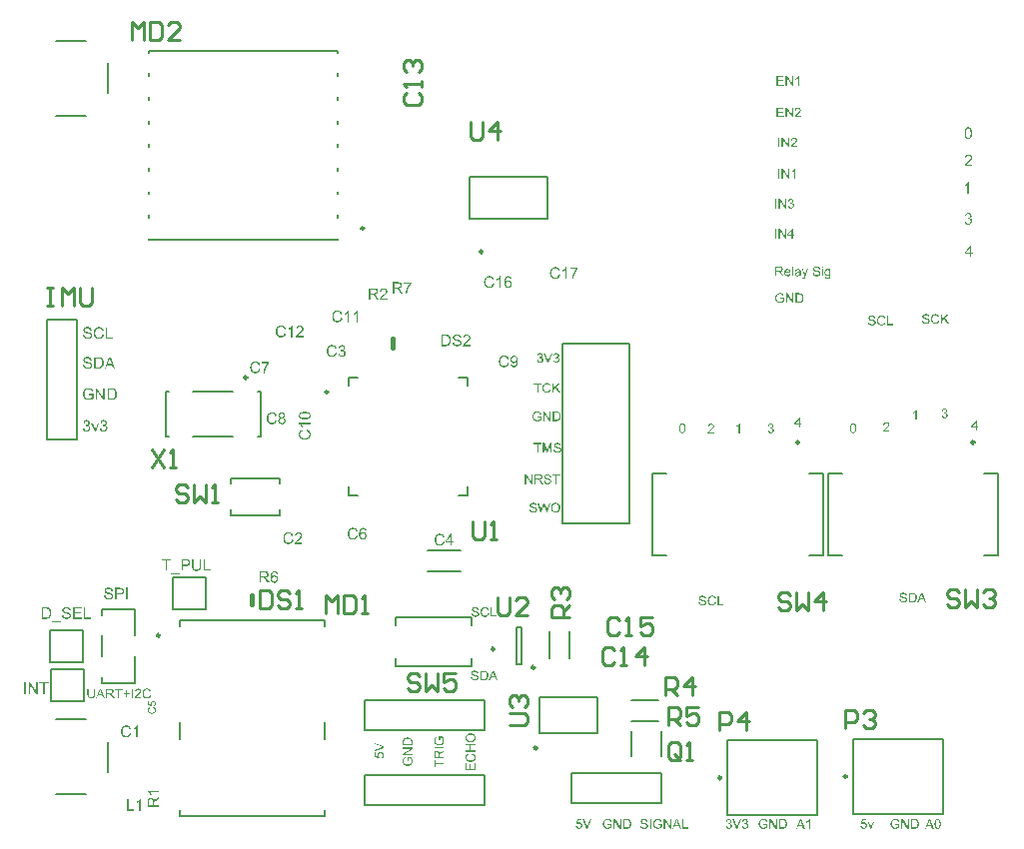
<source format=gto>
G04*
G04 #@! TF.GenerationSoftware,Altium Limited,Altium Designer,20.2.6 (244)*
G04*
G04 Layer_Color=65535*
%FSLAX25Y25*%
%MOIN*%
G70*
G04*
G04 #@! TF.SameCoordinates,3B791BB4-AEC8-405A-9348-557AA33B983F*
G04*
G04*
G04 #@! TF.FilePolarity,Positive*
G04*
G01*
G75*
%ADD10C,0.00984*%
%ADD11C,0.00787*%
%ADD12C,0.01575*%
%ADD13C,0.01000*%
G36*
X151945Y29496D02*
Y29053D01*
X148748Y27815D01*
Y28277D01*
X151071Y29108D01*
X151076D01*
X151085Y29113D01*
X151099Y29118D01*
X151118Y29127D01*
X151145Y29131D01*
X151173Y29141D01*
X151242Y29164D01*
X151321Y29191D01*
X151409Y29219D01*
X151593Y29274D01*
X151589D01*
X151580Y29279D01*
X151566Y29284D01*
X151547Y29288D01*
X151496Y29302D01*
X151427Y29325D01*
X151349Y29348D01*
X151261Y29376D01*
X151168Y29408D01*
X151071Y29445D01*
X148748Y30314D01*
Y30744D01*
X151945Y29496D01*
D02*
G37*
G36*
X150937Y27616D02*
X150974Y27611D01*
X151016Y27607D01*
X151067Y27597D01*
X151118Y27588D01*
X151238Y27560D01*
X151362Y27514D01*
X151427Y27487D01*
X151487Y27450D01*
X151552Y27413D01*
X151612Y27367D01*
X151617Y27362D01*
X151630Y27353D01*
X151649Y27334D01*
X151672Y27311D01*
X151700Y27279D01*
X151737Y27242D01*
X151769Y27196D01*
X151806Y27145D01*
X151843Y27089D01*
X151875Y27025D01*
X151908Y26955D01*
X151940Y26881D01*
X151963Y26803D01*
X151981Y26715D01*
X151995Y26623D01*
X152000Y26526D01*
Y26484D01*
X151995Y26452D01*
X151991Y26415D01*
X151986Y26373D01*
X151981Y26322D01*
X151968Y26272D01*
X151940Y26156D01*
X151898Y26041D01*
X151871Y25980D01*
X151838Y25920D01*
X151801Y25865D01*
X151760Y25809D01*
X151755Y25805D01*
X151751Y25796D01*
X151732Y25786D01*
X151714Y25768D01*
X151690Y25745D01*
X151663Y25722D01*
X151626Y25694D01*
X151584Y25671D01*
X151543Y25643D01*
X151492Y25616D01*
X151381Y25565D01*
X151252Y25523D01*
X151182Y25509D01*
X151108Y25500D01*
X151076Y25911D01*
X151081D01*
X151090D01*
X151104Y25916D01*
X151127Y25920D01*
X151178Y25934D01*
X151247Y25953D01*
X151316Y25980D01*
X151395Y26017D01*
X151464Y26064D01*
X151529Y26119D01*
X151533Y26128D01*
X151552Y26147D01*
X151575Y26184D01*
X151603Y26235D01*
X151630Y26290D01*
X151654Y26359D01*
X151672Y26438D01*
X151677Y26526D01*
Y26553D01*
X151672Y26572D01*
X151667Y26627D01*
X151649Y26692D01*
X151626Y26770D01*
X151589Y26849D01*
X151533Y26932D01*
X151501Y26969D01*
X151464Y27006D01*
X151460Y27011D01*
X151455Y27015D01*
X151441Y27025D01*
X151427Y27038D01*
X151376Y27071D01*
X151312Y27108D01*
X151233Y27140D01*
X151136Y27172D01*
X151021Y27196D01*
X150961Y27205D01*
X150896D01*
X150891D01*
X150882D01*
X150864D01*
X150840Y27200D01*
X150813D01*
X150780Y27196D01*
X150706Y27182D01*
X150619Y27159D01*
X150531Y27126D01*
X150448Y27080D01*
X150369Y27015D01*
X150364D01*
X150360Y27006D01*
X150337Y26983D01*
X150304Y26941D01*
X150268Y26886D01*
X150235Y26812D01*
X150203Y26729D01*
X150180Y26632D01*
X150171Y26577D01*
Y26489D01*
X150175Y26452D01*
X150180Y26406D01*
X150194Y26350D01*
X150207Y26295D01*
X150231Y26235D01*
X150258Y26175D01*
X150263Y26170D01*
X150272Y26151D01*
X150295Y26124D01*
X150318Y26087D01*
X150351Y26050D01*
X150392Y26013D01*
X150434Y25971D01*
X150485Y25939D01*
X150434Y25569D01*
X148789Y25879D01*
Y27468D01*
X149163D01*
Y26188D01*
X150027Y26017D01*
X150023Y26022D01*
X150018Y26031D01*
X150009Y26045D01*
X149995Y26068D01*
X149981Y26096D01*
X149963Y26128D01*
X149926Y26202D01*
X149889Y26295D01*
X149856Y26396D01*
X149833Y26507D01*
X149824Y26563D01*
Y26664D01*
X149829Y26692D01*
X149833Y26729D01*
X149838Y26770D01*
X149847Y26817D01*
X149861Y26867D01*
X149893Y26978D01*
X149916Y27038D01*
X149949Y27099D01*
X149981Y27159D01*
X150018Y27219D01*
X150064Y27274D01*
X150115Y27329D01*
X150120Y27334D01*
X150129Y27343D01*
X150143Y27357D01*
X150166Y27376D01*
X150198Y27399D01*
X150231Y27422D01*
X150272Y27450D01*
X150318Y27477D01*
X150369Y27501D01*
X150425Y27528D01*
X150489Y27551D01*
X150554Y27574D01*
X150623Y27593D01*
X150702Y27607D01*
X150780Y27616D01*
X150864Y27621D01*
X150868D01*
X150882D01*
X150905D01*
X150937Y27616D01*
D02*
G37*
G36*
X329678Y138500D02*
X329285D01*
Y140999D01*
X329281Y140995D01*
X329258Y140976D01*
X329230Y140949D01*
X329184Y140916D01*
X329133Y140875D01*
X329068Y140829D01*
X328994Y140778D01*
X328911Y140727D01*
X328907D01*
X328902Y140722D01*
X328874Y140704D01*
X328828Y140681D01*
X328773Y140653D01*
X328708Y140621D01*
X328639Y140588D01*
X328569Y140556D01*
X328500Y140528D01*
Y140907D01*
X328505D01*
X328514Y140916D01*
X328532Y140921D01*
X328555Y140935D01*
X328583Y140949D01*
X328615Y140967D01*
X328694Y141013D01*
X328786Y141064D01*
X328879Y141129D01*
X328976Y141203D01*
X329073Y141281D01*
X329078Y141286D01*
X329082Y141290D01*
X329096Y141304D01*
X329115Y141318D01*
X329156Y141364D01*
X329211Y141420D01*
X329267Y141484D01*
X329327Y141558D01*
X329378Y141632D01*
X329424Y141711D01*
X329678D01*
Y138500D01*
D02*
G37*
G36*
X209560Y160762D02*
X209620Y160752D01*
X209694Y160739D01*
X209777Y160715D01*
X209861Y160688D01*
X209944Y160651D01*
X209948D01*
X209953Y160646D01*
X209981Y160632D01*
X210022Y160605D01*
X210069Y160572D01*
X210124Y160526D01*
X210179Y160475D01*
X210235Y160415D01*
X210281Y160346D01*
X210286Y160337D01*
X210300Y160314D01*
X210318Y160272D01*
X210341Y160221D01*
X210364Y160161D01*
X210383Y160092D01*
X210397Y160013D01*
X210401Y159935D01*
Y159925D01*
Y159898D01*
X210397Y159861D01*
X210387Y159810D01*
X210373Y159750D01*
X210350Y159685D01*
X210323Y159621D01*
X210286Y159556D01*
X210281Y159547D01*
X210267Y159528D01*
X210240Y159496D01*
X210203Y159459D01*
X210156Y159417D01*
X210101Y159371D01*
X210036Y159329D01*
X209958Y159288D01*
X209962D01*
X209972Y159283D01*
X209985Y159279D01*
X210004Y159274D01*
X210055Y159256D01*
X210119Y159228D01*
X210193Y159191D01*
X210267Y159145D01*
X210337Y159085D01*
X210401Y159015D01*
X210406Y159006D01*
X210424Y158978D01*
X210452Y158932D01*
X210480Y158872D01*
X210507Y158798D01*
X210535Y158710D01*
X210554Y158609D01*
X210558Y158498D01*
Y158493D01*
Y158479D01*
Y158456D01*
X210554Y158429D01*
X210549Y158392D01*
X210540Y158350D01*
X210531Y158304D01*
X210521Y158253D01*
X210484Y158142D01*
X210457Y158082D01*
X210429Y158027D01*
X210392Y157967D01*
X210350Y157907D01*
X210304Y157846D01*
X210249Y157791D01*
X210244Y157786D01*
X210235Y157777D01*
X210216Y157763D01*
X210193Y157745D01*
X210166Y157722D01*
X210129Y157699D01*
X210087Y157671D01*
X210036Y157648D01*
X209985Y157620D01*
X209925Y157592D01*
X209865Y157569D01*
X209796Y157546D01*
X209722Y157528D01*
X209644Y157514D01*
X209565Y157505D01*
X209477Y157500D01*
X209436D01*
X209408Y157505D01*
X209371Y157509D01*
X209329Y157514D01*
X209283Y157523D01*
X209232Y157532D01*
X209121Y157560D01*
X209006Y157606D01*
X208946Y157634D01*
X208891Y157666D01*
X208835Y157708D01*
X208780Y157749D01*
X208775Y157754D01*
X208766Y157763D01*
X208752Y157777D01*
X208738Y157796D01*
X208715Y157819D01*
X208692Y157851D01*
X208664Y157884D01*
X208636Y157925D01*
X208609Y157971D01*
X208581Y158017D01*
X208530Y158128D01*
X208489Y158258D01*
X208475Y158327D01*
X208466Y158401D01*
X208858Y158452D01*
Y158447D01*
X208863Y158438D01*
X208867Y158419D01*
X208872Y158396D01*
X208877Y158369D01*
X208886Y158336D01*
X208909Y158267D01*
X208941Y158184D01*
X208983Y158105D01*
X209029Y158031D01*
X209085Y157967D01*
X209094Y157962D01*
X209112Y157943D01*
X209149Y157920D01*
X209195Y157897D01*
X209251Y157870D01*
X209320Y157846D01*
X209399Y157828D01*
X209482Y157823D01*
X209510D01*
X209528Y157828D01*
X209579Y157833D01*
X209644Y157846D01*
X209717Y157870D01*
X209796Y157902D01*
X209875Y157948D01*
X209948Y158013D01*
X209958Y158022D01*
X209981Y158050D01*
X210009Y158091D01*
X210046Y158147D01*
X210083Y158216D01*
X210110Y158295D01*
X210133Y158387D01*
X210142Y158489D01*
Y158493D01*
Y158502D01*
Y158516D01*
X210138Y158535D01*
X210133Y158586D01*
X210119Y158646D01*
X210101Y158720D01*
X210069Y158794D01*
X210022Y158868D01*
X209962Y158937D01*
X209953Y158946D01*
X209930Y158965D01*
X209893Y158992D01*
X209842Y159025D01*
X209777Y159057D01*
X209699Y159085D01*
X209611Y159103D01*
X209514Y159112D01*
X209473D01*
X209440Y159108D01*
X209399Y159103D01*
X209352Y159094D01*
X209297Y159085D01*
X209237Y159071D01*
X209283Y159417D01*
X209306D01*
X209325Y159413D01*
X209385D01*
X209436Y159422D01*
X209496Y159431D01*
X209565Y159445D01*
X209644Y159468D01*
X209717Y159501D01*
X209796Y159542D01*
X209801D01*
X209805Y159547D01*
X209828Y159565D01*
X209861Y159598D01*
X209898Y159639D01*
X209935Y159699D01*
X209967Y159768D01*
X209990Y159847D01*
X209999Y159893D01*
Y159944D01*
Y159949D01*
Y159953D01*
Y159981D01*
X209990Y160018D01*
X209981Y160069D01*
X209962Y160124D01*
X209939Y160184D01*
X209902Y160244D01*
X209852Y160300D01*
X209847Y160304D01*
X209824Y160323D01*
X209791Y160346D01*
X209750Y160374D01*
X209694Y160397D01*
X209630Y160420D01*
X209556Y160438D01*
X209473Y160443D01*
X209436D01*
X209394Y160434D01*
X209339Y160424D01*
X209279Y160406D01*
X209219Y160383D01*
X209154Y160346D01*
X209094Y160300D01*
X209089Y160295D01*
X209071Y160272D01*
X209043Y160240D01*
X209011Y160194D01*
X208978Y160133D01*
X208946Y160059D01*
X208918Y159972D01*
X208900Y159870D01*
X208507Y159939D01*
Y159944D01*
X208512Y159958D01*
X208516Y159976D01*
X208521Y160004D01*
X208530Y160036D01*
X208544Y160073D01*
X208572Y160161D01*
X208618Y160263D01*
X208673Y160364D01*
X208743Y160461D01*
X208830Y160549D01*
X208835Y160554D01*
X208844Y160558D01*
X208858Y160568D01*
X208877Y160582D01*
X208900Y160600D01*
X208932Y160618D01*
X208964Y160637D01*
X209006Y160660D01*
X209098Y160697D01*
X209205Y160734D01*
X209329Y160757D01*
X209394Y160766D01*
X209510D01*
X209560Y160762D01*
D02*
G37*
G36*
X204095D02*
X204155Y160752D01*
X204229Y160739D01*
X204312Y160715D01*
X204395Y160688D01*
X204478Y160651D01*
X204483D01*
X204488Y160646D01*
X204515Y160632D01*
X204557Y160605D01*
X204603Y160572D01*
X204659Y160526D01*
X204714Y160475D01*
X204769Y160415D01*
X204816Y160346D01*
X204820Y160337D01*
X204834Y160314D01*
X204853Y160272D01*
X204876Y160221D01*
X204899Y160161D01*
X204917Y160092D01*
X204931Y160013D01*
X204936Y159935D01*
Y159925D01*
Y159898D01*
X204931Y159861D01*
X204922Y159810D01*
X204908Y159750D01*
X204885Y159685D01*
X204857Y159621D01*
X204820Y159556D01*
X204816Y159547D01*
X204802Y159528D01*
X204774Y159496D01*
X204737Y159459D01*
X204691Y159417D01*
X204636Y159371D01*
X204571Y159329D01*
X204492Y159288D01*
X204497D01*
X204506Y159283D01*
X204520Y159279D01*
X204538Y159274D01*
X204589Y159256D01*
X204654Y159228D01*
X204728Y159191D01*
X204802Y159145D01*
X204871Y159085D01*
X204936Y159015D01*
X204940Y159006D01*
X204959Y158978D01*
X204987Y158932D01*
X205014Y158872D01*
X205042Y158798D01*
X205070Y158710D01*
X205088Y158609D01*
X205093Y158498D01*
Y158493D01*
Y158479D01*
Y158456D01*
X205088Y158429D01*
X205084Y158392D01*
X205074Y158350D01*
X205065Y158304D01*
X205056Y158253D01*
X205019Y158142D01*
X204991Y158082D01*
X204963Y158027D01*
X204926Y157967D01*
X204885Y157907D01*
X204839Y157846D01*
X204783Y157791D01*
X204779Y157786D01*
X204769Y157777D01*
X204751Y157763D01*
X204728Y157745D01*
X204700Y157722D01*
X204663Y157699D01*
X204622Y157671D01*
X204571Y157648D01*
X204520Y157620D01*
X204460Y157592D01*
X204400Y157569D01*
X204331Y157546D01*
X204257Y157528D01*
X204178Y157514D01*
X204100Y157505D01*
X204012Y157500D01*
X203970D01*
X203942Y157505D01*
X203906Y157509D01*
X203864Y157514D01*
X203818Y157523D01*
X203767Y157532D01*
X203656Y157560D01*
X203540Y157606D01*
X203481Y157634D01*
X203425Y157666D01*
X203370Y157708D01*
X203314Y157749D01*
X203309Y157754D01*
X203300Y157763D01*
X203286Y157777D01*
X203273Y157796D01*
X203250Y157819D01*
X203226Y157851D01*
X203199Y157884D01*
X203171Y157925D01*
X203143Y157971D01*
X203116Y158017D01*
X203065Y158128D01*
X203023Y158258D01*
X203009Y158327D01*
X203000Y158401D01*
X203393Y158452D01*
Y158447D01*
X203397Y158438D01*
X203402Y158419D01*
X203407Y158396D01*
X203411Y158369D01*
X203420Y158336D01*
X203444Y158267D01*
X203476Y158184D01*
X203517Y158105D01*
X203564Y158031D01*
X203619Y157967D01*
X203628Y157962D01*
X203647Y157943D01*
X203684Y157920D01*
X203730Y157897D01*
X203785Y157870D01*
X203855Y157846D01*
X203933Y157828D01*
X204016Y157823D01*
X204044D01*
X204063Y157828D01*
X204113Y157833D01*
X204178Y157846D01*
X204252Y157870D01*
X204331Y157902D01*
X204409Y157948D01*
X204483Y158013D01*
X204492Y158022D01*
X204515Y158050D01*
X204543Y158091D01*
X204580Y158147D01*
X204617Y158216D01*
X204645Y158295D01*
X204668Y158387D01*
X204677Y158489D01*
Y158493D01*
Y158502D01*
Y158516D01*
X204672Y158535D01*
X204668Y158586D01*
X204654Y158646D01*
X204636Y158720D01*
X204603Y158794D01*
X204557Y158868D01*
X204497Y158937D01*
X204488Y158946D01*
X204465Y158965D01*
X204428Y158992D01*
X204377Y159025D01*
X204312Y159057D01*
X204234Y159085D01*
X204146Y159103D01*
X204049Y159112D01*
X204007D01*
X203975Y159108D01*
X203933Y159103D01*
X203887Y159094D01*
X203832Y159085D01*
X203771Y159071D01*
X203818Y159417D01*
X203841D01*
X203859Y159413D01*
X203919D01*
X203970Y159422D01*
X204030Y159431D01*
X204100Y159445D01*
X204178Y159468D01*
X204252Y159501D01*
X204331Y159542D01*
X204335D01*
X204340Y159547D01*
X204363Y159565D01*
X204395Y159598D01*
X204432Y159639D01*
X204469Y159699D01*
X204502Y159768D01*
X204525Y159847D01*
X204534Y159893D01*
Y159944D01*
Y159949D01*
Y159953D01*
Y159981D01*
X204525Y160018D01*
X204515Y160069D01*
X204497Y160124D01*
X204474Y160184D01*
X204437Y160244D01*
X204386Y160300D01*
X204381Y160304D01*
X204358Y160323D01*
X204326Y160346D01*
X204284Y160374D01*
X204229Y160397D01*
X204164Y160420D01*
X204090Y160438D01*
X204007Y160443D01*
X203970D01*
X203929Y160434D01*
X203873Y160424D01*
X203813Y160406D01*
X203753Y160383D01*
X203688Y160346D01*
X203628Y160300D01*
X203624Y160295D01*
X203605Y160272D01*
X203577Y160240D01*
X203545Y160194D01*
X203513Y160133D01*
X203481Y160059D01*
X203453Y159972D01*
X203434Y159870D01*
X203042Y159939D01*
Y159944D01*
X203046Y159958D01*
X203051Y159976D01*
X203055Y160004D01*
X203065Y160036D01*
X203079Y160073D01*
X203106Y160161D01*
X203152Y160263D01*
X203208Y160364D01*
X203277Y160461D01*
X203365Y160549D01*
X203370Y160554D01*
X203379Y160558D01*
X203393Y160568D01*
X203411Y160582D01*
X203434Y160600D01*
X203467Y160618D01*
X203499Y160637D01*
X203540Y160660D01*
X203633Y160697D01*
X203739Y160734D01*
X203864Y160757D01*
X203929Y160766D01*
X204044D01*
X204095Y160762D01*
D02*
G37*
G36*
X206992Y157555D02*
X206548D01*
X205310Y160752D01*
X205772D01*
X206604Y158429D01*
Y158424D01*
X206608Y158415D01*
X206613Y158401D01*
X206622Y158382D01*
X206627Y158355D01*
X206636Y158327D01*
X206659Y158258D01*
X206687Y158179D01*
X206715Y158091D01*
X206770Y157907D01*
Y157911D01*
X206774Y157920D01*
X206779Y157934D01*
X206784Y157953D01*
X206798Y158004D01*
X206821Y158073D01*
X206844Y158151D01*
X206872Y158239D01*
X206904Y158332D01*
X206941Y158429D01*
X207809Y160752D01*
X208239D01*
X206992Y157555D01*
D02*
G37*
G36*
X347115Y214000D02*
X346643D01*
Y217003D01*
X346638Y216997D01*
X346610Y216975D01*
X346577Y216941D01*
X346521Y216903D01*
X346460Y216853D01*
X346383Y216797D01*
X346294Y216736D01*
X346194Y216675D01*
X346188D01*
X346183Y216670D01*
X346149Y216647D01*
X346094Y216620D01*
X346027Y216586D01*
X345950Y216547D01*
X345866Y216509D01*
X345783Y216470D01*
X345700Y216437D01*
Y216892D01*
X345706D01*
X345717Y216903D01*
X345739Y216908D01*
X345767Y216925D01*
X345800Y216941D01*
X345839Y216964D01*
X345933Y217019D01*
X346044Y217080D01*
X346155Y217158D01*
X346272Y217247D01*
X346388Y217341D01*
X346394Y217347D01*
X346399Y217352D01*
X346416Y217369D01*
X346438Y217386D01*
X346488Y217441D01*
X346555Y217508D01*
X346621Y217585D01*
X346693Y217674D01*
X346755Y217763D01*
X346810Y217857D01*
X347115D01*
Y214000D01*
D02*
G37*
G36*
X287836Y212262D02*
X287896Y212252D01*
X287970Y212239D01*
X288053Y212215D01*
X288136Y212188D01*
X288220Y212151D01*
X288224D01*
X288229Y212146D01*
X288257Y212132D01*
X288298Y212105D01*
X288344Y212072D01*
X288400Y212026D01*
X288455Y211975D01*
X288511Y211915D01*
X288557Y211846D01*
X288561Y211837D01*
X288575Y211814D01*
X288594Y211772D01*
X288617Y211721D01*
X288640Y211661D01*
X288658Y211592D01*
X288672Y211513D01*
X288677Y211435D01*
Y211425D01*
Y211398D01*
X288672Y211361D01*
X288663Y211310D01*
X288649Y211250D01*
X288626Y211185D01*
X288598Y211121D01*
X288561Y211056D01*
X288557Y211047D01*
X288543Y211028D01*
X288515Y210996D01*
X288478Y210959D01*
X288432Y210917D01*
X288377Y210871D01*
X288312Y210829D01*
X288233Y210788D01*
X288238D01*
X288247Y210783D01*
X288261Y210779D01*
X288280Y210774D01*
X288330Y210756D01*
X288395Y210728D01*
X288469Y210691D01*
X288543Y210645D01*
X288612Y210585D01*
X288677Y210515D01*
X288682Y210506D01*
X288700Y210478D01*
X288728Y210432D01*
X288755Y210372D01*
X288783Y210298D01*
X288811Y210210D01*
X288829Y210109D01*
X288834Y209998D01*
Y209993D01*
Y209979D01*
Y209956D01*
X288829Y209929D01*
X288825Y209892D01*
X288815Y209850D01*
X288806Y209804D01*
X288797Y209753D01*
X288760Y209642D01*
X288732Y209582D01*
X288705Y209527D01*
X288668Y209467D01*
X288626Y209407D01*
X288580Y209347D01*
X288525Y209291D01*
X288520Y209286D01*
X288511Y209277D01*
X288492Y209263D01*
X288469Y209245D01*
X288441Y209222D01*
X288404Y209199D01*
X288363Y209171D01*
X288312Y209148D01*
X288261Y209120D01*
X288201Y209092D01*
X288141Y209069D01*
X288072Y209046D01*
X287998Y209028D01*
X287919Y209014D01*
X287841Y209005D01*
X287753Y209000D01*
X287711D01*
X287684Y209005D01*
X287647Y209009D01*
X287605Y209014D01*
X287559Y209023D01*
X287508Y209032D01*
X287397Y209060D01*
X287282Y209106D01*
X287222Y209134D01*
X287166Y209166D01*
X287111Y209208D01*
X287055Y209249D01*
X287051Y209254D01*
X287041Y209263D01*
X287028Y209277D01*
X287014Y209296D01*
X286991Y209319D01*
X286967Y209351D01*
X286940Y209384D01*
X286912Y209425D01*
X286884Y209471D01*
X286857Y209517D01*
X286806Y209628D01*
X286764Y209758D01*
X286750Y209827D01*
X286741Y209901D01*
X287134Y209952D01*
Y209947D01*
X287139Y209938D01*
X287143Y209919D01*
X287148Y209896D01*
X287152Y209869D01*
X287162Y209836D01*
X287185Y209767D01*
X287217Y209684D01*
X287259Y209605D01*
X287305Y209531D01*
X287360Y209467D01*
X287369Y209462D01*
X287388Y209443D01*
X287425Y209420D01*
X287471Y209397D01*
X287527Y209370D01*
X287596Y209347D01*
X287674Y209328D01*
X287758Y209323D01*
X287785D01*
X287804Y209328D01*
X287855Y209333D01*
X287919Y209347D01*
X287993Y209370D01*
X288072Y209402D01*
X288150Y209448D01*
X288224Y209513D01*
X288233Y209522D01*
X288257Y209550D01*
X288284Y209591D01*
X288321Y209647D01*
X288358Y209716D01*
X288386Y209795D01*
X288409Y209887D01*
X288418Y209989D01*
Y209993D01*
Y210002D01*
Y210016D01*
X288414Y210035D01*
X288409Y210086D01*
X288395Y210146D01*
X288377Y210220D01*
X288344Y210294D01*
X288298Y210367D01*
X288238Y210437D01*
X288229Y210446D01*
X288206Y210465D01*
X288169Y210492D01*
X288118Y210525D01*
X288053Y210557D01*
X287975Y210585D01*
X287887Y210603D01*
X287790Y210612D01*
X287748D01*
X287716Y210608D01*
X287674Y210603D01*
X287628Y210594D01*
X287573Y210585D01*
X287513Y210571D01*
X287559Y210917D01*
X287582D01*
X287600Y210913D01*
X287661D01*
X287711Y210922D01*
X287771Y210931D01*
X287841Y210945D01*
X287919Y210968D01*
X287993Y211000D01*
X288072Y211042D01*
X288076D01*
X288081Y211047D01*
X288104Y211065D01*
X288136Y211098D01*
X288173Y211139D01*
X288210Y211199D01*
X288243Y211268D01*
X288266Y211347D01*
X288275Y211393D01*
Y211444D01*
Y211449D01*
Y211453D01*
Y211481D01*
X288266Y211518D01*
X288257Y211569D01*
X288238Y211624D01*
X288215Y211684D01*
X288178Y211744D01*
X288127Y211800D01*
X288123Y211804D01*
X288099Y211823D01*
X288067Y211846D01*
X288025Y211874D01*
X287970Y211897D01*
X287905Y211920D01*
X287831Y211938D01*
X287748Y211943D01*
X287711D01*
X287670Y211934D01*
X287614Y211925D01*
X287554Y211906D01*
X287494Y211883D01*
X287429Y211846D01*
X287369Y211800D01*
X287365Y211795D01*
X287346Y211772D01*
X287319Y211740D01*
X287286Y211694D01*
X287254Y211633D01*
X287222Y211560D01*
X287194Y211472D01*
X287175Y211370D01*
X286783Y211439D01*
Y211444D01*
X286787Y211458D01*
X286792Y211476D01*
X286797Y211504D01*
X286806Y211536D01*
X286820Y211573D01*
X286847Y211661D01*
X286894Y211763D01*
X286949Y211864D01*
X287018Y211961D01*
X287106Y212049D01*
X287111Y212054D01*
X287120Y212058D01*
X287134Y212068D01*
X287152Y212082D01*
X287175Y212100D01*
X287208Y212119D01*
X287240Y212137D01*
X287282Y212160D01*
X287374Y212197D01*
X287480Y212234D01*
X287605Y212257D01*
X287670Y212266D01*
X287785D01*
X287836Y212262D01*
D02*
G37*
G36*
X286187Y209055D02*
X285748D01*
X284075Y211564D01*
Y209055D01*
X283669D01*
Y212252D01*
X284103D01*
X285780Y209739D01*
Y212252D01*
X286187D01*
Y209055D01*
D02*
G37*
G36*
X282925D02*
X282500D01*
Y212252D01*
X282925D01*
Y209055D01*
D02*
G37*
G36*
X182335Y54803D02*
X182368D01*
X182455Y54794D01*
X182552Y54780D01*
X182654Y54757D01*
X182765Y54729D01*
X182867Y54692D01*
X182871D01*
X182880Y54688D01*
X182894Y54679D01*
X182913Y54669D01*
X182959Y54646D01*
X183019Y54605D01*
X183088Y54558D01*
X183158Y54498D01*
X183222Y54429D01*
X183282Y54351D01*
Y54346D01*
X183287Y54341D01*
X183296Y54327D01*
X183305Y54314D01*
X183328Y54267D01*
X183356Y54207D01*
X183388Y54133D01*
X183412Y54046D01*
X183435Y53953D01*
X183444Y53852D01*
X183037Y53819D01*
Y53824D01*
Y53833D01*
X183033Y53847D01*
X183028Y53870D01*
X183014Y53921D01*
X182996Y53990D01*
X182968Y54064D01*
X182926Y54138D01*
X182876Y54207D01*
X182811Y54272D01*
X182802Y54277D01*
X182779Y54295D01*
X182732Y54323D01*
X182672Y54351D01*
X182594Y54378D01*
X182501Y54406D01*
X182386Y54425D01*
X182257Y54429D01*
X182192D01*
X182164Y54425D01*
X182127Y54420D01*
X182044Y54411D01*
X181952Y54392D01*
X181859Y54369D01*
X181772Y54332D01*
X181735Y54309D01*
X181698Y54286D01*
X181688Y54281D01*
X181670Y54263D01*
X181642Y54230D01*
X181614Y54194D01*
X181582Y54143D01*
X181554Y54087D01*
X181536Y54023D01*
X181527Y53949D01*
Y53939D01*
Y53921D01*
X181531Y53888D01*
X181541Y53852D01*
X181554Y53805D01*
X181578Y53759D01*
X181605Y53713D01*
X181647Y53667D01*
X181651Y53662D01*
X181675Y53648D01*
X181693Y53634D01*
X181711Y53625D01*
X181739Y53611D01*
X181772Y53593D01*
X181813Y53579D01*
X181859Y53561D01*
X181910Y53542D01*
X181970Y53519D01*
X182035Y53500D01*
X182109Y53477D01*
X182192Y53459D01*
X182284Y53436D01*
X182289D01*
X182308Y53431D01*
X182335Y53426D01*
X182368Y53417D01*
X182409Y53408D01*
X182460Y53394D01*
X182511Y53380D01*
X182566Y53367D01*
X182686Y53334D01*
X182802Y53302D01*
X182857Y53283D01*
X182908Y53265D01*
X182954Y53251D01*
X182991Y53233D01*
X182996D01*
X183005Y53228D01*
X183019Y53219D01*
X183037Y53209D01*
X183088Y53182D01*
X183148Y53145D01*
X183218Y53094D01*
X183287Y53039D01*
X183352Y52974D01*
X183407Y52904D01*
X183412Y52895D01*
X183430Y52872D01*
X183449Y52831D01*
X183476Y52775D01*
X183499Y52710D01*
X183522Y52632D01*
X183536Y52544D01*
X183541Y52452D01*
Y52447D01*
Y52443D01*
Y52429D01*
Y52410D01*
X183532Y52359D01*
X183522Y52295D01*
X183504Y52221D01*
X183481Y52142D01*
X183444Y52059D01*
X183393Y51971D01*
Y51967D01*
X183388Y51962D01*
X183365Y51934D01*
X183333Y51893D01*
X183287Y51846D01*
X183227Y51791D01*
X183153Y51731D01*
X183070Y51676D01*
X182973Y51625D01*
X182968D01*
X182959Y51620D01*
X182945Y51616D01*
X182926Y51606D01*
X182899Y51597D01*
X182867Y51583D01*
X182793Y51565D01*
X182705Y51542D01*
X182598Y51518D01*
X182483Y51505D01*
X182358Y51500D01*
X182284D01*
X182247Y51505D01*
X182206D01*
X182160Y51509D01*
X182104Y51514D01*
X181989Y51532D01*
X181869Y51551D01*
X181748Y51583D01*
X181633Y51625D01*
X181628D01*
X181619Y51629D01*
X181605Y51639D01*
X181587Y51648D01*
X181531Y51676D01*
X181467Y51717D01*
X181393Y51773D01*
X181314Y51837D01*
X181240Y51916D01*
X181171Y52004D01*
Y52008D01*
X181162Y52017D01*
X181157Y52031D01*
X181143Y52050D01*
X181134Y52073D01*
X181120Y52101D01*
X181088Y52170D01*
X181055Y52258D01*
X181028Y52355D01*
X181009Y52466D01*
X181000Y52581D01*
X181397Y52618D01*
Y52613D01*
Y52609D01*
X181402Y52595D01*
Y52577D01*
X181411Y52535D01*
X181425Y52475D01*
X181444Y52415D01*
X181462Y52346D01*
X181494Y52281D01*
X181527Y52221D01*
X181531Y52216D01*
X181545Y52198D01*
X181568Y52165D01*
X181605Y52133D01*
X181651Y52091D01*
X181702Y52050D01*
X181772Y52008D01*
X181845Y51971D01*
X181850D01*
X181855Y51967D01*
X181869Y51962D01*
X181882Y51957D01*
X181929Y51943D01*
X181989Y51925D01*
X182063Y51907D01*
X182146Y51893D01*
X182238Y51884D01*
X182340Y51879D01*
X182381D01*
X182428Y51884D01*
X182483Y51888D01*
X182548Y51897D01*
X182622Y51907D01*
X182695Y51925D01*
X182765Y51948D01*
X182774Y51953D01*
X182797Y51962D01*
X182829Y51981D01*
X182871Y51999D01*
X182913Y52031D01*
X182959Y52064D01*
X183005Y52101D01*
X183042Y52147D01*
X183047Y52151D01*
X183056Y52170D01*
X183070Y52193D01*
X183088Y52230D01*
X183107Y52267D01*
X183121Y52313D01*
X183130Y52364D01*
X183134Y52419D01*
Y52424D01*
Y52447D01*
X183130Y52475D01*
X183125Y52512D01*
X183111Y52549D01*
X183098Y52595D01*
X183074Y52641D01*
X183042Y52683D01*
X183037Y52687D01*
X183024Y52701D01*
X183005Y52720D01*
X182973Y52747D01*
X182936Y52775D01*
X182885Y52807D01*
X182825Y52840D01*
X182756Y52868D01*
X182751Y52872D01*
X182728Y52877D01*
X182691Y52891D01*
X182668Y52895D01*
X182635Y52904D01*
X182603Y52918D01*
X182562Y52928D01*
X182515Y52941D01*
X182460Y52955D01*
X182404Y52969D01*
X182340Y52988D01*
X182266Y53006D01*
X182187Y53025D01*
X182183D01*
X182169Y53029D01*
X182146Y53034D01*
X182118Y53043D01*
X182081Y53052D01*
X182039Y53062D01*
X181947Y53089D01*
X181845Y53122D01*
X181739Y53154D01*
X181647Y53186D01*
X181605Y53205D01*
X181568Y53223D01*
X181564D01*
X181559Y53228D01*
X181531Y53246D01*
X181490Y53269D01*
X181444Y53306D01*
X181388Y53348D01*
X181333Y53399D01*
X181277Y53459D01*
X181231Y53524D01*
X181226Y53533D01*
X181212Y53556D01*
X181194Y53593D01*
X181176Y53639D01*
X181157Y53699D01*
X181139Y53768D01*
X181125Y53842D01*
X181120Y53921D01*
Y53926D01*
Y53930D01*
Y53944D01*
Y53962D01*
X181129Y54009D01*
X181139Y54069D01*
X181152Y54138D01*
X181176Y54217D01*
X181208Y54295D01*
X181254Y54374D01*
Y54378D01*
X181259Y54383D01*
X181282Y54411D01*
X181314Y54448D01*
X181356Y54494D01*
X181411Y54545D01*
X181481Y54600D01*
X181564Y54651D01*
X181656Y54697D01*
X181661D01*
X181670Y54702D01*
X181684Y54706D01*
X181702Y54716D01*
X181725Y54725D01*
X181758Y54734D01*
X181827Y54752D01*
X181915Y54771D01*
X182016Y54789D01*
X182123Y54803D01*
X182243Y54808D01*
X182303D01*
X182335Y54803D01*
D02*
G37*
G36*
X189986Y51555D02*
X189505D01*
X189131Y52526D01*
X187791D01*
X187445Y51555D01*
X186997D01*
X188216Y54752D01*
X188678D01*
X189986Y51555D01*
D02*
G37*
G36*
X185435Y54748D02*
X185528Y54743D01*
X185620Y54734D01*
X185712Y54720D01*
X185791Y54706D01*
X185796D01*
X185805Y54702D01*
X185819D01*
X185837Y54692D01*
X185888Y54679D01*
X185953Y54655D01*
X186027Y54623D01*
X186105Y54581D01*
X186184Y54535D01*
X186258Y54475D01*
X186262Y54471D01*
X186267Y54466D01*
X186281Y54452D01*
X186299Y54438D01*
X186345Y54392D01*
X186401Y54327D01*
X186461Y54249D01*
X186525Y54157D01*
X186586Y54050D01*
X186636Y53930D01*
Y53926D01*
X186641Y53916D01*
X186650Y53898D01*
X186655Y53870D01*
X186669Y53838D01*
X186678Y53801D01*
X186687Y53759D01*
X186701Y53708D01*
X186715Y53658D01*
X186724Y53597D01*
X186747Y53468D01*
X186761Y53325D01*
X186766Y53168D01*
Y53163D01*
Y53154D01*
Y53131D01*
Y53108D01*
X186761Y53075D01*
Y53039D01*
X186757Y52951D01*
X186743Y52849D01*
X186729Y52743D01*
X186706Y52632D01*
X186678Y52521D01*
Y52516D01*
X186673Y52507D01*
X186669Y52493D01*
X186664Y52475D01*
X186646Y52424D01*
X186618Y52359D01*
X186590Y52285D01*
X186553Y52211D01*
X186507Y52133D01*
X186461Y52059D01*
X186456Y52050D01*
X186438Y52027D01*
X186410Y51994D01*
X186373Y51953D01*
X186331Y51907D01*
X186281Y51860D01*
X186230Y51810D01*
X186170Y51768D01*
X186161Y51763D01*
X186142Y51749D01*
X186110Y51731D01*
X186064Y51708D01*
X186008Y51680D01*
X185943Y51657D01*
X185870Y51629D01*
X185786Y51606D01*
X185777D01*
X185763Y51602D01*
X185749Y51597D01*
X185703Y51592D01*
X185638Y51583D01*
X185565Y51574D01*
X185477Y51565D01*
X185380Y51560D01*
X185274Y51555D01*
X184123D01*
Y54752D01*
X185352D01*
X185435Y54748D01*
D02*
G37*
G36*
X347065Y236118D02*
X347137Y236107D01*
X347221Y236090D01*
X347309Y236068D01*
X347404Y236041D01*
X347493Y235996D01*
X347498D01*
X347504Y235991D01*
X347532Y235974D01*
X347576Y235946D01*
X347631Y235907D01*
X347692Y235852D01*
X347759Y235791D01*
X347820Y235719D01*
X347881Y235635D01*
X347887Y235624D01*
X347909Y235597D01*
X347931Y235547D01*
X347970Y235474D01*
X348003Y235391D01*
X348048Y235297D01*
X348087Y235186D01*
X348120Y235064D01*
Y235058D01*
X348125Y235047D01*
X348131Y235031D01*
X348136Y235003D01*
X348142Y234969D01*
X348148Y234931D01*
X348159Y234881D01*
X348164Y234825D01*
X348175Y234764D01*
X348181Y234698D01*
X348186Y234620D01*
X348198Y234542D01*
X348203Y234453D01*
Y234365D01*
X348209Y234265D01*
Y234159D01*
Y234154D01*
Y234131D01*
Y234092D01*
Y234048D01*
X348203Y233987D01*
Y233921D01*
X348198Y233848D01*
X348192Y233771D01*
X348175Y233593D01*
X348148Y233410D01*
X348114Y233232D01*
X348092Y233149D01*
X348064Y233066D01*
Y233060D01*
X348059Y233049D01*
X348048Y233027D01*
X348037Y232999D01*
X348025Y232960D01*
X348003Y232922D01*
X347959Y232827D01*
X347903Y232727D01*
X347831Y232616D01*
X347748Y232516D01*
X347648Y232422D01*
X347642D01*
X347637Y232411D01*
X347620Y232400D01*
X347598Y232389D01*
X347570Y232372D01*
X347543Y232350D01*
X347459Y232311D01*
X347359Y232272D01*
X347243Y232233D01*
X347104Y232211D01*
X346954Y232200D01*
X346899D01*
X346860Y232206D01*
X346815Y232211D01*
X346760Y232222D01*
X346699Y232233D01*
X346632Y232250D01*
X346566Y232272D01*
X346494Y232294D01*
X346422Y232328D01*
X346349Y232366D01*
X346277Y232411D01*
X346205Y232466D01*
X346139Y232527D01*
X346077Y232594D01*
X346072Y232600D01*
X346061Y232616D01*
X346044Y232644D01*
X346016Y232688D01*
X345989Y232738D01*
X345961Y232805D01*
X345922Y232883D01*
X345889Y232972D01*
X345855Y233071D01*
X345822Y233188D01*
X345789Y233315D01*
X345761Y233460D01*
X345733Y233615D01*
X345717Y233782D01*
X345706Y233965D01*
X345700Y234159D01*
Y234165D01*
Y234187D01*
Y234226D01*
Y234270D01*
X345706Y234331D01*
Y234398D01*
X345711Y234470D01*
X345717Y234553D01*
X345733Y234725D01*
X345761Y234908D01*
X345794Y235092D01*
X345817Y235175D01*
X345839Y235258D01*
Y235264D01*
X345844Y235275D01*
X345855Y235297D01*
X345866Y235325D01*
X345878Y235364D01*
X345900Y235402D01*
X345944Y235497D01*
X346000Y235597D01*
X346072Y235702D01*
X346155Y235807D01*
X346255Y235896D01*
X346261D01*
X346266Y235907D01*
X346283Y235918D01*
X346305Y235930D01*
X346333Y235952D01*
X346366Y235968D01*
X346449Y236013D01*
X346549Y236052D01*
X346666Y236090D01*
X346804Y236113D01*
X346954Y236124D01*
X347004D01*
X347065Y236118D01*
D02*
G37*
G36*
X314599Y2055D02*
X314225D01*
X313352Y4375D01*
X313767D01*
X314266Y2984D01*
Y2979D01*
X314271Y2975D01*
X314276Y2961D01*
X314280Y2947D01*
X314294Y2901D01*
X314313Y2841D01*
X314336Y2771D01*
X314363Y2693D01*
X314387Y2605D01*
X314414Y2517D01*
X314419Y2527D01*
X314423Y2550D01*
X314437Y2587D01*
X314451Y2642D01*
X314474Y2702D01*
X314497Y2781D01*
X314530Y2864D01*
X314562Y2956D01*
X315075Y4375D01*
X315481D01*
X314599Y2055D01*
D02*
G37*
G36*
X312968Y4837D02*
X311688D01*
X311517Y3973D01*
X311522Y3977D01*
X311531Y3982D01*
X311545Y3991D01*
X311568Y4005D01*
X311596Y4019D01*
X311628Y4037D01*
X311702Y4074D01*
X311795Y4111D01*
X311896Y4144D01*
X312007Y4167D01*
X312063Y4176D01*
X312164D01*
X312192Y4171D01*
X312229Y4167D01*
X312270Y4162D01*
X312317Y4153D01*
X312368Y4139D01*
X312478Y4107D01*
X312539Y4084D01*
X312598Y4051D01*
X312659Y4019D01*
X312719Y3982D01*
X312774Y3936D01*
X312829Y3885D01*
X312834Y3880D01*
X312843Y3871D01*
X312857Y3857D01*
X312876Y3834D01*
X312899Y3802D01*
X312922Y3770D01*
X312950Y3728D01*
X312977Y3682D01*
X313000Y3631D01*
X313028Y3575D01*
X313051Y3511D01*
X313074Y3446D01*
X313093Y3377D01*
X313107Y3298D01*
X313116Y3220D01*
X313121Y3136D01*
Y3132D01*
Y3118D01*
Y3095D01*
X313116Y3063D01*
X313111Y3026D01*
X313107Y2984D01*
X313098Y2933D01*
X313088Y2882D01*
X313060Y2762D01*
X313014Y2638D01*
X312987Y2573D01*
X312950Y2513D01*
X312913Y2448D01*
X312866Y2388D01*
X312862Y2383D01*
X312853Y2370D01*
X312834Y2351D01*
X312811Y2328D01*
X312779Y2300D01*
X312742Y2263D01*
X312696Y2231D01*
X312645Y2194D01*
X312589Y2157D01*
X312525Y2125D01*
X312455Y2092D01*
X312381Y2060D01*
X312303Y2037D01*
X312215Y2018D01*
X312123Y2005D01*
X312026Y2000D01*
X311984D01*
X311952Y2005D01*
X311915Y2009D01*
X311873Y2014D01*
X311822Y2018D01*
X311771Y2032D01*
X311656Y2060D01*
X311541Y2102D01*
X311480Y2129D01*
X311420Y2162D01*
X311365Y2199D01*
X311310Y2240D01*
X311305Y2245D01*
X311296Y2249D01*
X311286Y2268D01*
X311268Y2286D01*
X311245Y2310D01*
X311222Y2337D01*
X311194Y2374D01*
X311171Y2416D01*
X311143Y2457D01*
X311116Y2508D01*
X311065Y2619D01*
X311023Y2748D01*
X311009Y2818D01*
X311000Y2892D01*
X311411Y2924D01*
Y2919D01*
Y2910D01*
X311416Y2896D01*
X311420Y2873D01*
X311434Y2822D01*
X311453Y2753D01*
X311480Y2684D01*
X311517Y2605D01*
X311564Y2536D01*
X311619Y2471D01*
X311628Y2467D01*
X311647Y2448D01*
X311684Y2425D01*
X311735Y2397D01*
X311790Y2370D01*
X311859Y2347D01*
X311938Y2328D01*
X312026Y2323D01*
X312053D01*
X312072Y2328D01*
X312127Y2333D01*
X312192Y2351D01*
X312270Y2374D01*
X312349Y2411D01*
X312432Y2467D01*
X312469Y2499D01*
X312506Y2536D01*
X312511Y2541D01*
X312515Y2545D01*
X312525Y2559D01*
X312539Y2573D01*
X312571Y2624D01*
X312608Y2688D01*
X312640Y2767D01*
X312672Y2864D01*
X312696Y2979D01*
X312705Y3039D01*
Y3104D01*
Y3109D01*
Y3118D01*
Y3136D01*
X312700Y3160D01*
Y3187D01*
X312696Y3220D01*
X312682Y3294D01*
X312659Y3381D01*
X312626Y3469D01*
X312580Y3552D01*
X312515Y3631D01*
Y3635D01*
X312506Y3640D01*
X312483Y3663D01*
X312441Y3695D01*
X312386Y3732D01*
X312312Y3765D01*
X312229Y3797D01*
X312132Y3820D01*
X312076Y3830D01*
X311989D01*
X311952Y3825D01*
X311906Y3820D01*
X311850Y3806D01*
X311795Y3793D01*
X311735Y3770D01*
X311674Y3742D01*
X311670Y3737D01*
X311651Y3728D01*
X311624Y3705D01*
X311587Y3682D01*
X311550Y3649D01*
X311513Y3608D01*
X311471Y3566D01*
X311439Y3515D01*
X311069Y3566D01*
X311379Y5211D01*
X312968D01*
Y4837D01*
D02*
G37*
G36*
X339095Y142262D02*
X339155Y142253D01*
X339229Y142239D01*
X339312Y142216D01*
X339395Y142188D01*
X339478Y142151D01*
X339483D01*
X339488Y142146D01*
X339515Y142132D01*
X339557Y142105D01*
X339603Y142072D01*
X339659Y142026D01*
X339714Y141975D01*
X339770Y141915D01*
X339816Y141846D01*
X339820Y141837D01*
X339834Y141814D01*
X339853Y141772D01*
X339876Y141721D01*
X339899Y141661D01*
X339917Y141592D01*
X339931Y141513D01*
X339936Y141435D01*
Y141426D01*
Y141398D01*
X339931Y141361D01*
X339922Y141310D01*
X339908Y141250D01*
X339885Y141185D01*
X339857Y141121D01*
X339820Y141056D01*
X339816Y141047D01*
X339802Y141028D01*
X339774Y140996D01*
X339737Y140959D01*
X339691Y140917D01*
X339635Y140871D01*
X339571Y140830D01*
X339492Y140788D01*
X339497D01*
X339506Y140783D01*
X339520Y140779D01*
X339539Y140774D01*
X339589Y140756D01*
X339654Y140728D01*
X339728Y140691D01*
X339802Y140645D01*
X339871Y140585D01*
X339936Y140515D01*
X339940Y140506D01*
X339959Y140478D01*
X339987Y140432D01*
X340014Y140372D01*
X340042Y140298D01*
X340070Y140210D01*
X340088Y140109D01*
X340093Y139998D01*
Y139993D01*
Y139979D01*
Y139956D01*
X340088Y139929D01*
X340084Y139892D01*
X340074Y139850D01*
X340065Y139804D01*
X340056Y139753D01*
X340019Y139642D01*
X339991Y139582D01*
X339964Y139527D01*
X339927Y139467D01*
X339885Y139407D01*
X339839Y139347D01*
X339783Y139291D01*
X339779Y139286D01*
X339770Y139277D01*
X339751Y139263D01*
X339728Y139245D01*
X339700Y139222D01*
X339663Y139199D01*
X339622Y139171D01*
X339571Y139148D01*
X339520Y139120D01*
X339460Y139092D01*
X339400Y139069D01*
X339331Y139046D01*
X339257Y139028D01*
X339178Y139014D01*
X339100Y139005D01*
X339012Y139000D01*
X338970D01*
X338943Y139005D01*
X338906Y139009D01*
X338864Y139014D01*
X338818Y139023D01*
X338767Y139032D01*
X338656Y139060D01*
X338541Y139106D01*
X338480Y139134D01*
X338425Y139166D01*
X338370Y139208D01*
X338314Y139250D01*
X338310Y139254D01*
X338300Y139263D01*
X338286Y139277D01*
X338273Y139296D01*
X338249Y139319D01*
X338226Y139351D01*
X338199Y139383D01*
X338171Y139425D01*
X338143Y139471D01*
X338116Y139517D01*
X338065Y139628D01*
X338023Y139758D01*
X338009Y139827D01*
X338000Y139901D01*
X338393Y139952D01*
Y139947D01*
X338397Y139938D01*
X338402Y139919D01*
X338407Y139896D01*
X338411Y139869D01*
X338420Y139836D01*
X338443Y139767D01*
X338476Y139684D01*
X338517Y139605D01*
X338564Y139531D01*
X338619Y139467D01*
X338628Y139462D01*
X338647Y139444D01*
X338684Y139420D01*
X338730Y139397D01*
X338785Y139370D01*
X338855Y139347D01*
X338933Y139328D01*
X339016Y139323D01*
X339044D01*
X339063Y139328D01*
X339113Y139333D01*
X339178Y139347D01*
X339252Y139370D01*
X339331Y139402D01*
X339409Y139448D01*
X339483Y139513D01*
X339492Y139522D01*
X339515Y139550D01*
X339543Y139591D01*
X339580Y139647D01*
X339617Y139716D01*
X339645Y139795D01*
X339668Y139887D01*
X339677Y139989D01*
Y139993D01*
Y140003D01*
Y140016D01*
X339672Y140035D01*
X339668Y140086D01*
X339654Y140146D01*
X339635Y140220D01*
X339603Y140294D01*
X339557Y140367D01*
X339497Y140437D01*
X339488Y140446D01*
X339464Y140464D01*
X339428Y140492D01*
X339377Y140525D01*
X339312Y140557D01*
X339233Y140585D01*
X339146Y140603D01*
X339049Y140612D01*
X339007D01*
X338975Y140608D01*
X338933Y140603D01*
X338887Y140594D01*
X338832Y140585D01*
X338772Y140571D01*
X338818Y140917D01*
X338841D01*
X338859Y140913D01*
X338919D01*
X338970Y140922D01*
X339030Y140931D01*
X339100Y140945D01*
X339178Y140968D01*
X339252Y141000D01*
X339331Y141042D01*
X339335D01*
X339340Y141047D01*
X339363Y141065D01*
X339395Y141097D01*
X339432Y141139D01*
X339469Y141199D01*
X339502Y141268D01*
X339525Y141347D01*
X339534Y141393D01*
Y141444D01*
Y141449D01*
Y141453D01*
Y141481D01*
X339525Y141518D01*
X339515Y141569D01*
X339497Y141624D01*
X339474Y141684D01*
X339437Y141744D01*
X339386Y141800D01*
X339381Y141804D01*
X339358Y141823D01*
X339326Y141846D01*
X339284Y141874D01*
X339229Y141897D01*
X339164Y141920D01*
X339090Y141938D01*
X339007Y141943D01*
X338970D01*
X338929Y141934D01*
X338873Y141925D01*
X338813Y141906D01*
X338753Y141883D01*
X338688Y141846D01*
X338628Y141800D01*
X338624Y141795D01*
X338605Y141772D01*
X338578Y141740D01*
X338545Y141693D01*
X338513Y141633D01*
X338480Y141560D01*
X338453Y141472D01*
X338434Y141370D01*
X338042Y141439D01*
Y141444D01*
X338046Y141458D01*
X338051Y141476D01*
X338055Y141504D01*
X338065Y141536D01*
X338078Y141573D01*
X338106Y141661D01*
X338153Y141763D01*
X338208Y141864D01*
X338277Y141961D01*
X338365Y142049D01*
X338370Y142054D01*
X338379Y142058D01*
X338393Y142068D01*
X338411Y142081D01*
X338434Y142100D01*
X338467Y142119D01*
X338499Y142137D01*
X338541Y142160D01*
X338633Y142197D01*
X338739Y142234D01*
X338864Y142257D01*
X338929Y142266D01*
X339044D01*
X339095Y142262D01*
D02*
G37*
G36*
X251637Y137262D02*
X251697Y137252D01*
X251766Y137239D01*
X251840Y137220D01*
X251918Y137197D01*
X251992Y137160D01*
X251997D01*
X252002Y137155D01*
X252025Y137142D01*
X252062Y137118D01*
X252108Y137086D01*
X252159Y137040D01*
X252214Y136989D01*
X252265Y136929D01*
X252316Y136860D01*
X252320Y136851D01*
X252339Y136827D01*
X252357Y136786D01*
X252390Y136726D01*
X252417Y136656D01*
X252454Y136578D01*
X252487Y136486D01*
X252514Y136384D01*
Y136379D01*
X252519Y136370D01*
X252524Y136356D01*
X252528Y136333D01*
X252533Y136305D01*
X252537Y136273D01*
X252547Y136232D01*
X252551Y136185D01*
X252560Y136134D01*
X252565Y136079D01*
X252570Y136014D01*
X252579Y135950D01*
X252584Y135876D01*
Y135802D01*
X252588Y135719D01*
Y135631D01*
Y135626D01*
Y135608D01*
Y135575D01*
Y135538D01*
X252584Y135488D01*
Y135432D01*
X252579Y135372D01*
X252574Y135308D01*
X252560Y135160D01*
X252537Y135007D01*
X252510Y134859D01*
X252491Y134790D01*
X252468Y134721D01*
Y134716D01*
X252464Y134707D01*
X252454Y134688D01*
X252445Y134665D01*
X252436Y134633D01*
X252417Y134601D01*
X252380Y134522D01*
X252334Y134439D01*
X252274Y134346D01*
X252205Y134263D01*
X252122Y134185D01*
X252117D01*
X252112Y134176D01*
X252098Y134166D01*
X252080Y134157D01*
X252057Y134143D01*
X252034Y134125D01*
X251964Y134092D01*
X251881Y134060D01*
X251784Y134028D01*
X251669Y134009D01*
X251544Y134000D01*
X251498D01*
X251466Y134005D01*
X251429Y134009D01*
X251382Y134019D01*
X251332Y134028D01*
X251276Y134042D01*
X251221Y134060D01*
X251161Y134079D01*
X251101Y134106D01*
X251041Y134139D01*
X250980Y134176D01*
X250920Y134222D01*
X250865Y134273D01*
X250814Y134328D01*
X250810Y134333D01*
X250800Y134346D01*
X250786Y134370D01*
X250763Y134407D01*
X250740Y134448D01*
X250717Y134504D01*
X250685Y134568D01*
X250657Y134642D01*
X250629Y134725D01*
X250602Y134822D01*
X250574Y134929D01*
X250551Y135049D01*
X250528Y135178D01*
X250514Y135317D01*
X250505Y135469D01*
X250500Y135631D01*
Y135635D01*
Y135654D01*
Y135686D01*
Y135723D01*
X250505Y135774D01*
Y135829D01*
X250509Y135890D01*
X250514Y135959D01*
X250528Y136102D01*
X250551Y136255D01*
X250578Y136407D01*
X250597Y136476D01*
X250616Y136546D01*
Y136550D01*
X250620Y136559D01*
X250629Y136578D01*
X250639Y136601D01*
X250648Y136633D01*
X250666Y136666D01*
X250703Y136744D01*
X250749Y136827D01*
X250810Y136915D01*
X250879Y137003D01*
X250962Y137077D01*
X250967D01*
X250971Y137086D01*
X250985Y137095D01*
X251004Y137105D01*
X251027Y137123D01*
X251054Y137137D01*
X251124Y137174D01*
X251207Y137206D01*
X251304Y137239D01*
X251419Y137257D01*
X251544Y137266D01*
X251586D01*
X251637Y137262D01*
D02*
G37*
G36*
X238835Y5303D02*
X238867D01*
X238955Y5294D01*
X239052Y5280D01*
X239154Y5257D01*
X239265Y5229D01*
X239367Y5192D01*
X239371D01*
X239380Y5188D01*
X239394Y5179D01*
X239413Y5169D01*
X239459Y5146D01*
X239519Y5105D01*
X239588Y5058D01*
X239657Y4998D01*
X239722Y4929D01*
X239782Y4851D01*
Y4846D01*
X239787Y4841D01*
X239796Y4827D01*
X239805Y4814D01*
X239828Y4767D01*
X239856Y4707D01*
X239889Y4633D01*
X239912Y4546D01*
X239935Y4453D01*
X239944Y4352D01*
X239537Y4319D01*
Y4324D01*
Y4333D01*
X239533Y4347D01*
X239528Y4370D01*
X239514Y4421D01*
X239496Y4490D01*
X239468Y4564D01*
X239426Y4638D01*
X239376Y4707D01*
X239311Y4772D01*
X239302Y4777D01*
X239279Y4795D01*
X239232Y4823D01*
X239172Y4851D01*
X239094Y4878D01*
X239001Y4906D01*
X238886Y4924D01*
X238757Y4929D01*
X238692D01*
X238664Y4924D01*
X238627Y4920D01*
X238544Y4911D01*
X238452Y4892D01*
X238359Y4869D01*
X238271Y4832D01*
X238235Y4809D01*
X238198Y4786D01*
X238188Y4781D01*
X238170Y4763D01*
X238142Y4730D01*
X238115Y4693D01*
X238082Y4643D01*
X238054Y4587D01*
X238036Y4522D01*
X238027Y4449D01*
Y4439D01*
Y4421D01*
X238031Y4389D01*
X238040Y4352D01*
X238054Y4305D01*
X238077Y4259D01*
X238105Y4213D01*
X238147Y4167D01*
X238151Y4162D01*
X238175Y4148D01*
X238193Y4134D01*
X238211Y4125D01*
X238239Y4111D01*
X238271Y4093D01*
X238313Y4079D01*
X238359Y4061D01*
X238410Y4042D01*
X238470Y4019D01*
X238535Y4000D01*
X238609Y3977D01*
X238692Y3959D01*
X238784Y3936D01*
X238789D01*
X238808Y3931D01*
X238835Y3926D01*
X238867Y3917D01*
X238909Y3908D01*
X238960Y3894D01*
X239011Y3880D01*
X239066Y3867D01*
X239186Y3834D01*
X239302Y3802D01*
X239357Y3783D01*
X239408Y3765D01*
X239454Y3751D01*
X239491Y3732D01*
X239496D01*
X239505Y3728D01*
X239519Y3719D01*
X239537Y3709D01*
X239588Y3682D01*
X239648Y3645D01*
X239718Y3594D01*
X239787Y3539D01*
X239852Y3474D01*
X239907Y3404D01*
X239912Y3395D01*
X239930Y3372D01*
X239949Y3331D01*
X239976Y3275D01*
X239999Y3210D01*
X240022Y3132D01*
X240036Y3044D01*
X240041Y2952D01*
Y2947D01*
Y2943D01*
Y2929D01*
Y2910D01*
X240032Y2859D01*
X240022Y2795D01*
X240004Y2721D01*
X239981Y2642D01*
X239944Y2559D01*
X239893Y2471D01*
Y2467D01*
X239889Y2462D01*
X239865Y2434D01*
X239833Y2393D01*
X239787Y2347D01*
X239727Y2291D01*
X239653Y2231D01*
X239570Y2176D01*
X239473Y2125D01*
X239468D01*
X239459Y2120D01*
X239445Y2115D01*
X239426Y2106D01*
X239399Y2097D01*
X239367Y2083D01*
X239293Y2065D01*
X239205Y2042D01*
X239099Y2018D01*
X238983Y2005D01*
X238858Y2000D01*
X238784D01*
X238747Y2005D01*
X238706D01*
X238660Y2009D01*
X238604Y2014D01*
X238489Y2032D01*
X238369Y2051D01*
X238248Y2083D01*
X238133Y2125D01*
X238128D01*
X238119Y2129D01*
X238105Y2139D01*
X238087Y2148D01*
X238031Y2176D01*
X237967Y2217D01*
X237893Y2273D01*
X237814Y2337D01*
X237740Y2416D01*
X237671Y2504D01*
Y2508D01*
X237662Y2517D01*
X237657Y2531D01*
X237643Y2550D01*
X237634Y2573D01*
X237620Y2601D01*
X237588Y2670D01*
X237555Y2758D01*
X237528Y2855D01*
X237509Y2966D01*
X237500Y3081D01*
X237897Y3118D01*
Y3113D01*
Y3109D01*
X237902Y3095D01*
Y3077D01*
X237911Y3035D01*
X237925Y2975D01*
X237944Y2915D01*
X237962Y2846D01*
X237994Y2781D01*
X238027Y2721D01*
X238031Y2716D01*
X238045Y2698D01*
X238068Y2665D01*
X238105Y2633D01*
X238151Y2591D01*
X238202Y2550D01*
X238271Y2508D01*
X238346Y2471D01*
X238350D01*
X238355Y2467D01*
X238369Y2462D01*
X238382Y2457D01*
X238429Y2444D01*
X238489Y2425D01*
X238563Y2407D01*
X238646Y2393D01*
X238738Y2383D01*
X238840Y2379D01*
X238881D01*
X238928Y2383D01*
X238983Y2388D01*
X239048Y2397D01*
X239122Y2407D01*
X239195Y2425D01*
X239265Y2448D01*
X239274Y2453D01*
X239297Y2462D01*
X239330Y2481D01*
X239371Y2499D01*
X239413Y2531D01*
X239459Y2564D01*
X239505Y2601D01*
X239542Y2647D01*
X239547Y2651D01*
X239556Y2670D01*
X239570Y2693D01*
X239588Y2730D01*
X239607Y2767D01*
X239621Y2813D01*
X239630Y2864D01*
X239634Y2919D01*
Y2924D01*
Y2947D01*
X239630Y2975D01*
X239625Y3012D01*
X239611Y3049D01*
X239598Y3095D01*
X239574Y3141D01*
X239542Y3183D01*
X239537Y3187D01*
X239524Y3201D01*
X239505Y3220D01*
X239473Y3247D01*
X239436Y3275D01*
X239385Y3308D01*
X239325Y3340D01*
X239256Y3368D01*
X239251Y3372D01*
X239228Y3377D01*
X239191Y3391D01*
X239168Y3395D01*
X239136Y3404D01*
X239103Y3418D01*
X239062Y3428D01*
X239015Y3441D01*
X238960Y3455D01*
X238905Y3469D01*
X238840Y3488D01*
X238766Y3506D01*
X238687Y3525D01*
X238683D01*
X238669Y3529D01*
X238646Y3534D01*
X238618Y3543D01*
X238581Y3552D01*
X238540Y3562D01*
X238447Y3589D01*
X238346Y3622D01*
X238239Y3654D01*
X238147Y3686D01*
X238105Y3705D01*
X238068Y3723D01*
X238064D01*
X238059Y3728D01*
X238031Y3746D01*
X237990Y3770D01*
X237944Y3806D01*
X237888Y3848D01*
X237833Y3899D01*
X237777Y3959D01*
X237731Y4024D01*
X237726Y4033D01*
X237713Y4056D01*
X237694Y4093D01*
X237676Y4139D01*
X237657Y4199D01*
X237639Y4268D01*
X237625Y4342D01*
X237620Y4421D01*
Y4425D01*
Y4430D01*
Y4444D01*
Y4462D01*
X237629Y4509D01*
X237639Y4569D01*
X237652Y4638D01*
X237676Y4717D01*
X237708Y4795D01*
X237754Y4874D01*
Y4878D01*
X237759Y4883D01*
X237782Y4911D01*
X237814Y4948D01*
X237856Y4994D01*
X237911Y5045D01*
X237981Y5100D01*
X238064Y5151D01*
X238156Y5197D01*
X238161D01*
X238170Y5202D01*
X238184Y5206D01*
X238202Y5215D01*
X238225Y5225D01*
X238258Y5234D01*
X238327Y5252D01*
X238415Y5271D01*
X238516Y5289D01*
X238623Y5303D01*
X238743Y5308D01*
X238803D01*
X238835Y5303D01*
D02*
G37*
G36*
X243441D02*
X243478D01*
X243566Y5294D01*
X243663Y5280D01*
X243765Y5257D01*
X243876Y5229D01*
X243982Y5192D01*
X243987D01*
X243996Y5188D01*
X244010Y5183D01*
X244028Y5174D01*
X244079Y5146D01*
X244144Y5114D01*
X244213Y5068D01*
X244287Y5012D01*
X244356Y4952D01*
X244421Y4878D01*
X244430Y4869D01*
X244448Y4841D01*
X244476Y4800D01*
X244513Y4740D01*
X244550Y4666D01*
X244592Y4573D01*
X244633Y4472D01*
X244666Y4356D01*
X244282Y4255D01*
Y4259D01*
X244278Y4264D01*
X244273Y4278D01*
X244268Y4296D01*
X244254Y4338D01*
X244236Y4393D01*
X244208Y4458D01*
X244176Y4518D01*
X244144Y4583D01*
X244102Y4638D01*
X244097Y4643D01*
X244083Y4661D01*
X244056Y4684D01*
X244023Y4717D01*
X243982Y4753D01*
X243926Y4791D01*
X243866Y4827D01*
X243797Y4860D01*
X243788Y4864D01*
X243765Y4874D01*
X243723Y4888D01*
X243668Y4906D01*
X243603Y4920D01*
X243529Y4934D01*
X243446Y4943D01*
X243358Y4948D01*
X243307D01*
X243284Y4943D01*
X243256D01*
X243187Y4938D01*
X243109Y4924D01*
X243021Y4911D01*
X242938Y4888D01*
X242855Y4855D01*
X242845Y4851D01*
X242818Y4841D01*
X242781Y4818D01*
X242735Y4795D01*
X242679Y4758D01*
X242619Y4721D01*
X242564Y4675D01*
X242513Y4624D01*
X242508Y4620D01*
X242490Y4601D01*
X242466Y4569D01*
X242439Y4532D01*
X242406Y4486D01*
X242374Y4430D01*
X242342Y4370D01*
X242309Y4305D01*
Y4301D01*
X242305Y4292D01*
X242300Y4278D01*
X242291Y4255D01*
X242282Y4227D01*
X242272Y4194D01*
X242259Y4157D01*
X242249Y4116D01*
X242226Y4019D01*
X242208Y3908D01*
X242194Y3793D01*
X242189Y3663D01*
Y3659D01*
Y3645D01*
Y3622D01*
X242194Y3594D01*
Y3557D01*
X242198Y3511D01*
X242203Y3464D01*
X242208Y3414D01*
X242226Y3298D01*
X242249Y3178D01*
X242286Y3058D01*
X242333Y2943D01*
Y2938D01*
X242342Y2929D01*
X242346Y2915D01*
X242360Y2896D01*
X242393Y2846D01*
X242443Y2781D01*
X242503Y2712D01*
X242577Y2642D01*
X242665Y2578D01*
X242762Y2517D01*
X242767D01*
X242776Y2513D01*
X242790Y2504D01*
X242813Y2494D01*
X242836Y2485D01*
X242868Y2476D01*
X242942Y2448D01*
X243035Y2425D01*
X243136Y2402D01*
X243247Y2383D01*
X243363Y2379D01*
X243409D01*
X243437Y2383D01*
X243464D01*
X243534Y2393D01*
X243617Y2402D01*
X243705Y2420D01*
X243802Y2448D01*
X243899Y2481D01*
X243903D01*
X243913Y2485D01*
X243922Y2490D01*
X243940Y2499D01*
X243991Y2522D01*
X244046Y2550D01*
X244111Y2582D01*
X244180Y2619D01*
X244245Y2661D01*
X244301Y2707D01*
Y3308D01*
X243358D01*
Y3686D01*
X244716D01*
Y2499D01*
X244712Y2494D01*
X244703Y2490D01*
X244684Y2476D01*
X244661Y2457D01*
X244633Y2439D01*
X244601Y2416D01*
X244559Y2388D01*
X244518Y2360D01*
X244421Y2300D01*
X244310Y2236D01*
X244194Y2176D01*
X244070Y2125D01*
X244065D01*
X244056Y2120D01*
X244037Y2115D01*
X244014Y2106D01*
X243982Y2097D01*
X243945Y2083D01*
X243903Y2074D01*
X243862Y2065D01*
X243760Y2042D01*
X243645Y2018D01*
X243520Y2005D01*
X243390Y2000D01*
X243344D01*
X243312Y2005D01*
X243270D01*
X243220Y2009D01*
X243164Y2018D01*
X243104Y2023D01*
X242970Y2051D01*
X242827Y2083D01*
X242679Y2134D01*
X242605Y2162D01*
X242531Y2199D01*
X242527Y2203D01*
X242513Y2208D01*
X242494Y2222D01*
X242466Y2236D01*
X242434Y2259D01*
X242402Y2282D01*
X242314Y2347D01*
X242222Y2430D01*
X242125Y2531D01*
X242032Y2647D01*
X241949Y2781D01*
Y2785D01*
X241940Y2799D01*
X241931Y2818D01*
X241917Y2850D01*
X241903Y2882D01*
X241889Y2929D01*
X241870Y2975D01*
X241852Y3030D01*
X241834Y3090D01*
X241815Y3160D01*
X241801Y3229D01*
X241787Y3303D01*
X241764Y3464D01*
X241755Y3635D01*
Y3640D01*
Y3659D01*
Y3682D01*
X241760Y3714D01*
Y3756D01*
X241764Y3806D01*
X241774Y3857D01*
X241778Y3917D01*
X241792Y3982D01*
X241801Y4051D01*
X241838Y4199D01*
X241884Y4352D01*
X241949Y4504D01*
X241954Y4509D01*
X241958Y4522D01*
X241968Y4541D01*
X241986Y4569D01*
X242004Y4606D01*
X242028Y4643D01*
X242092Y4730D01*
X242171Y4832D01*
X242268Y4929D01*
X242379Y5026D01*
X242443Y5068D01*
X242508Y5109D01*
X242513Y5114D01*
X242527Y5119D01*
X242545Y5128D01*
X242573Y5142D01*
X242610Y5156D01*
X242651Y5174D01*
X242698Y5192D01*
X242753Y5211D01*
X242813Y5229D01*
X242878Y5243D01*
X242947Y5262D01*
X243021Y5276D01*
X243183Y5299D01*
X243266Y5308D01*
X243414D01*
X243441Y5303D01*
D02*
G37*
G36*
X247853Y2055D02*
X247414D01*
X245742Y4564D01*
Y2055D01*
X245336D01*
Y5252D01*
X245770D01*
X247447Y2739D01*
Y5252D01*
X247853D01*
Y2055D01*
D02*
G37*
G36*
X251951Y2434D02*
X253527D01*
Y2055D01*
X251526D01*
Y5252D01*
X251951D01*
Y2434D01*
D02*
G37*
G36*
X251203Y2055D02*
X250722D01*
X250348Y3026D01*
X249008D01*
X248662Y2055D01*
X248214D01*
X249433Y5252D01*
X249896D01*
X251203Y2055D01*
D02*
G37*
G36*
X241118D02*
X240692D01*
Y5252D01*
X241118D01*
Y2055D01*
D02*
G37*
G36*
X287187Y229500D02*
X286748D01*
X285075Y232009D01*
Y229500D01*
X284669D01*
Y232697D01*
X285103D01*
X286780Y230184D01*
Y232697D01*
X287187D01*
Y229500D01*
D02*
G37*
G36*
X288873Y232706D02*
X288910Y232702D01*
X288956Y232697D01*
X289007Y232688D01*
X289058Y232679D01*
X289178Y232646D01*
X289298Y232600D01*
X289358Y232572D01*
X289418Y232540D01*
X289474Y232498D01*
X289525Y232452D01*
X289529Y232448D01*
X289538Y232443D01*
X289548Y232424D01*
X289566Y232406D01*
X289589Y232383D01*
X289612Y232350D01*
X289635Y232318D01*
X289663Y232277D01*
X289709Y232189D01*
X289756Y232078D01*
X289774Y232023D01*
X289783Y231958D01*
X289792Y231893D01*
X289797Y231824D01*
Y231815D01*
Y231791D01*
X289792Y231755D01*
X289788Y231704D01*
X289779Y231648D01*
X289760Y231584D01*
X289742Y231514D01*
X289714Y231445D01*
X289709Y231436D01*
X289700Y231413D01*
X289682Y231376D01*
X289654Y231325D01*
X289617Y231270D01*
X289571Y231200D01*
X289515Y231131D01*
X289451Y231052D01*
X289441Y231043D01*
X289418Y231015D01*
X289395Y230992D01*
X289372Y230969D01*
X289344Y230941D01*
X289307Y230905D01*
X289270Y230868D01*
X289224Y230826D01*
X289178Y230780D01*
X289123Y230729D01*
X289062Y230678D01*
X288998Y230618D01*
X288924Y230558D01*
X288850Y230493D01*
X288845Y230489D01*
X288836Y230479D01*
X288818Y230466D01*
X288794Y230447D01*
X288767Y230419D01*
X288735Y230392D01*
X288661Y230332D01*
X288582Y230262D01*
X288508Y230193D01*
X288443Y230133D01*
X288416Y230110D01*
X288393Y230087D01*
X288388Y230082D01*
X288374Y230068D01*
X288356Y230050D01*
X288333Y230022D01*
X288309Y229990D01*
X288282Y229957D01*
X288226Y229879D01*
X289802D01*
Y229500D01*
X287681D01*
Y229505D01*
Y229523D01*
Y229551D01*
X287686Y229588D01*
X287690Y229629D01*
X287700Y229676D01*
X287709Y229722D01*
X287727Y229773D01*
Y229777D01*
X287732Y229782D01*
X287741Y229809D01*
X287760Y229851D01*
X287787Y229907D01*
X287824Y229971D01*
X287871Y230045D01*
X287921Y230119D01*
X287986Y230198D01*
Y230202D01*
X287995Y230207D01*
X288018Y230235D01*
X288060Y230276D01*
X288120Y230336D01*
X288189Y230405D01*
X288277Y230489D01*
X288383Y230581D01*
X288499Y230678D01*
X288504Y230683D01*
X288522Y230697D01*
X288550Y230720D01*
X288582Y230747D01*
X288624Y230784D01*
X288674Y230826D01*
X288725Y230872D01*
X288785Y230923D01*
X288901Y231034D01*
X289016Y231145D01*
X289072Y231200D01*
X289123Y231256D01*
X289169Y231306D01*
X289206Y231357D01*
Y231362D01*
X289215Y231366D01*
X289224Y231380D01*
X289233Y231399D01*
X289266Y231450D01*
X289303Y231510D01*
X289335Y231584D01*
X289367Y231662D01*
X289386Y231750D01*
X289395Y231833D01*
Y231838D01*
Y231842D01*
X289390Y231870D01*
X289386Y231916D01*
X289372Y231967D01*
X289353Y232032D01*
X289321Y232096D01*
X289280Y232161D01*
X289224Y232226D01*
X289215Y232235D01*
X289192Y232254D01*
X289159Y232277D01*
X289109Y232309D01*
X289044Y232337D01*
X288970Y232364D01*
X288882Y232383D01*
X288785Y232387D01*
X288758D01*
X288739Y232383D01*
X288684Y232378D01*
X288619Y232364D01*
X288550Y232346D01*
X288471Y232314D01*
X288397Y232272D01*
X288328Y232217D01*
X288319Y232207D01*
X288300Y232184D01*
X288273Y232147D01*
X288245Y232092D01*
X288212Y232027D01*
X288185Y231944D01*
X288166Y231852D01*
X288157Y231745D01*
X287755Y231787D01*
Y231791D01*
X287760Y231805D01*
Y231828D01*
X287764Y231861D01*
X287773Y231898D01*
X287783Y231939D01*
X287797Y231990D01*
X287810Y232041D01*
X287847Y232152D01*
X287903Y232263D01*
X287935Y232318D01*
X287977Y232374D01*
X288018Y232424D01*
X288065Y232471D01*
X288069Y232475D01*
X288078Y232480D01*
X288092Y232494D01*
X288115Y232508D01*
X288143Y232526D01*
X288175Y232545D01*
X288212Y232568D01*
X288259Y232591D01*
X288309Y232614D01*
X288365Y232637D01*
X288425Y232656D01*
X288490Y232674D01*
X288559Y232688D01*
X288633Y232702D01*
X288711Y232706D01*
X288794Y232711D01*
X288841D01*
X288873Y232706D01*
D02*
G37*
G36*
X283925Y229500D02*
X283500D01*
Y232697D01*
X283925D01*
Y229500D01*
D02*
G37*
G36*
X347842Y194254D02*
X348364D01*
Y193821D01*
X347842D01*
Y192900D01*
X347371D01*
Y193821D01*
X345700D01*
Y194254D01*
X347459Y196741D01*
X347842D01*
Y194254D01*
D02*
G37*
G36*
X288489Y250000D02*
X288050D01*
X286377Y252509D01*
Y250000D01*
X285971D01*
Y253197D01*
X286405D01*
X288082Y250684D01*
Y253197D01*
X288489D01*
Y250000D01*
D02*
G37*
G36*
X290517D02*
X290124D01*
Y252499D01*
X290119Y252495D01*
X290096Y252476D01*
X290069Y252449D01*
X290022Y252416D01*
X289972Y252375D01*
X289907Y252328D01*
X289833Y252278D01*
X289750Y252227D01*
X289745D01*
X289741Y252222D01*
X289713Y252204D01*
X289667Y252181D01*
X289611Y252153D01*
X289546Y252121D01*
X289477Y252088D01*
X289408Y252056D01*
X289339Y252028D01*
Y252407D01*
X289343D01*
X289352Y252416D01*
X289371Y252421D01*
X289394Y252435D01*
X289422Y252449D01*
X289454Y252467D01*
X289533Y252513D01*
X289625Y252564D01*
X289718Y252629D01*
X289814Y252703D01*
X289912Y252781D01*
X289916Y252786D01*
X289921Y252790D01*
X289935Y252804D01*
X289953Y252818D01*
X289995Y252864D01*
X290050Y252920D01*
X290106Y252984D01*
X290166Y253058D01*
X290216Y253132D01*
X290263Y253211D01*
X290517D01*
Y250000D01*
D02*
G37*
G36*
X285315Y252818D02*
X283425D01*
Y251843D01*
X285194D01*
Y251465D01*
X283425D01*
Y250379D01*
X285388D01*
Y250000D01*
X283000D01*
Y253197D01*
X285315D01*
Y252818D01*
D02*
G37*
G36*
X286187Y199000D02*
X285748D01*
X284075Y201509D01*
Y199000D01*
X283669D01*
Y202197D01*
X284103D01*
X285780Y199684D01*
Y202197D01*
X286187D01*
Y199000D01*
D02*
G37*
G36*
X288386Y200127D02*
X288820D01*
Y199767D01*
X288386D01*
Y199000D01*
X287993D01*
Y199767D01*
X286603D01*
Y200127D01*
X288067Y202197D01*
X288386D01*
Y200127D01*
D02*
G37*
G36*
X282925Y199000D02*
X282500D01*
Y202197D01*
X282925D01*
Y199000D01*
D02*
G37*
G36*
X53104Y169468D02*
X53143D01*
X53248Y169457D01*
X53365Y169440D01*
X53487Y169413D01*
X53620Y169379D01*
X53742Y169335D01*
X53748D01*
X53759Y169330D01*
X53776Y169318D01*
X53798Y169307D01*
X53853Y169280D01*
X53925Y169230D01*
X54009Y169174D01*
X54092Y169102D01*
X54170Y169019D01*
X54242Y168924D01*
Y168919D01*
X54247Y168913D01*
X54258Y168897D01*
X54269Y168880D01*
X54297Y168825D01*
X54330Y168752D01*
X54369Y168664D01*
X54397Y168558D01*
X54425Y168447D01*
X54436Y168325D01*
X53948Y168286D01*
Y168292D01*
Y168303D01*
X53942Y168319D01*
X53936Y168347D01*
X53920Y168408D01*
X53898Y168491D01*
X53864Y168580D01*
X53814Y168669D01*
X53753Y168752D01*
X53676Y168830D01*
X53664Y168835D01*
X53637Y168858D01*
X53581Y168891D01*
X53509Y168924D01*
X53415Y168958D01*
X53304Y168991D01*
X53165Y169013D01*
X53010Y169019D01*
X52932D01*
X52899Y169013D01*
X52854Y169008D01*
X52754Y168997D01*
X52643Y168974D01*
X52532Y168947D01*
X52427Y168902D01*
X52382Y168874D01*
X52338Y168847D01*
X52327Y168841D01*
X52305Y168819D01*
X52271Y168780D01*
X52238Y168736D01*
X52199Y168675D01*
X52166Y168608D01*
X52144Y168530D01*
X52133Y168441D01*
Y168430D01*
Y168408D01*
X52138Y168369D01*
X52149Y168325D01*
X52166Y168270D01*
X52194Y168214D01*
X52227Y168158D01*
X52277Y168103D01*
X52283Y168097D01*
X52310Y168081D01*
X52333Y168064D01*
X52355Y168053D01*
X52388Y168036D01*
X52427Y168014D01*
X52477Y167998D01*
X52532Y167975D01*
X52593Y167953D01*
X52666Y167925D01*
X52743Y167903D01*
X52832Y167875D01*
X52932Y167853D01*
X53043Y167825D01*
X53048D01*
X53071Y167820D01*
X53104Y167814D01*
X53143Y167803D01*
X53193Y167792D01*
X53254Y167775D01*
X53315Y167759D01*
X53381Y167742D01*
X53526Y167703D01*
X53664Y167665D01*
X53731Y167642D01*
X53792Y167620D01*
X53848Y167603D01*
X53892Y167581D01*
X53898D01*
X53909Y167576D01*
X53925Y167565D01*
X53948Y167553D01*
X54009Y167520D01*
X54081Y167476D01*
X54164Y167415D01*
X54247Y167348D01*
X54325Y167271D01*
X54391Y167187D01*
X54397Y167176D01*
X54419Y167148D01*
X54441Y167098D01*
X54475Y167032D01*
X54502Y166954D01*
X54530Y166860D01*
X54547Y166754D01*
X54553Y166643D01*
Y166638D01*
Y166632D01*
Y166616D01*
Y166593D01*
X54541Y166532D01*
X54530Y166455D01*
X54508Y166366D01*
X54480Y166271D01*
X54436Y166172D01*
X54375Y166066D01*
Y166060D01*
X54369Y166055D01*
X54342Y166022D01*
X54303Y165972D01*
X54247Y165916D01*
X54175Y165850D01*
X54086Y165778D01*
X53986Y165711D01*
X53870Y165650D01*
X53864D01*
X53853Y165644D01*
X53837Y165639D01*
X53814Y165628D01*
X53781Y165617D01*
X53742Y165600D01*
X53653Y165578D01*
X53548Y165550D01*
X53420Y165522D01*
X53282Y165506D01*
X53132Y165500D01*
X53043D01*
X52999Y165506D01*
X52949D01*
X52893Y165511D01*
X52826Y165517D01*
X52688Y165539D01*
X52543Y165561D01*
X52399Y165600D01*
X52260Y165650D01*
X52255D01*
X52244Y165655D01*
X52227Y165666D01*
X52205Y165678D01*
X52138Y165711D01*
X52061Y165761D01*
X51972Y165827D01*
X51877Y165905D01*
X51789Y165999D01*
X51705Y166105D01*
Y166111D01*
X51694Y166122D01*
X51689Y166138D01*
X51672Y166160D01*
X51661Y166188D01*
X51644Y166221D01*
X51605Y166305D01*
X51567Y166410D01*
X51533Y166527D01*
X51511Y166660D01*
X51500Y166799D01*
X51977Y166843D01*
Y166838D01*
Y166832D01*
X51983Y166815D01*
Y166793D01*
X51994Y166743D01*
X52011Y166671D01*
X52033Y166599D01*
X52055Y166516D01*
X52094Y166438D01*
X52133Y166366D01*
X52138Y166360D01*
X52155Y166338D01*
X52183Y166299D01*
X52227Y166260D01*
X52283Y166210D01*
X52344Y166160D01*
X52427Y166111D01*
X52516Y166066D01*
X52521D01*
X52527Y166060D01*
X52543Y166055D01*
X52560Y166050D01*
X52615Y166033D01*
X52688Y166011D01*
X52776Y165988D01*
X52876Y165972D01*
X52987Y165961D01*
X53110Y165955D01*
X53159D01*
X53215Y165961D01*
X53282Y165966D01*
X53359Y165977D01*
X53448Y165988D01*
X53537Y166011D01*
X53620Y166038D01*
X53631Y166044D01*
X53659Y166055D01*
X53698Y166077D01*
X53748Y166099D01*
X53798Y166138D01*
X53853Y166177D01*
X53909Y166221D01*
X53953Y166277D01*
X53959Y166282D01*
X53970Y166305D01*
X53986Y166332D01*
X54009Y166377D01*
X54031Y166421D01*
X54048Y166477D01*
X54059Y166538D01*
X54064Y166604D01*
Y166610D01*
Y166638D01*
X54059Y166671D01*
X54053Y166716D01*
X54036Y166760D01*
X54020Y166815D01*
X53992Y166871D01*
X53953Y166921D01*
X53948Y166926D01*
X53931Y166943D01*
X53909Y166965D01*
X53870Y166999D01*
X53825Y167032D01*
X53764Y167071D01*
X53692Y167110D01*
X53609Y167143D01*
X53603Y167148D01*
X53576Y167154D01*
X53531Y167171D01*
X53504Y167176D01*
X53465Y167187D01*
X53426Y167204D01*
X53376Y167215D01*
X53320Y167232D01*
X53254Y167248D01*
X53187Y167265D01*
X53110Y167287D01*
X53021Y167309D01*
X52926Y167332D01*
X52921D01*
X52904Y167337D01*
X52876Y167343D01*
X52843Y167354D01*
X52799Y167365D01*
X52749Y167376D01*
X52638Y167409D01*
X52516Y167448D01*
X52388Y167487D01*
X52277Y167526D01*
X52227Y167548D01*
X52183Y167570D01*
X52177D01*
X52172Y167576D01*
X52138Y167598D01*
X52088Y167626D01*
X52033Y167670D01*
X51966Y167720D01*
X51900Y167781D01*
X51833Y167853D01*
X51777Y167931D01*
X51772Y167942D01*
X51755Y167970D01*
X51733Y168014D01*
X51711Y168070D01*
X51689Y168142D01*
X51666Y168225D01*
X51650Y168314D01*
X51644Y168408D01*
Y168414D01*
Y168419D01*
Y168436D01*
Y168458D01*
X51655Y168514D01*
X51666Y168586D01*
X51683Y168669D01*
X51711Y168763D01*
X51750Y168858D01*
X51805Y168952D01*
Y168958D01*
X51811Y168963D01*
X51838Y168997D01*
X51877Y169041D01*
X51927Y169096D01*
X51994Y169157D01*
X52077Y169224D01*
X52177Y169285D01*
X52288Y169341D01*
X52294D01*
X52305Y169346D01*
X52321Y169352D01*
X52344Y169363D01*
X52371Y169374D01*
X52410Y169385D01*
X52493Y169407D01*
X52599Y169429D01*
X52721Y169452D01*
X52849Y169468D01*
X52993Y169474D01*
X53065D01*
X53104Y169468D01*
D02*
G37*
G36*
X57006D02*
X57056Y169463D01*
X57117Y169457D01*
X57178Y169452D01*
X57250Y169435D01*
X57400Y169402D01*
X57566Y169352D01*
X57649Y169318D01*
X57727Y169280D01*
X57805Y169230D01*
X57882Y169180D01*
X57888Y169174D01*
X57899Y169169D01*
X57921Y169152D01*
X57949Y169124D01*
X57977Y169096D01*
X58016Y169058D01*
X58055Y169013D01*
X58099Y168969D01*
X58143Y168913D01*
X58188Y168847D01*
X58238Y168780D01*
X58282Y168708D01*
X58321Y168625D01*
X58365Y168541D01*
X58399Y168453D01*
X58432Y168353D01*
X57932Y168236D01*
Y168242D01*
X57927Y168253D01*
X57916Y168275D01*
X57905Y168303D01*
X57894Y168336D01*
X57877Y168380D01*
X57833Y168469D01*
X57777Y168569D01*
X57710Y168669D01*
X57627Y168763D01*
X57538Y168847D01*
X57527Y168858D01*
X57494Y168880D01*
X57438Y168908D01*
X57366Y168947D01*
X57272Y168980D01*
X57166Y169013D01*
X57039Y169035D01*
X56900Y169041D01*
X56856D01*
X56828Y169035D01*
X56789D01*
X56745Y169030D01*
X56639Y169013D01*
X56523Y168991D01*
X56401Y168952D01*
X56273Y168897D01*
X56156Y168825D01*
X56151D01*
X56145Y168813D01*
X56107Y168786D01*
X56057Y168741D01*
X55996Y168675D01*
X55923Y168591D01*
X55857Y168497D01*
X55796Y168380D01*
X55740Y168253D01*
Y168247D01*
X55735Y168236D01*
X55729Y168219D01*
X55724Y168192D01*
X55712Y168158D01*
X55701Y168120D01*
X55685Y168025D01*
X55663Y167914D01*
X55640Y167792D01*
X55629Y167659D01*
X55624Y167515D01*
Y167509D01*
Y167492D01*
Y167465D01*
Y167431D01*
X55629Y167393D01*
Y167343D01*
X55635Y167287D01*
X55640Y167226D01*
X55657Y167093D01*
X55685Y166949D01*
X55718Y166804D01*
X55762Y166660D01*
Y166654D01*
X55768Y166643D01*
X55779Y166627D01*
X55790Y166599D01*
X55823Y166532D01*
X55873Y166455D01*
X55935Y166366D01*
X56012Y166271D01*
X56101Y166188D01*
X56206Y166111D01*
X56212D01*
X56223Y166105D01*
X56240Y166094D01*
X56262Y166083D01*
X56290Y166072D01*
X56323Y166055D01*
X56401Y166022D01*
X56501Y165988D01*
X56612Y165961D01*
X56734Y165938D01*
X56861Y165933D01*
X56900D01*
X56933Y165938D01*
X56972D01*
X57011Y165944D01*
X57111Y165966D01*
X57228Y165994D01*
X57344Y166038D01*
X57466Y166099D01*
X57527Y166133D01*
X57583Y166177D01*
X57588Y166183D01*
X57594Y166188D01*
X57611Y166205D01*
X57633Y166221D01*
X57655Y166249D01*
X57683Y166282D01*
X57716Y166316D01*
X57744Y166360D01*
X57777Y166410D01*
X57816Y166466D01*
X57849Y166521D01*
X57882Y166588D01*
X57910Y166660D01*
X57938Y166738D01*
X57966Y166821D01*
X57988Y166910D01*
X58499Y166782D01*
Y166777D01*
X58493Y166754D01*
X58482Y166721D01*
X58465Y166677D01*
X58449Y166627D01*
X58426Y166566D01*
X58399Y166499D01*
X58365Y166427D01*
X58288Y166271D01*
X58188Y166116D01*
X58127Y166038D01*
X58066Y165961D01*
X57999Y165894D01*
X57921Y165827D01*
X57916Y165822D01*
X57905Y165811D01*
X57877Y165800D01*
X57849Y165778D01*
X57805Y165750D01*
X57760Y165722D01*
X57699Y165694D01*
X57638Y165666D01*
X57566Y165633D01*
X57489Y165605D01*
X57405Y165578D01*
X57316Y165550D01*
X57222Y165528D01*
X57122Y165517D01*
X57017Y165506D01*
X56906Y165500D01*
X56845D01*
X56800Y165506D01*
X56750D01*
X56689Y165511D01*
X56623Y165522D01*
X56545Y165533D01*
X56384Y165561D01*
X56217Y165605D01*
X56051Y165666D01*
X55973Y165705D01*
X55896Y165750D01*
X55890Y165755D01*
X55879Y165761D01*
X55857Y165778D01*
X55835Y165800D01*
X55801Y165822D01*
X55762Y165855D01*
X55718Y165894D01*
X55674Y165938D01*
X55629Y165988D01*
X55579Y166038D01*
X55479Y166166D01*
X55385Y166316D01*
X55302Y166482D01*
Y166488D01*
X55291Y166505D01*
X55285Y166532D01*
X55268Y166566D01*
X55257Y166610D01*
X55241Y166665D01*
X55218Y166727D01*
X55202Y166793D01*
X55185Y166865D01*
X55163Y166949D01*
X55135Y167121D01*
X55113Y167315D01*
X55102Y167515D01*
Y167520D01*
Y167542D01*
Y167576D01*
X55107Y167615D01*
Y167670D01*
X55113Y167726D01*
X55119Y167798D01*
X55130Y167870D01*
X55157Y168031D01*
X55196Y168208D01*
X55252Y168386D01*
X55330Y168558D01*
X55335Y168564D01*
X55341Y168580D01*
X55352Y168602D01*
X55374Y168630D01*
X55396Y168669D01*
X55424Y168713D01*
X55496Y168813D01*
X55590Y168924D01*
X55701Y169035D01*
X55829Y169146D01*
X55979Y169241D01*
X55984Y169246D01*
X56001Y169252D01*
X56023Y169263D01*
X56051Y169280D01*
X56095Y169296D01*
X56140Y169313D01*
X56195Y169335D01*
X56256Y169357D01*
X56323Y169379D01*
X56395Y169402D01*
X56551Y169435D01*
X56728Y169463D01*
X56911Y169474D01*
X56967D01*
X57006Y169468D01*
D02*
G37*
G36*
X59614Y166022D02*
X61507D01*
Y165567D01*
X59104D01*
Y169407D01*
X59614D01*
Y166022D01*
D02*
G37*
G36*
X314835Y173303D02*
X314867D01*
X314955Y173294D01*
X315052Y173280D01*
X315154Y173257D01*
X315265Y173229D01*
X315367Y173192D01*
X315371D01*
X315380Y173188D01*
X315394Y173179D01*
X315413Y173169D01*
X315459Y173146D01*
X315519Y173105D01*
X315588Y173058D01*
X315657Y172998D01*
X315722Y172929D01*
X315782Y172851D01*
Y172846D01*
X315787Y172841D01*
X315796Y172827D01*
X315805Y172814D01*
X315828Y172767D01*
X315856Y172707D01*
X315889Y172633D01*
X315912Y172546D01*
X315935Y172453D01*
X315944Y172352D01*
X315537Y172319D01*
Y172324D01*
Y172333D01*
X315533Y172347D01*
X315528Y172370D01*
X315514Y172421D01*
X315496Y172490D01*
X315468Y172564D01*
X315426Y172638D01*
X315376Y172707D01*
X315311Y172772D01*
X315302Y172777D01*
X315279Y172795D01*
X315232Y172823D01*
X315172Y172851D01*
X315094Y172878D01*
X315002Y172906D01*
X314886Y172924D01*
X314757Y172929D01*
X314692D01*
X314664Y172924D01*
X314627Y172920D01*
X314544Y172911D01*
X314452Y172892D01*
X314359Y172869D01*
X314271Y172832D01*
X314235Y172809D01*
X314198Y172786D01*
X314188Y172781D01*
X314170Y172763D01*
X314142Y172730D01*
X314114Y172694D01*
X314082Y172643D01*
X314054Y172587D01*
X314036Y172522D01*
X314027Y172449D01*
Y172439D01*
Y172421D01*
X314031Y172389D01*
X314040Y172352D01*
X314054Y172305D01*
X314077Y172259D01*
X314105Y172213D01*
X314147Y172167D01*
X314151Y172162D01*
X314175Y172148D01*
X314193Y172134D01*
X314212Y172125D01*
X314239Y172111D01*
X314271Y172093D01*
X314313Y172079D01*
X314359Y172061D01*
X314410Y172042D01*
X314470Y172019D01*
X314535Y172001D01*
X314609Y171977D01*
X314692Y171959D01*
X314784Y171936D01*
X314789D01*
X314808Y171931D01*
X314835Y171926D01*
X314867Y171917D01*
X314909Y171908D01*
X314960Y171894D01*
X315011Y171880D01*
X315066Y171867D01*
X315186Y171834D01*
X315302Y171802D01*
X315357Y171783D01*
X315408Y171765D01*
X315454Y171751D01*
X315491Y171732D01*
X315496D01*
X315505Y171728D01*
X315519Y171719D01*
X315537Y171709D01*
X315588Y171682D01*
X315648Y171645D01*
X315718Y171594D01*
X315787Y171538D01*
X315852Y171474D01*
X315907Y171405D01*
X315912Y171395D01*
X315930Y171372D01*
X315949Y171331D01*
X315976Y171275D01*
X315999Y171210D01*
X316022Y171132D01*
X316036Y171044D01*
X316041Y170952D01*
Y170947D01*
Y170942D01*
Y170929D01*
Y170910D01*
X316032Y170859D01*
X316022Y170795D01*
X316004Y170721D01*
X315981Y170642D01*
X315944Y170559D01*
X315893Y170471D01*
Y170467D01*
X315889Y170462D01*
X315865Y170434D01*
X315833Y170393D01*
X315787Y170346D01*
X315727Y170291D01*
X315653Y170231D01*
X315570Y170176D01*
X315473Y170125D01*
X315468D01*
X315459Y170120D01*
X315445Y170115D01*
X315426Y170106D01*
X315399Y170097D01*
X315367Y170083D01*
X315293Y170065D01*
X315205Y170042D01*
X315099Y170018D01*
X314983Y170005D01*
X314858Y170000D01*
X314784D01*
X314747Y170005D01*
X314706D01*
X314660Y170009D01*
X314604Y170014D01*
X314489Y170032D01*
X314369Y170051D01*
X314248Y170083D01*
X314133Y170125D01*
X314128D01*
X314119Y170129D01*
X314105Y170139D01*
X314087Y170148D01*
X314031Y170176D01*
X313967Y170217D01*
X313893Y170273D01*
X313814Y170337D01*
X313740Y170416D01*
X313671Y170504D01*
Y170508D01*
X313662Y170517D01*
X313657Y170531D01*
X313643Y170550D01*
X313634Y170573D01*
X313620Y170601D01*
X313588Y170670D01*
X313555Y170758D01*
X313528Y170855D01*
X313509Y170966D01*
X313500Y171081D01*
X313897Y171118D01*
Y171113D01*
Y171109D01*
X313902Y171095D01*
Y171077D01*
X313911Y171035D01*
X313925Y170975D01*
X313944Y170915D01*
X313962Y170845D01*
X313994Y170781D01*
X314027Y170721D01*
X314031Y170716D01*
X314045Y170698D01*
X314068Y170665D01*
X314105Y170633D01*
X314151Y170591D01*
X314202Y170550D01*
X314271Y170508D01*
X314346Y170471D01*
X314350D01*
X314355Y170467D01*
X314369Y170462D01*
X314382Y170457D01*
X314429Y170443D01*
X314489Y170425D01*
X314563Y170407D01*
X314646Y170393D01*
X314738Y170384D01*
X314840Y170379D01*
X314881D01*
X314928Y170384D01*
X314983Y170388D01*
X315048Y170397D01*
X315122Y170407D01*
X315195Y170425D01*
X315265Y170448D01*
X315274Y170453D01*
X315297Y170462D01*
X315330Y170481D01*
X315371Y170499D01*
X315413Y170531D01*
X315459Y170564D01*
X315505Y170601D01*
X315542Y170647D01*
X315547Y170651D01*
X315556Y170670D01*
X315570Y170693D01*
X315588Y170730D01*
X315607Y170767D01*
X315621Y170813D01*
X315630Y170864D01*
X315634Y170919D01*
Y170924D01*
Y170947D01*
X315630Y170975D01*
X315625Y171012D01*
X315611Y171049D01*
X315598Y171095D01*
X315574Y171141D01*
X315542Y171183D01*
X315537Y171187D01*
X315524Y171201D01*
X315505Y171220D01*
X315473Y171247D01*
X315436Y171275D01*
X315385Y171308D01*
X315325Y171340D01*
X315256Y171368D01*
X315251Y171372D01*
X315228Y171377D01*
X315191Y171391D01*
X315168Y171395D01*
X315136Y171405D01*
X315103Y171418D01*
X315062Y171428D01*
X315015Y171441D01*
X314960Y171455D01*
X314904Y171469D01*
X314840Y171488D01*
X314766Y171506D01*
X314687Y171525D01*
X314683D01*
X314669Y171529D01*
X314646Y171534D01*
X314618Y171543D01*
X314581Y171552D01*
X314540Y171562D01*
X314447Y171589D01*
X314346Y171622D01*
X314239Y171654D01*
X314147Y171686D01*
X314105Y171705D01*
X314068Y171723D01*
X314064D01*
X314059Y171728D01*
X314031Y171746D01*
X313990Y171769D01*
X313944Y171806D01*
X313888Y171848D01*
X313833Y171899D01*
X313777Y171959D01*
X313731Y172024D01*
X313726Y172033D01*
X313713Y172056D01*
X313694Y172093D01*
X313676Y172139D01*
X313657Y172199D01*
X313639Y172268D01*
X313625Y172342D01*
X313620Y172421D01*
Y172425D01*
Y172430D01*
Y172444D01*
Y172462D01*
X313629Y172509D01*
X313639Y172569D01*
X313652Y172638D01*
X313676Y172717D01*
X313708Y172795D01*
X313754Y172874D01*
Y172878D01*
X313759Y172883D01*
X313782Y172911D01*
X313814Y172948D01*
X313856Y172994D01*
X313911Y173045D01*
X313981Y173100D01*
X314064Y173151D01*
X314156Y173197D01*
X314161D01*
X314170Y173202D01*
X314184Y173206D01*
X314202Y173215D01*
X314225Y173225D01*
X314258Y173234D01*
X314327Y173252D01*
X314415Y173271D01*
X314516Y173289D01*
X314623Y173303D01*
X314743Y173308D01*
X314803D01*
X314835Y173303D01*
D02*
G37*
G36*
X318083D02*
X318125Y173299D01*
X318175Y173294D01*
X318226Y173289D01*
X318286Y173276D01*
X318411Y173248D01*
X318550Y173206D01*
X318619Y173179D01*
X318684Y173146D01*
X318748Y173105D01*
X318813Y173063D01*
X318818Y173058D01*
X318827Y173054D01*
X318845Y173040D01*
X318868Y173017D01*
X318892Y172994D01*
X318924Y172961D01*
X318956Y172924D01*
X318993Y172888D01*
X319030Y172841D01*
X319067Y172786D01*
X319109Y172730D01*
X319146Y172670D01*
X319178Y172601D01*
X319215Y172532D01*
X319243Y172458D01*
X319270Y172375D01*
X318855Y172278D01*
Y172282D01*
X318850Y172292D01*
X318841Y172310D01*
X318831Y172333D01*
X318822Y172361D01*
X318808Y172398D01*
X318771Y172472D01*
X318725Y172555D01*
X318670Y172638D01*
X318601Y172717D01*
X318527Y172786D01*
X318517Y172795D01*
X318490Y172814D01*
X318443Y172837D01*
X318383Y172869D01*
X318305Y172897D01*
X318217Y172924D01*
X318111Y172943D01*
X317995Y172948D01*
X317958D01*
X317935Y172943D01*
X317903D01*
X317866Y172938D01*
X317778Y172924D01*
X317681Y172906D01*
X317580Y172874D01*
X317473Y172827D01*
X317376Y172767D01*
X317372D01*
X317367Y172758D01*
X317335Y172735D01*
X317293Y172698D01*
X317242Y172643D01*
X317182Y172573D01*
X317127Y172495D01*
X317076Y172398D01*
X317030Y172292D01*
Y172287D01*
X317025Y172278D01*
X317020Y172264D01*
X317016Y172241D01*
X317007Y172213D01*
X316997Y172181D01*
X316984Y172102D01*
X316965Y172010D01*
X316947Y171908D01*
X316937Y171797D01*
X316933Y171677D01*
Y171672D01*
Y171659D01*
Y171635D01*
Y171608D01*
X316937Y171575D01*
Y171534D01*
X316942Y171488D01*
X316947Y171437D01*
X316960Y171326D01*
X316984Y171206D01*
X317011Y171086D01*
X317048Y170966D01*
Y170961D01*
X317053Y170952D01*
X317062Y170938D01*
X317071Y170915D01*
X317099Y170859D01*
X317141Y170795D01*
X317191Y170721D01*
X317256Y170642D01*
X317330Y170573D01*
X317418Y170508D01*
X317422D01*
X317432Y170504D01*
X317445Y170494D01*
X317464Y170485D01*
X317487Y170476D01*
X317515Y170462D01*
X317580Y170434D01*
X317663Y170407D01*
X317755Y170384D01*
X317857Y170365D01*
X317963Y170360D01*
X317995D01*
X318023Y170365D01*
X318055D01*
X318088Y170370D01*
X318171Y170388D01*
X318268Y170411D01*
X318365Y170448D01*
X318466Y170499D01*
X318517Y170527D01*
X318564Y170564D01*
X318568Y170568D01*
X318573Y170573D01*
X318587Y170587D01*
X318605Y170601D01*
X318624Y170624D01*
X318647Y170651D01*
X318674Y170679D01*
X318698Y170716D01*
X318725Y170758D01*
X318758Y170804D01*
X318785Y170850D01*
X318813Y170905D01*
X318836Y170966D01*
X318859Y171030D01*
X318882Y171100D01*
X318901Y171174D01*
X319326Y171067D01*
Y171063D01*
X319321Y171044D01*
X319312Y171016D01*
X319298Y170979D01*
X319284Y170938D01*
X319266Y170887D01*
X319243Y170832D01*
X319215Y170772D01*
X319150Y170642D01*
X319067Y170513D01*
X319016Y170448D01*
X318966Y170384D01*
X318910Y170328D01*
X318845Y170273D01*
X318841Y170268D01*
X318831Y170259D01*
X318808Y170249D01*
X318785Y170231D01*
X318748Y170208D01*
X318711Y170185D01*
X318660Y170162D01*
X318610Y170139D01*
X318550Y170111D01*
X318485Y170088D01*
X318416Y170065D01*
X318342Y170042D01*
X318263Y170023D01*
X318180Y170014D01*
X318092Y170005D01*
X318000Y170000D01*
X317949D01*
X317912Y170005D01*
X317870D01*
X317820Y170009D01*
X317764Y170018D01*
X317700Y170028D01*
X317566Y170051D01*
X317427Y170088D01*
X317288Y170139D01*
X317224Y170171D01*
X317159Y170208D01*
X317154Y170212D01*
X317145Y170217D01*
X317127Y170231D01*
X317108Y170249D01*
X317080Y170268D01*
X317048Y170296D01*
X317011Y170328D01*
X316974Y170365D01*
X316937Y170407D01*
X316896Y170448D01*
X316812Y170554D01*
X316734Y170679D01*
X316665Y170818D01*
Y170822D01*
X316655Y170836D01*
X316651Y170859D01*
X316637Y170887D01*
X316628Y170924D01*
X316614Y170970D01*
X316595Y171021D01*
X316582Y171077D01*
X316568Y171136D01*
X316549Y171206D01*
X316526Y171349D01*
X316508Y171511D01*
X316498Y171677D01*
Y171682D01*
Y171700D01*
Y171728D01*
X316503Y171760D01*
Y171806D01*
X316508Y171853D01*
X316512Y171913D01*
X316522Y171973D01*
X316545Y172107D01*
X316577Y172255D01*
X316623Y172402D01*
X316688Y172546D01*
X316692Y172550D01*
X316697Y172564D01*
X316706Y172583D01*
X316725Y172606D01*
X316743Y172638D01*
X316766Y172675D01*
X316826Y172758D01*
X316905Y172851D01*
X316997Y172943D01*
X317104Y173035D01*
X317228Y173114D01*
X317233Y173118D01*
X317247Y173123D01*
X317265Y173132D01*
X317288Y173146D01*
X317325Y173160D01*
X317362Y173174D01*
X317408Y173192D01*
X317459Y173211D01*
X317515Y173229D01*
X317575Y173248D01*
X317704Y173276D01*
X317852Y173299D01*
X318004Y173308D01*
X318051D01*
X318083Y173303D01*
D02*
G37*
G36*
X320254Y170434D02*
X321830D01*
Y170055D01*
X319829D01*
Y173252D01*
X320254D01*
Y170434D01*
D02*
G37*
G36*
X294148Y2000D02*
X293755D01*
Y4499D01*
X293750Y4495D01*
X293727Y4476D01*
X293700Y4449D01*
X293653Y4416D01*
X293603Y4375D01*
X293538Y4329D01*
X293464Y4278D01*
X293381Y4227D01*
X293376D01*
X293372Y4222D01*
X293344Y4204D01*
X293298Y4181D01*
X293242Y4153D01*
X293178Y4121D01*
X293108Y4088D01*
X293039Y4056D01*
X292970Y4028D01*
Y4407D01*
X292974D01*
X292984Y4416D01*
X293002Y4421D01*
X293025Y4435D01*
X293053Y4449D01*
X293085Y4467D01*
X293164Y4513D01*
X293256Y4564D01*
X293349Y4629D01*
X293445Y4703D01*
X293543Y4781D01*
X293547Y4786D01*
X293552Y4791D01*
X293566Y4804D01*
X293584Y4818D01*
X293626Y4864D01*
X293681Y4920D01*
X293737Y4984D01*
X293797Y5058D01*
X293847Y5132D01*
X293894Y5211D01*
X294148D01*
Y2000D01*
D02*
G37*
G36*
X292489D02*
X292009D01*
X291634Y2970D01*
X290295D01*
X289948Y2000D01*
X289500D01*
X290720Y5197D01*
X291182D01*
X292489Y2000D01*
D02*
G37*
G36*
X261197Y137206D02*
X261233Y137202D01*
X261280Y137197D01*
X261331Y137188D01*
X261381Y137179D01*
X261502Y137146D01*
X261622Y137100D01*
X261682Y137072D01*
X261742Y137040D01*
X261797Y136998D01*
X261848Y136952D01*
X261853Y136948D01*
X261862Y136943D01*
X261871Y136925D01*
X261890Y136906D01*
X261913Y136883D01*
X261936Y136851D01*
X261959Y136818D01*
X261987Y136777D01*
X262033Y136689D01*
X262079Y136578D01*
X262098Y136522D01*
X262107Y136458D01*
X262116Y136393D01*
X262121Y136324D01*
Y136315D01*
Y136292D01*
X262116Y136255D01*
X262111Y136204D01*
X262102Y136148D01*
X262084Y136084D01*
X262065Y136014D01*
X262037Y135945D01*
X262033Y135936D01*
X262024Y135913D01*
X262005Y135876D01*
X261977Y135825D01*
X261940Y135769D01*
X261894Y135700D01*
X261839Y135631D01*
X261774Y135552D01*
X261765Y135543D01*
X261742Y135515D01*
X261719Y135492D01*
X261696Y135469D01*
X261668Y135441D01*
X261631Y135405D01*
X261594Y135368D01*
X261548Y135326D01*
X261502Y135280D01*
X261446Y135229D01*
X261386Y135178D01*
X261321Y135118D01*
X261247Y135058D01*
X261174Y134993D01*
X261169Y134989D01*
X261160Y134979D01*
X261141Y134966D01*
X261118Y134947D01*
X261090Y134919D01*
X261058Y134892D01*
X260984Y134832D01*
X260906Y134762D01*
X260832Y134693D01*
X260767Y134633D01*
X260739Y134610D01*
X260716Y134587D01*
X260712Y134582D01*
X260698Y134568D01*
X260679Y134550D01*
X260656Y134522D01*
X260633Y134490D01*
X260605Y134457D01*
X260550Y134379D01*
X262125D01*
Y134000D01*
X260005D01*
Y134005D01*
Y134023D01*
Y134051D01*
X260009Y134088D01*
X260014Y134129D01*
X260023Y134176D01*
X260032Y134222D01*
X260051Y134273D01*
Y134277D01*
X260055Y134282D01*
X260065Y134309D01*
X260083Y134351D01*
X260111Y134407D01*
X260148Y134471D01*
X260194Y134545D01*
X260245Y134619D01*
X260310Y134698D01*
Y134702D01*
X260319Y134707D01*
X260342Y134735D01*
X260384Y134776D01*
X260443Y134836D01*
X260513Y134906D01*
X260601Y134989D01*
X260707Y135081D01*
X260822Y135178D01*
X260827Y135183D01*
X260845Y135197D01*
X260873Y135220D01*
X260906Y135247D01*
X260947Y135284D01*
X260998Y135326D01*
X261049Y135372D01*
X261109Y135423D01*
X261224Y135534D01*
X261340Y135645D01*
X261395Y135700D01*
X261446Y135756D01*
X261492Y135806D01*
X261529Y135857D01*
Y135862D01*
X261539Y135866D01*
X261548Y135880D01*
X261557Y135899D01*
X261589Y135950D01*
X261626Y136010D01*
X261659Y136084D01*
X261691Y136162D01*
X261709Y136250D01*
X261719Y136333D01*
Y136338D01*
Y136342D01*
X261714Y136370D01*
X261709Y136416D01*
X261696Y136467D01*
X261677Y136532D01*
X261645Y136596D01*
X261603Y136661D01*
X261548Y136726D01*
X261539Y136735D01*
X261515Y136753D01*
X261483Y136777D01*
X261432Y136809D01*
X261368Y136837D01*
X261294Y136864D01*
X261206Y136883D01*
X261109Y136888D01*
X261081D01*
X261063Y136883D01*
X261007Y136878D01*
X260943Y136864D01*
X260873Y136846D01*
X260795Y136814D01*
X260721Y136772D01*
X260651Y136717D01*
X260642Y136707D01*
X260624Y136684D01*
X260596Y136647D01*
X260568Y136592D01*
X260536Y136527D01*
X260508Y136444D01*
X260490Y136352D01*
X260480Y136245D01*
X260079Y136287D01*
Y136292D01*
X260083Y136305D01*
Y136328D01*
X260088Y136361D01*
X260097Y136398D01*
X260106Y136439D01*
X260120Y136490D01*
X260134Y136541D01*
X260171Y136652D01*
X260226Y136763D01*
X260259Y136818D01*
X260300Y136874D01*
X260342Y136925D01*
X260388Y136971D01*
X260393Y136975D01*
X260402Y136980D01*
X260416Y136994D01*
X260439Y137008D01*
X260467Y137026D01*
X260499Y137045D01*
X260536Y137068D01*
X260582Y137091D01*
X260633Y137114D01*
X260688Y137137D01*
X260748Y137155D01*
X260813Y137174D01*
X260882Y137188D01*
X260956Y137202D01*
X261035Y137206D01*
X261118Y137211D01*
X261164D01*
X261197Y137206D01*
D02*
G37*
G36*
X53526Y149077D02*
X53570D01*
X53676Y149066D01*
X53792Y149049D01*
X53914Y149021D01*
X54048Y148988D01*
X54175Y148944D01*
X54181D01*
X54192Y148938D01*
X54208Y148933D01*
X54231Y148922D01*
X54292Y148888D01*
X54369Y148849D01*
X54453Y148794D01*
X54541Y148727D01*
X54625Y148655D01*
X54702Y148566D01*
X54713Y148555D01*
X54736Y148522D01*
X54769Y148472D01*
X54813Y148400D01*
X54858Y148311D01*
X54908Y148200D01*
X54958Y148078D01*
X54997Y147939D01*
X54536Y147817D01*
Y147823D01*
X54530Y147828D01*
X54525Y147845D01*
X54519Y147867D01*
X54502Y147917D01*
X54480Y147984D01*
X54447Y148061D01*
X54408Y148134D01*
X54369Y148211D01*
X54319Y148278D01*
X54314Y148283D01*
X54297Y148305D01*
X54264Y148333D01*
X54225Y148372D01*
X54175Y148416D01*
X54109Y148461D01*
X54036Y148505D01*
X53953Y148544D01*
X53942Y148550D01*
X53914Y148561D01*
X53864Y148577D01*
X53798Y148600D01*
X53720Y148616D01*
X53631Y148633D01*
X53531Y148644D01*
X53426Y148650D01*
X53365D01*
X53337Y148644D01*
X53304D01*
X53220Y148638D01*
X53126Y148622D01*
X53021Y148605D01*
X52921Y148577D01*
X52821Y148539D01*
X52810Y148533D01*
X52776Y148522D01*
X52732Y148494D01*
X52677Y148467D01*
X52610Y148422D01*
X52538Y148378D01*
X52471Y148322D01*
X52410Y148261D01*
X52405Y148256D01*
X52382Y148233D01*
X52355Y148195D01*
X52321Y148150D01*
X52283Y148095D01*
X52244Y148028D01*
X52205Y147956D01*
X52166Y147878D01*
Y147873D01*
X52161Y147862D01*
X52155Y147845D01*
X52144Y147817D01*
X52133Y147784D01*
X52122Y147745D01*
X52105Y147701D01*
X52094Y147651D01*
X52066Y147534D01*
X52044Y147401D01*
X52027Y147262D01*
X52022Y147107D01*
Y147101D01*
Y147084D01*
Y147057D01*
X52027Y147023D01*
Y146979D01*
X52033Y146924D01*
X52038Y146868D01*
X52044Y146807D01*
X52066Y146668D01*
X52094Y146524D01*
X52138Y146380D01*
X52194Y146241D01*
Y146235D01*
X52205Y146224D01*
X52210Y146208D01*
X52227Y146185D01*
X52266Y146124D01*
X52327Y146047D01*
X52399Y145963D01*
X52488Y145880D01*
X52593Y145802D01*
X52710Y145730D01*
X52715D01*
X52727Y145725D01*
X52743Y145714D01*
X52771Y145703D01*
X52799Y145692D01*
X52838Y145680D01*
X52926Y145647D01*
X53037Y145619D01*
X53159Y145592D01*
X53293Y145569D01*
X53431Y145564D01*
X53487D01*
X53520Y145569D01*
X53553D01*
X53637Y145580D01*
X53737Y145592D01*
X53842Y145614D01*
X53959Y145647D01*
X54075Y145686D01*
X54081D01*
X54092Y145692D01*
X54103Y145697D01*
X54125Y145708D01*
X54186Y145736D01*
X54253Y145769D01*
X54330Y145808D01*
X54414Y145852D01*
X54491Y145902D01*
X54558Y145958D01*
Y146679D01*
X53426D01*
Y147134D01*
X55058D01*
Y145708D01*
X55052Y145703D01*
X55041Y145697D01*
X55019Y145680D01*
X54991Y145658D01*
X54958Y145636D01*
X54919Y145608D01*
X54869Y145575D01*
X54819Y145542D01*
X54702Y145469D01*
X54569Y145392D01*
X54430Y145320D01*
X54281Y145259D01*
X54275D01*
X54264Y145253D01*
X54242Y145247D01*
X54214Y145236D01*
X54175Y145225D01*
X54131Y145209D01*
X54081Y145197D01*
X54031Y145186D01*
X53909Y145159D01*
X53770Y145131D01*
X53620Y145114D01*
X53465Y145109D01*
X53409D01*
X53370Y145114D01*
X53320D01*
X53259Y145120D01*
X53193Y145131D01*
X53121Y145136D01*
X52960Y145170D01*
X52788Y145209D01*
X52610Y145270D01*
X52521Y145303D01*
X52432Y145347D01*
X52427Y145353D01*
X52410Y145359D01*
X52388Y145375D01*
X52355Y145392D01*
X52316Y145420D01*
X52277Y145447D01*
X52172Y145525D01*
X52061Y145625D01*
X51944Y145747D01*
X51833Y145886D01*
X51733Y146047D01*
Y146052D01*
X51722Y146069D01*
X51711Y146091D01*
X51694Y146130D01*
X51678Y146169D01*
X51661Y146224D01*
X51639Y146280D01*
X51617Y146346D01*
X51594Y146418D01*
X51572Y146502D01*
X51556Y146585D01*
X51539Y146674D01*
X51511Y146868D01*
X51500Y147073D01*
Y147079D01*
Y147101D01*
Y147129D01*
X51506Y147168D01*
Y147218D01*
X51511Y147279D01*
X51522Y147340D01*
X51528Y147412D01*
X51544Y147490D01*
X51556Y147573D01*
X51600Y147750D01*
X51655Y147934D01*
X51733Y148117D01*
X51739Y148122D01*
X51744Y148139D01*
X51755Y148161D01*
X51777Y148195D01*
X51800Y148239D01*
X51827Y148283D01*
X51905Y148389D01*
X51999Y148511D01*
X52116Y148627D01*
X52249Y148744D01*
X52327Y148794D01*
X52405Y148844D01*
X52410Y148849D01*
X52427Y148855D01*
X52449Y148866D01*
X52482Y148883D01*
X52527Y148899D01*
X52577Y148922D01*
X52632Y148944D01*
X52699Y148966D01*
X52771Y148988D01*
X52849Y149005D01*
X52932Y149027D01*
X53021Y149044D01*
X53215Y149071D01*
X53315Y149083D01*
X53492D01*
X53526Y149077D01*
D02*
G37*
G36*
X58826Y145175D02*
X58299D01*
X56290Y148189D01*
Y145175D01*
X55801D01*
Y149016D01*
X56323D01*
X58338Y145997D01*
Y149016D01*
X58826D01*
Y145175D01*
D02*
G37*
G36*
X61257Y149010D02*
X61368Y149005D01*
X61479Y148994D01*
X61590Y148977D01*
X61684Y148960D01*
X61690D01*
X61701Y148955D01*
X61718D01*
X61740Y148944D01*
X61801Y148927D01*
X61879Y148899D01*
X61967Y148861D01*
X62062Y148811D01*
X62156Y148755D01*
X62245Y148683D01*
X62250Y148677D01*
X62256Y148672D01*
X62273Y148655D01*
X62295Y148638D01*
X62350Y148583D01*
X62417Y148505D01*
X62489Y148411D01*
X62567Y148300D01*
X62639Y148172D01*
X62700Y148028D01*
Y148022D01*
X62705Y148011D01*
X62717Y147989D01*
X62722Y147956D01*
X62739Y147917D01*
X62750Y147873D01*
X62761Y147823D01*
X62778Y147762D01*
X62794Y147701D01*
X62805Y147628D01*
X62833Y147473D01*
X62850Y147301D01*
X62855Y147112D01*
Y147107D01*
Y147096D01*
Y147068D01*
Y147040D01*
X62850Y147001D01*
Y146957D01*
X62844Y146851D01*
X62827Y146729D01*
X62811Y146602D01*
X62783Y146468D01*
X62750Y146335D01*
Y146330D01*
X62744Y146319D01*
X62739Y146302D01*
X62733Y146280D01*
X62711Y146219D01*
X62678Y146141D01*
X62644Y146052D01*
X62600Y145963D01*
X62545Y145869D01*
X62489Y145780D01*
X62484Y145769D01*
X62461Y145741D01*
X62428Y145703D01*
X62384Y145653D01*
X62334Y145597D01*
X62273Y145542D01*
X62212Y145481D01*
X62139Y145431D01*
X62128Y145425D01*
X62106Y145408D01*
X62067Y145386D01*
X62012Y145359D01*
X61945Y145325D01*
X61867Y145297D01*
X61779Y145264D01*
X61679Y145236D01*
X61668D01*
X61651Y145231D01*
X61634Y145225D01*
X61579Y145220D01*
X61501Y145209D01*
X61412Y145197D01*
X61307Y145186D01*
X61190Y145181D01*
X61063Y145175D01*
X59681D01*
Y149016D01*
X61157D01*
X61257Y149010D01*
D02*
G37*
G36*
X281095Y137262D02*
X281155Y137252D01*
X281229Y137239D01*
X281312Y137215D01*
X281395Y137188D01*
X281478Y137151D01*
X281483D01*
X281488Y137146D01*
X281515Y137132D01*
X281557Y137105D01*
X281603Y137072D01*
X281659Y137026D01*
X281714Y136975D01*
X281769Y136915D01*
X281816Y136846D01*
X281820Y136837D01*
X281834Y136814D01*
X281853Y136772D01*
X281876Y136721D01*
X281899Y136661D01*
X281917Y136592D01*
X281931Y136513D01*
X281936Y136435D01*
Y136425D01*
Y136398D01*
X281931Y136361D01*
X281922Y136310D01*
X281908Y136250D01*
X281885Y136185D01*
X281857Y136121D01*
X281820Y136056D01*
X281816Y136047D01*
X281802Y136028D01*
X281774Y135996D01*
X281737Y135959D01*
X281691Y135917D01*
X281635Y135871D01*
X281571Y135829D01*
X281492Y135788D01*
X281497D01*
X281506Y135783D01*
X281520Y135779D01*
X281539Y135774D01*
X281589Y135756D01*
X281654Y135728D01*
X281728Y135691D01*
X281802Y135645D01*
X281871Y135585D01*
X281936Y135515D01*
X281940Y135506D01*
X281959Y135478D01*
X281987Y135432D01*
X282014Y135372D01*
X282042Y135298D01*
X282070Y135210D01*
X282088Y135109D01*
X282093Y134998D01*
Y134993D01*
Y134979D01*
Y134956D01*
X282088Y134929D01*
X282084Y134892D01*
X282074Y134850D01*
X282065Y134804D01*
X282056Y134753D01*
X282019Y134642D01*
X281991Y134582D01*
X281963Y134527D01*
X281926Y134467D01*
X281885Y134407D01*
X281839Y134346D01*
X281783Y134291D01*
X281779Y134286D01*
X281769Y134277D01*
X281751Y134263D01*
X281728Y134245D01*
X281700Y134222D01*
X281663Y134199D01*
X281622Y134171D01*
X281571Y134148D01*
X281520Y134120D01*
X281460Y134092D01*
X281400Y134069D01*
X281331Y134046D01*
X281257Y134028D01*
X281178Y134014D01*
X281100Y134005D01*
X281012Y134000D01*
X280970D01*
X280943Y134005D01*
X280906Y134009D01*
X280864Y134014D01*
X280818Y134023D01*
X280767Y134032D01*
X280656Y134060D01*
X280540Y134106D01*
X280481Y134134D01*
X280425Y134166D01*
X280370Y134208D01*
X280314Y134249D01*
X280310Y134254D01*
X280300Y134263D01*
X280286Y134277D01*
X280273Y134296D01*
X280250Y134319D01*
X280226Y134351D01*
X280199Y134383D01*
X280171Y134425D01*
X280143Y134471D01*
X280116Y134517D01*
X280065Y134628D01*
X280023Y134758D01*
X280009Y134827D01*
X280000Y134901D01*
X280393Y134952D01*
Y134947D01*
X280397Y134938D01*
X280402Y134919D01*
X280407Y134896D01*
X280411Y134869D01*
X280420Y134836D01*
X280444Y134767D01*
X280476Y134684D01*
X280517Y134605D01*
X280564Y134531D01*
X280619Y134467D01*
X280628Y134462D01*
X280647Y134443D01*
X280684Y134420D01*
X280730Y134397D01*
X280785Y134370D01*
X280855Y134346D01*
X280933Y134328D01*
X281016Y134323D01*
X281044D01*
X281063Y134328D01*
X281113Y134333D01*
X281178Y134346D01*
X281252Y134370D01*
X281331Y134402D01*
X281409Y134448D01*
X281483Y134513D01*
X281492Y134522D01*
X281515Y134550D01*
X281543Y134591D01*
X281580Y134647D01*
X281617Y134716D01*
X281645Y134795D01*
X281668Y134887D01*
X281677Y134989D01*
Y134993D01*
Y135003D01*
Y135016D01*
X281672Y135035D01*
X281668Y135086D01*
X281654Y135146D01*
X281635Y135220D01*
X281603Y135294D01*
X281557Y135368D01*
X281497Y135437D01*
X281488Y135446D01*
X281465Y135465D01*
X281428Y135492D01*
X281377Y135525D01*
X281312Y135557D01*
X281234Y135585D01*
X281146Y135603D01*
X281049Y135612D01*
X281007D01*
X280975Y135608D01*
X280933Y135603D01*
X280887Y135594D01*
X280832Y135585D01*
X280771Y135571D01*
X280818Y135917D01*
X280841D01*
X280859Y135913D01*
X280919D01*
X280970Y135922D01*
X281030Y135931D01*
X281100Y135945D01*
X281178Y135968D01*
X281252Y136001D01*
X281331Y136042D01*
X281335D01*
X281340Y136047D01*
X281363Y136065D01*
X281395Y136098D01*
X281432Y136139D01*
X281469Y136199D01*
X281502Y136268D01*
X281525Y136347D01*
X281534Y136393D01*
Y136444D01*
Y136449D01*
Y136453D01*
Y136481D01*
X281525Y136518D01*
X281515Y136569D01*
X281497Y136624D01*
X281474Y136684D01*
X281437Y136744D01*
X281386Y136800D01*
X281381Y136804D01*
X281358Y136823D01*
X281326Y136846D01*
X281284Y136874D01*
X281229Y136897D01*
X281164Y136920D01*
X281090Y136938D01*
X281007Y136943D01*
X280970D01*
X280929Y136934D01*
X280873Y136925D01*
X280813Y136906D01*
X280753Y136883D01*
X280688Y136846D01*
X280628Y136800D01*
X280624Y136795D01*
X280605Y136772D01*
X280577Y136740D01*
X280545Y136694D01*
X280513Y136633D01*
X280481Y136559D01*
X280453Y136472D01*
X280434Y136370D01*
X280042Y136439D01*
Y136444D01*
X280046Y136458D01*
X280051Y136476D01*
X280055Y136504D01*
X280065Y136536D01*
X280079Y136573D01*
X280106Y136661D01*
X280153Y136763D01*
X280208Y136864D01*
X280277Y136961D01*
X280365Y137049D01*
X280370Y137054D01*
X280379Y137058D01*
X280393Y137068D01*
X280411Y137082D01*
X280434Y137100D01*
X280467Y137118D01*
X280499Y137137D01*
X280540Y137160D01*
X280633Y137197D01*
X280739Y137234D01*
X280864Y137257D01*
X280929Y137266D01*
X281044D01*
X281095Y137262D01*
D02*
G37*
G36*
X72954Y48803D02*
X72995Y48799D01*
X73046Y48794D01*
X73097Y48789D01*
X73157Y48776D01*
X73282Y48748D01*
X73420Y48706D01*
X73490Y48679D01*
X73554Y48646D01*
X73619Y48605D01*
X73684Y48563D01*
X73688Y48558D01*
X73698Y48554D01*
X73716Y48540D01*
X73739Y48517D01*
X73762Y48494D01*
X73795Y48461D01*
X73827Y48425D01*
X73864Y48388D01*
X73901Y48341D01*
X73938Y48286D01*
X73979Y48230D01*
X74016Y48170D01*
X74049Y48101D01*
X74086Y48032D01*
X74113Y47958D01*
X74141Y47875D01*
X73725Y47778D01*
Y47782D01*
X73721Y47791D01*
X73712Y47810D01*
X73702Y47833D01*
X73693Y47861D01*
X73679Y47898D01*
X73642Y47972D01*
X73596Y48055D01*
X73541Y48138D01*
X73471Y48217D01*
X73397Y48286D01*
X73388Y48295D01*
X73360Y48314D01*
X73314Y48337D01*
X73254Y48369D01*
X73176Y48397D01*
X73088Y48425D01*
X72982Y48443D01*
X72866Y48448D01*
X72829D01*
X72806Y48443D01*
X72774D01*
X72737Y48438D01*
X72649Y48425D01*
X72552Y48406D01*
X72450Y48374D01*
X72344Y48327D01*
X72247Y48267D01*
X72242D01*
X72238Y48258D01*
X72205Y48235D01*
X72164Y48198D01*
X72113Y48143D01*
X72053Y48073D01*
X71997Y47995D01*
X71947Y47898D01*
X71900Y47791D01*
Y47787D01*
X71896Y47778D01*
X71891Y47764D01*
X71887Y47741D01*
X71877Y47713D01*
X71868Y47681D01*
X71854Y47602D01*
X71836Y47510D01*
X71817Y47408D01*
X71808Y47297D01*
X71803Y47177D01*
Y47172D01*
Y47159D01*
Y47135D01*
Y47108D01*
X71808Y47075D01*
Y47034D01*
X71813Y46988D01*
X71817Y46937D01*
X71831Y46826D01*
X71854Y46706D01*
X71882Y46586D01*
X71919Y46466D01*
Y46461D01*
X71924Y46452D01*
X71933Y46438D01*
X71942Y46415D01*
X71970Y46359D01*
X72011Y46295D01*
X72062Y46221D01*
X72127Y46142D01*
X72201Y46073D01*
X72289Y46008D01*
X72293D01*
X72302Y46004D01*
X72316Y45994D01*
X72335Y45985D01*
X72358Y45976D01*
X72386Y45962D01*
X72450Y45934D01*
X72533Y45907D01*
X72626Y45884D01*
X72727Y45865D01*
X72834Y45860D01*
X72866D01*
X72894Y45865D01*
X72926D01*
X72958Y45870D01*
X73042Y45888D01*
X73139Y45911D01*
X73236Y45948D01*
X73337Y45999D01*
X73388Y46027D01*
X73434Y46064D01*
X73439Y46068D01*
X73444Y46073D01*
X73457Y46087D01*
X73476Y46101D01*
X73494Y46124D01*
X73517Y46151D01*
X73545Y46179D01*
X73568Y46216D01*
X73596Y46258D01*
X73628Y46304D01*
X73656Y46350D01*
X73684Y46406D01*
X73707Y46466D01*
X73730Y46530D01*
X73753Y46600D01*
X73772Y46674D01*
X74197Y46567D01*
Y46563D01*
X74192Y46544D01*
X74183Y46516D01*
X74169Y46479D01*
X74155Y46438D01*
X74137Y46387D01*
X74113Y46332D01*
X74086Y46271D01*
X74021Y46142D01*
X73938Y46013D01*
X73887Y45948D01*
X73836Y45884D01*
X73781Y45828D01*
X73716Y45773D01*
X73712Y45768D01*
X73702Y45759D01*
X73679Y45750D01*
X73656Y45731D01*
X73619Y45708D01*
X73582Y45685D01*
X73531Y45662D01*
X73480Y45639D01*
X73420Y45611D01*
X73356Y45588D01*
X73286Y45565D01*
X73212Y45542D01*
X73134Y45523D01*
X73051Y45514D01*
X72963Y45505D01*
X72871Y45500D01*
X72820D01*
X72783Y45505D01*
X72741D01*
X72690Y45509D01*
X72635Y45518D01*
X72570Y45528D01*
X72436Y45551D01*
X72298Y45588D01*
X72159Y45639D01*
X72095Y45671D01*
X72030Y45708D01*
X72025Y45713D01*
X72016Y45717D01*
X71997Y45731D01*
X71979Y45750D01*
X71951Y45768D01*
X71919Y45796D01*
X71882Y45828D01*
X71845Y45865D01*
X71808Y45907D01*
X71766Y45948D01*
X71683Y46054D01*
X71605Y46179D01*
X71535Y46318D01*
Y46322D01*
X71526Y46336D01*
X71522Y46359D01*
X71508Y46387D01*
X71499Y46424D01*
X71485Y46470D01*
X71466Y46521D01*
X71452Y46576D01*
X71438Y46637D01*
X71420Y46706D01*
X71397Y46849D01*
X71378Y47011D01*
X71369Y47177D01*
Y47182D01*
Y47200D01*
Y47228D01*
X71374Y47260D01*
Y47306D01*
X71378Y47353D01*
X71383Y47413D01*
X71392Y47473D01*
X71415Y47607D01*
X71448Y47755D01*
X71494Y47902D01*
X71558Y48046D01*
X71563Y48050D01*
X71568Y48064D01*
X71577Y48083D01*
X71596Y48106D01*
X71614Y48138D01*
X71637Y48175D01*
X71697Y48258D01*
X71776Y48351D01*
X71868Y48443D01*
X71974Y48535D01*
X72099Y48614D01*
X72104Y48619D01*
X72118Y48623D01*
X72136Y48632D01*
X72159Y48646D01*
X72196Y48660D01*
X72233Y48674D01*
X72279Y48692D01*
X72330Y48711D01*
X72386Y48729D01*
X72446Y48748D01*
X72575Y48776D01*
X72723Y48799D01*
X72875Y48808D01*
X72921D01*
X72954Y48803D01*
D02*
G37*
G36*
X66292Y47316D02*
X67160D01*
Y46951D01*
X66292D01*
Y46073D01*
X65922D01*
Y46951D01*
X65054D01*
Y47316D01*
X65922D01*
Y48184D01*
X66292D01*
Y47316D01*
D02*
G37*
G36*
X55513Y46905D02*
Y46900D01*
Y46881D01*
Y46858D01*
Y46826D01*
X55509Y46784D01*
Y46738D01*
X55504Y46683D01*
X55499Y46627D01*
X55486Y46503D01*
X55467Y46373D01*
X55439Y46248D01*
X55421Y46188D01*
X55402Y46133D01*
Y46128D01*
X55398Y46119D01*
X55388Y46105D01*
X55379Y46087D01*
X55352Y46036D01*
X55310Y45971D01*
X55255Y45897D01*
X55190Y45823D01*
X55107Y45745D01*
X55005Y45676D01*
X55001D01*
X54991Y45666D01*
X54977Y45662D01*
X54954Y45648D01*
X54927Y45634D01*
X54890Y45620D01*
X54853Y45606D01*
X54806Y45588D01*
X54756Y45569D01*
X54700Y45555D01*
X54640Y45542D01*
X54571Y45528D01*
X54501Y45518D01*
X54428Y45509D01*
X54261Y45500D01*
X54220D01*
X54187Y45505D01*
X54150D01*
X54104Y45509D01*
X54053Y45514D01*
X54002Y45518D01*
X53887Y45537D01*
X53762Y45565D01*
X53642Y45602D01*
X53527Y45652D01*
X53522D01*
X53513Y45662D01*
X53499Y45671D01*
X53480Y45680D01*
X53430Y45717D01*
X53370Y45768D01*
X53300Y45833D01*
X53236Y45907D01*
X53171Y45999D01*
X53120Y46101D01*
Y46105D01*
X53115Y46115D01*
X53111Y46133D01*
X53102Y46156D01*
X53092Y46184D01*
X53083Y46221D01*
X53069Y46262D01*
X53060Y46313D01*
X53051Y46369D01*
X53037Y46429D01*
X53028Y46493D01*
X53018Y46563D01*
X53009Y46641D01*
X53005Y46724D01*
X53000Y46812D01*
Y46905D01*
Y48752D01*
X53425D01*
Y46905D01*
Y46900D01*
Y46886D01*
Y46863D01*
Y46835D01*
X53430Y46803D01*
Y46761D01*
X53434Y46674D01*
X53443Y46572D01*
X53457Y46470D01*
X53476Y46373D01*
X53485Y46332D01*
X53499Y46290D01*
X53504Y46281D01*
X53513Y46258D01*
X53536Y46225D01*
X53564Y46179D01*
X53596Y46133D01*
X53642Y46082D01*
X53698Y46031D01*
X53762Y45990D01*
X53772Y45985D01*
X53795Y45971D01*
X53836Y45957D01*
X53892Y45939D01*
X53956Y45916D01*
X54040Y45902D01*
X54127Y45888D01*
X54224Y45884D01*
X54270D01*
X54298Y45888D01*
X54340D01*
X54381Y45893D01*
X54483Y45911D01*
X54594Y45934D01*
X54700Y45971D01*
X54802Y46022D01*
X54848Y46054D01*
X54890Y46091D01*
X54894Y46096D01*
X54899Y46101D01*
X54908Y46115D01*
X54922Y46133D01*
X54936Y46161D01*
X54954Y46188D01*
X54973Y46230D01*
X54991Y46271D01*
X55010Y46322D01*
X55024Y46382D01*
X55042Y46452D01*
X55056Y46526D01*
X55070Y46609D01*
X55079Y46697D01*
X55088Y46798D01*
Y46905D01*
Y48752D01*
X55513D01*
Y46905D01*
D02*
G37*
G36*
X69983Y48762D02*
X70020Y48757D01*
X70066Y48752D01*
X70117Y48743D01*
X70168Y48734D01*
X70288Y48702D01*
X70408Y48656D01*
X70468Y48628D01*
X70528Y48595D01*
X70584Y48554D01*
X70635Y48508D01*
X70639Y48503D01*
X70648Y48498D01*
X70658Y48480D01*
X70676Y48461D01*
X70699Y48438D01*
X70722Y48406D01*
X70745Y48374D01*
X70773Y48332D01*
X70819Y48244D01*
X70865Y48133D01*
X70884Y48078D01*
X70893Y48013D01*
X70903Y47949D01*
X70907Y47879D01*
Y47870D01*
Y47847D01*
X70903Y47810D01*
X70898Y47759D01*
X70889Y47704D01*
X70870Y47639D01*
X70852Y47570D01*
X70824Y47501D01*
X70819Y47491D01*
X70810Y47468D01*
X70792Y47431D01*
X70764Y47380D01*
X70727Y47325D01*
X70681Y47256D01*
X70625Y47186D01*
X70561Y47108D01*
X70551Y47098D01*
X70528Y47071D01*
X70505Y47048D01*
X70482Y47025D01*
X70454Y46997D01*
X70417Y46960D01*
X70380Y46923D01*
X70334Y46881D01*
X70288Y46835D01*
X70233Y46784D01*
X70173Y46733D01*
X70108Y46674D01*
X70034Y46613D01*
X69960Y46549D01*
X69955Y46544D01*
X69946Y46535D01*
X69928Y46521D01*
X69905Y46503D01*
X69877Y46475D01*
X69845Y46447D01*
X69771Y46387D01*
X69692Y46318D01*
X69618Y46248D01*
X69554Y46188D01*
X69526Y46165D01*
X69503Y46142D01*
X69498Y46138D01*
X69484Y46124D01*
X69466Y46105D01*
X69443Y46077D01*
X69419Y46045D01*
X69392Y46013D01*
X69336Y45934D01*
X70912D01*
Y45555D01*
X68791D01*
Y45560D01*
Y45579D01*
Y45606D01*
X68796Y45643D01*
X68800Y45685D01*
X68810Y45731D01*
X68819Y45777D01*
X68837Y45828D01*
Y45833D01*
X68842Y45837D01*
X68851Y45865D01*
X68870Y45907D01*
X68897Y45962D01*
X68934Y46027D01*
X68981Y46101D01*
X69031Y46174D01*
X69096Y46253D01*
Y46258D01*
X69105Y46262D01*
X69128Y46290D01*
X69170Y46332D01*
X69230Y46392D01*
X69299Y46461D01*
X69387Y46544D01*
X69493Y46637D01*
X69609Y46733D01*
X69613Y46738D01*
X69632Y46752D01*
X69660Y46775D01*
X69692Y46803D01*
X69734Y46840D01*
X69784Y46881D01*
X69835Y46928D01*
X69895Y46978D01*
X70011Y47089D01*
X70126Y47200D01*
X70182Y47256D01*
X70233Y47311D01*
X70279Y47362D01*
X70316Y47413D01*
Y47417D01*
X70325Y47422D01*
X70334Y47436D01*
X70344Y47454D01*
X70376Y47505D01*
X70413Y47565D01*
X70445Y47639D01*
X70477Y47718D01*
X70496Y47805D01*
X70505Y47888D01*
Y47893D01*
Y47898D01*
X70501Y47925D01*
X70496Y47972D01*
X70482Y48022D01*
X70464Y48087D01*
X70431Y48152D01*
X70390Y48217D01*
X70334Y48281D01*
X70325Y48291D01*
X70302Y48309D01*
X70270Y48332D01*
X70219Y48364D01*
X70154Y48392D01*
X70080Y48420D01*
X69992Y48438D01*
X69895Y48443D01*
X69868D01*
X69849Y48438D01*
X69794Y48434D01*
X69729Y48420D01*
X69660Y48401D01*
X69581Y48369D01*
X69507Y48327D01*
X69438Y48272D01*
X69429Y48263D01*
X69410Y48240D01*
X69383Y48203D01*
X69355Y48147D01*
X69323Y48083D01*
X69295Y47999D01*
X69276Y47907D01*
X69267Y47801D01*
X68865Y47842D01*
Y47847D01*
X68870Y47861D01*
Y47884D01*
X68874Y47916D01*
X68884Y47953D01*
X68893Y47995D01*
X68907Y48046D01*
X68920Y48096D01*
X68958Y48207D01*
X69013Y48318D01*
X69045Y48374D01*
X69087Y48429D01*
X69128Y48480D01*
X69175Y48526D01*
X69179Y48531D01*
X69188Y48535D01*
X69202Y48549D01*
X69225Y48563D01*
X69253Y48581D01*
X69286Y48600D01*
X69323Y48623D01*
X69369Y48646D01*
X69419Y48669D01*
X69475Y48692D01*
X69535Y48711D01*
X69600Y48729D01*
X69669Y48743D01*
X69743Y48757D01*
X69821Y48762D01*
X69905Y48766D01*
X69951D01*
X69983Y48762D01*
D02*
G37*
G36*
X68260Y45555D02*
X67835D01*
Y48752D01*
X68260D01*
Y45555D01*
D02*
G37*
G36*
X64716Y48374D02*
X63663D01*
Y45555D01*
X63238D01*
Y48374D01*
X62185D01*
Y48752D01*
X64716D01*
Y48374D01*
D02*
G37*
G36*
X60725Y48748D02*
X60766D01*
X60863Y48743D01*
X60965Y48729D01*
X61076Y48715D01*
X61177Y48692D01*
X61228Y48679D01*
X61270Y48665D01*
X61274D01*
X61279Y48660D01*
X61307Y48646D01*
X61348Y48628D01*
X61399Y48595D01*
X61455Y48554D01*
X61515Y48498D01*
X61570Y48434D01*
X61625Y48360D01*
Y48355D01*
X61630Y48351D01*
X61649Y48323D01*
X61667Y48277D01*
X61695Y48217D01*
X61718Y48147D01*
X61741Y48064D01*
X61755Y47976D01*
X61760Y47879D01*
Y47875D01*
Y47865D01*
Y47847D01*
X61755Y47824D01*
Y47791D01*
X61750Y47759D01*
X61732Y47681D01*
X61704Y47588D01*
X61667Y47491D01*
X61612Y47394D01*
X61575Y47348D01*
X61538Y47302D01*
X61533Y47297D01*
X61528Y47293D01*
X61515Y47279D01*
X61496Y47265D01*
X61473Y47246D01*
X61445Y47228D01*
X61408Y47205D01*
X61371Y47177D01*
X61325Y47154D01*
X61274Y47131D01*
X61219Y47103D01*
X61159Y47080D01*
X61090Y47062D01*
X61020Y47038D01*
X60942Y47025D01*
X60859Y47011D01*
X60868Y47006D01*
X60886Y46997D01*
X60914Y46978D01*
X60951Y46960D01*
X61034Y46909D01*
X61076Y46877D01*
X61113Y46849D01*
X61122Y46840D01*
X61145Y46817D01*
X61182Y46780D01*
X61228Y46733D01*
X61279Y46669D01*
X61339Y46600D01*
X61399Y46516D01*
X61464Y46424D01*
X62014Y45555D01*
X61487D01*
X61067Y46221D01*
Y46225D01*
X61057Y46235D01*
X61048Y46248D01*
X61034Y46267D01*
X61002Y46318D01*
X60960Y46382D01*
X60909Y46452D01*
X60859Y46526D01*
X60808Y46595D01*
X60762Y46660D01*
X60757Y46664D01*
X60743Y46683D01*
X60720Y46710D01*
X60688Y46743D01*
X60618Y46812D01*
X60581Y46844D01*
X60545Y46872D01*
X60540Y46877D01*
X60531Y46881D01*
X60512Y46891D01*
X60484Y46905D01*
X60457Y46918D01*
X60424Y46932D01*
X60350Y46955D01*
X60346D01*
X60337Y46960D01*
X60318D01*
X60295Y46964D01*
X60263Y46969D01*
X60226D01*
X60175Y46974D01*
X59630D01*
Y45555D01*
X59205D01*
Y48752D01*
X60688D01*
X60725Y48748D01*
D02*
G37*
G36*
X58858Y45555D02*
X58378D01*
X58003Y46526D01*
X56664D01*
X56317Y45555D01*
X55869D01*
X57089Y48752D01*
X57551D01*
X58858Y45555D01*
D02*
G37*
G36*
X272560Y5262D02*
X272621Y5252D01*
X272694Y5239D01*
X272778Y5215D01*
X272861Y5188D01*
X272944Y5151D01*
X272949D01*
X272953Y5146D01*
X272981Y5132D01*
X273022Y5105D01*
X273069Y5072D01*
X273124Y5026D01*
X273180Y4975D01*
X273235Y4915D01*
X273281Y4846D01*
X273286Y4837D01*
X273300Y4814D01*
X273318Y4772D01*
X273341Y4721D01*
X273364Y4661D01*
X273383Y4592D01*
X273397Y4513D01*
X273401Y4435D01*
Y4425D01*
Y4398D01*
X273397Y4361D01*
X273387Y4310D01*
X273374Y4250D01*
X273350Y4185D01*
X273323Y4121D01*
X273286Y4056D01*
X273281Y4047D01*
X273267Y4028D01*
X273239Y3996D01*
X273203Y3959D01*
X273156Y3917D01*
X273101Y3871D01*
X273036Y3830D01*
X272958Y3788D01*
X272962D01*
X272972Y3783D01*
X272985Y3779D01*
X273004Y3774D01*
X273055Y3756D01*
X273119Y3728D01*
X273193Y3691D01*
X273267Y3645D01*
X273337Y3585D01*
X273401Y3515D01*
X273406Y3506D01*
X273424Y3478D01*
X273452Y3432D01*
X273480Y3372D01*
X273507Y3298D01*
X273535Y3210D01*
X273554Y3109D01*
X273558Y2998D01*
Y2993D01*
Y2979D01*
Y2956D01*
X273554Y2929D01*
X273549Y2892D01*
X273540Y2850D01*
X273531Y2804D01*
X273521Y2753D01*
X273484Y2642D01*
X273457Y2582D01*
X273429Y2527D01*
X273392Y2467D01*
X273350Y2407D01*
X273304Y2347D01*
X273249Y2291D01*
X273244Y2286D01*
X273235Y2277D01*
X273216Y2263D01*
X273193Y2245D01*
X273166Y2222D01*
X273129Y2199D01*
X273087Y2171D01*
X273036Y2148D01*
X272985Y2120D01*
X272925Y2092D01*
X272865Y2069D01*
X272796Y2046D01*
X272722Y2028D01*
X272644Y2014D01*
X272565Y2005D01*
X272477Y2000D01*
X272436D01*
X272408Y2005D01*
X272371Y2009D01*
X272329Y2014D01*
X272283Y2023D01*
X272232Y2032D01*
X272122Y2060D01*
X272006Y2106D01*
X271946Y2134D01*
X271890Y2166D01*
X271835Y2208D01*
X271780Y2249D01*
X271775Y2254D01*
X271766Y2263D01*
X271752Y2277D01*
X271738Y2296D01*
X271715Y2319D01*
X271692Y2351D01*
X271664Y2383D01*
X271636Y2425D01*
X271609Y2471D01*
X271581Y2517D01*
X271530Y2628D01*
X271489Y2758D01*
X271475Y2827D01*
X271465Y2901D01*
X271858Y2952D01*
Y2947D01*
X271863Y2938D01*
X271867Y2919D01*
X271872Y2896D01*
X271877Y2869D01*
X271886Y2836D01*
X271909Y2767D01*
X271941Y2684D01*
X271983Y2605D01*
X272029Y2531D01*
X272084Y2467D01*
X272094Y2462D01*
X272112Y2444D01*
X272149Y2420D01*
X272195Y2397D01*
X272251Y2370D01*
X272320Y2347D01*
X272399Y2328D01*
X272482Y2323D01*
X272510D01*
X272528Y2328D01*
X272579Y2333D01*
X272644Y2347D01*
X272717Y2370D01*
X272796Y2402D01*
X272875Y2448D01*
X272949Y2513D01*
X272958Y2522D01*
X272981Y2550D01*
X273008Y2591D01*
X273045Y2647D01*
X273082Y2716D01*
X273110Y2795D01*
X273133Y2887D01*
X273143Y2989D01*
Y2993D01*
Y3002D01*
Y3016D01*
X273138Y3035D01*
X273133Y3086D01*
X273119Y3146D01*
X273101Y3220D01*
X273069Y3294D01*
X273022Y3368D01*
X272962Y3437D01*
X272953Y3446D01*
X272930Y3464D01*
X272893Y3492D01*
X272842Y3525D01*
X272778Y3557D01*
X272699Y3585D01*
X272611Y3603D01*
X272514Y3612D01*
X272473D01*
X272440Y3608D01*
X272399Y3603D01*
X272353Y3594D01*
X272297Y3585D01*
X272237Y3571D01*
X272283Y3917D01*
X272306D01*
X272325Y3913D01*
X272385D01*
X272436Y3922D01*
X272496Y3931D01*
X272565Y3945D01*
X272644Y3968D01*
X272717Y4000D01*
X272796Y4042D01*
X272801D01*
X272805Y4047D01*
X272828Y4065D01*
X272861Y4098D01*
X272898Y4139D01*
X272935Y4199D01*
X272967Y4268D01*
X272990Y4347D01*
X272999Y4393D01*
Y4444D01*
Y4449D01*
Y4453D01*
Y4481D01*
X272990Y4518D01*
X272981Y4569D01*
X272962Y4624D01*
X272939Y4684D01*
X272902Y4744D01*
X272851Y4800D01*
X272847Y4804D01*
X272824Y4823D01*
X272791Y4846D01*
X272750Y4874D01*
X272694Y4897D01*
X272630Y4920D01*
X272556Y4938D01*
X272473Y4943D01*
X272436D01*
X272394Y4934D01*
X272339Y4924D01*
X272279Y4906D01*
X272218Y4883D01*
X272154Y4846D01*
X272094Y4800D01*
X272089Y4795D01*
X272071Y4772D01*
X272043Y4740D01*
X272011Y4693D01*
X271978Y4633D01*
X271946Y4560D01*
X271918Y4472D01*
X271900Y4370D01*
X271507Y4439D01*
Y4444D01*
X271512Y4458D01*
X271516Y4476D01*
X271521Y4504D01*
X271530Y4536D01*
X271544Y4573D01*
X271572Y4661D01*
X271618Y4763D01*
X271673Y4864D01*
X271743Y4961D01*
X271830Y5049D01*
X271835Y5054D01*
X271844Y5058D01*
X271858Y5068D01*
X271877Y5082D01*
X271900Y5100D01*
X271932Y5119D01*
X271964Y5137D01*
X272006Y5160D01*
X272098Y5197D01*
X272205Y5234D01*
X272329Y5257D01*
X272394Y5266D01*
X272510D01*
X272560Y5262D01*
D02*
G37*
G36*
X267095D02*
X267155Y5252D01*
X267229Y5239D01*
X267312Y5215D01*
X267395Y5188D01*
X267478Y5151D01*
X267483D01*
X267488Y5146D01*
X267515Y5132D01*
X267557Y5105D01*
X267603Y5072D01*
X267659Y5026D01*
X267714Y4975D01*
X267770Y4915D01*
X267816Y4846D01*
X267820Y4837D01*
X267834Y4814D01*
X267853Y4772D01*
X267876Y4721D01*
X267899Y4661D01*
X267917Y4592D01*
X267931Y4513D01*
X267936Y4435D01*
Y4425D01*
Y4398D01*
X267931Y4361D01*
X267922Y4310D01*
X267908Y4250D01*
X267885Y4185D01*
X267857Y4121D01*
X267820Y4056D01*
X267816Y4047D01*
X267802Y4028D01*
X267774Y3996D01*
X267737Y3959D01*
X267691Y3917D01*
X267635Y3871D01*
X267571Y3830D01*
X267492Y3788D01*
X267497D01*
X267506Y3783D01*
X267520Y3779D01*
X267538Y3774D01*
X267589Y3756D01*
X267654Y3728D01*
X267728Y3691D01*
X267802Y3645D01*
X267871Y3585D01*
X267936Y3515D01*
X267940Y3506D01*
X267959Y3478D01*
X267987Y3432D01*
X268014Y3372D01*
X268042Y3298D01*
X268070Y3210D01*
X268088Y3109D01*
X268093Y2998D01*
Y2993D01*
Y2979D01*
Y2956D01*
X268088Y2929D01*
X268084Y2892D01*
X268074Y2850D01*
X268065Y2804D01*
X268056Y2753D01*
X268019Y2642D01*
X267991Y2582D01*
X267964Y2527D01*
X267927Y2467D01*
X267885Y2407D01*
X267839Y2347D01*
X267783Y2291D01*
X267779Y2286D01*
X267770Y2277D01*
X267751Y2263D01*
X267728Y2245D01*
X267700Y2222D01*
X267663Y2199D01*
X267622Y2171D01*
X267571Y2148D01*
X267520Y2120D01*
X267460Y2092D01*
X267400Y2069D01*
X267331Y2046D01*
X267257Y2028D01*
X267178Y2014D01*
X267100Y2005D01*
X267012Y2000D01*
X266970D01*
X266943Y2005D01*
X266905Y2009D01*
X266864Y2014D01*
X266818Y2023D01*
X266767Y2032D01*
X266656Y2060D01*
X266541Y2106D01*
X266480Y2134D01*
X266425Y2166D01*
X266370Y2208D01*
X266314Y2249D01*
X266309Y2254D01*
X266300Y2263D01*
X266286Y2277D01*
X266273Y2296D01*
X266249Y2319D01*
X266226Y2351D01*
X266199Y2383D01*
X266171Y2425D01*
X266143Y2471D01*
X266115Y2517D01*
X266065Y2628D01*
X266023Y2758D01*
X266009Y2827D01*
X266000Y2901D01*
X266393Y2952D01*
Y2947D01*
X266397Y2938D01*
X266402Y2919D01*
X266407Y2896D01*
X266411Y2869D01*
X266420Y2836D01*
X266443Y2767D01*
X266476Y2684D01*
X266517Y2605D01*
X266564Y2531D01*
X266619Y2467D01*
X266628Y2462D01*
X266647Y2444D01*
X266684Y2420D01*
X266730Y2397D01*
X266785Y2370D01*
X266855Y2347D01*
X266933Y2328D01*
X267016Y2323D01*
X267044D01*
X267063Y2328D01*
X267113Y2333D01*
X267178Y2347D01*
X267252Y2370D01*
X267331Y2402D01*
X267409Y2448D01*
X267483Y2513D01*
X267492Y2522D01*
X267515Y2550D01*
X267543Y2591D01*
X267580Y2647D01*
X267617Y2716D01*
X267645Y2795D01*
X267668Y2887D01*
X267677Y2989D01*
Y2993D01*
Y3002D01*
Y3016D01*
X267672Y3035D01*
X267668Y3086D01*
X267654Y3146D01*
X267635Y3220D01*
X267603Y3294D01*
X267557Y3368D01*
X267497Y3437D01*
X267488Y3446D01*
X267464Y3464D01*
X267428Y3492D01*
X267377Y3525D01*
X267312Y3557D01*
X267233Y3585D01*
X267146Y3603D01*
X267049Y3612D01*
X267007D01*
X266975Y3608D01*
X266933Y3603D01*
X266887Y3594D01*
X266832Y3585D01*
X266772Y3571D01*
X266818Y3917D01*
X266841D01*
X266859Y3913D01*
X266919D01*
X266970Y3922D01*
X267030Y3931D01*
X267100Y3945D01*
X267178Y3968D01*
X267252Y4000D01*
X267331Y4042D01*
X267335D01*
X267340Y4047D01*
X267363Y4065D01*
X267395Y4098D01*
X267432Y4139D01*
X267469Y4199D01*
X267501Y4268D01*
X267525Y4347D01*
X267534Y4393D01*
Y4444D01*
Y4449D01*
Y4453D01*
Y4481D01*
X267525Y4518D01*
X267515Y4569D01*
X267497Y4624D01*
X267474Y4684D01*
X267437Y4744D01*
X267386Y4800D01*
X267381Y4804D01*
X267358Y4823D01*
X267326Y4846D01*
X267284Y4874D01*
X267229Y4897D01*
X267164Y4920D01*
X267090Y4938D01*
X267007Y4943D01*
X266970D01*
X266929Y4934D01*
X266873Y4924D01*
X266813Y4906D01*
X266753Y4883D01*
X266688Y4846D01*
X266628Y4800D01*
X266624Y4795D01*
X266605Y4772D01*
X266578Y4740D01*
X266545Y4693D01*
X266513Y4633D01*
X266480Y4560D01*
X266453Y4472D01*
X266434Y4370D01*
X266042Y4439D01*
Y4444D01*
X266046Y4458D01*
X266051Y4476D01*
X266055Y4504D01*
X266065Y4536D01*
X266078Y4573D01*
X266106Y4661D01*
X266153Y4763D01*
X266208Y4864D01*
X266277Y4961D01*
X266365Y5049D01*
X266370Y5054D01*
X266379Y5058D01*
X266393Y5068D01*
X266411Y5082D01*
X266434Y5100D01*
X266467Y5119D01*
X266499Y5137D01*
X266541Y5160D01*
X266633Y5197D01*
X266739Y5234D01*
X266864Y5257D01*
X266929Y5266D01*
X267044D01*
X267095Y5262D01*
D02*
G37*
G36*
X269992Y2055D02*
X269548D01*
X268310Y5252D01*
X268772D01*
X269604Y2929D01*
Y2924D01*
X269608Y2915D01*
X269613Y2901D01*
X269622Y2882D01*
X269627Y2855D01*
X269636Y2827D01*
X269659Y2758D01*
X269687Y2679D01*
X269714Y2591D01*
X269770Y2407D01*
Y2411D01*
X269775Y2420D01*
X269779Y2434D01*
X269784Y2453D01*
X269798Y2504D01*
X269821Y2573D01*
X269844Y2651D01*
X269872Y2739D01*
X269904Y2832D01*
X269941Y2929D01*
X270809Y5252D01*
X271239D01*
X269992Y2055D01*
D02*
G37*
G36*
X219996D02*
X219553D01*
X218315Y5252D01*
X218777D01*
X219608Y2929D01*
Y2924D01*
X219613Y2915D01*
X219618Y2901D01*
X219627Y2882D01*
X219631Y2855D01*
X219641Y2827D01*
X219664Y2758D01*
X219691Y2679D01*
X219719Y2591D01*
X219775Y2407D01*
Y2411D01*
X219779Y2420D01*
X219784Y2434D01*
X219788Y2453D01*
X219802Y2504D01*
X219825Y2573D01*
X219848Y2651D01*
X219876Y2739D01*
X219908Y2832D01*
X219946Y2929D01*
X220814Y5252D01*
X221244D01*
X219996Y2055D01*
D02*
G37*
G36*
X217968Y4837D02*
X216688D01*
X216517Y3973D01*
X216522Y3977D01*
X216531Y3982D01*
X216545Y3991D01*
X216568Y4005D01*
X216596Y4019D01*
X216628Y4037D01*
X216702Y4074D01*
X216795Y4111D01*
X216896Y4144D01*
X217007Y4167D01*
X217063Y4176D01*
X217164D01*
X217192Y4171D01*
X217229Y4167D01*
X217270Y4162D01*
X217317Y4153D01*
X217368Y4139D01*
X217478Y4107D01*
X217538Y4084D01*
X217599Y4051D01*
X217659Y4019D01*
X217719Y3982D01*
X217774Y3936D01*
X217829Y3885D01*
X217834Y3880D01*
X217843Y3871D01*
X217857Y3857D01*
X217876Y3834D01*
X217899Y3802D01*
X217922Y3770D01*
X217950Y3728D01*
X217977Y3682D01*
X218001Y3631D01*
X218028Y3575D01*
X218051Y3511D01*
X218074Y3446D01*
X218093Y3377D01*
X218107Y3298D01*
X218116Y3220D01*
X218121Y3136D01*
Y3132D01*
Y3118D01*
Y3095D01*
X218116Y3063D01*
X218111Y3026D01*
X218107Y2984D01*
X218097Y2933D01*
X218088Y2882D01*
X218060Y2762D01*
X218014Y2638D01*
X217987Y2573D01*
X217950Y2513D01*
X217913Y2448D01*
X217866Y2388D01*
X217862Y2383D01*
X217853Y2370D01*
X217834Y2351D01*
X217811Y2328D01*
X217779Y2300D01*
X217742Y2263D01*
X217695Y2231D01*
X217645Y2194D01*
X217589Y2157D01*
X217525Y2125D01*
X217455Y2092D01*
X217381Y2060D01*
X217303Y2037D01*
X217215Y2018D01*
X217123Y2005D01*
X217026Y2000D01*
X216984D01*
X216952Y2005D01*
X216915Y2009D01*
X216873Y2014D01*
X216822Y2018D01*
X216772Y2032D01*
X216656Y2060D01*
X216541Y2102D01*
X216480Y2129D01*
X216420Y2162D01*
X216365Y2199D01*
X216309Y2240D01*
X216305Y2245D01*
X216296Y2249D01*
X216286Y2268D01*
X216268Y2286D01*
X216245Y2310D01*
X216222Y2337D01*
X216194Y2374D01*
X216171Y2416D01*
X216143Y2457D01*
X216115Y2508D01*
X216065Y2619D01*
X216023Y2748D01*
X216009Y2818D01*
X216000Y2892D01*
X216411Y2924D01*
Y2919D01*
Y2910D01*
X216416Y2896D01*
X216420Y2873D01*
X216434Y2822D01*
X216453Y2753D01*
X216480Y2684D01*
X216517Y2605D01*
X216564Y2536D01*
X216619Y2471D01*
X216628Y2467D01*
X216647Y2448D01*
X216684Y2425D01*
X216735Y2397D01*
X216790Y2370D01*
X216859Y2347D01*
X216938Y2328D01*
X217026Y2323D01*
X217053D01*
X217072Y2328D01*
X217127Y2333D01*
X217192Y2351D01*
X217270Y2374D01*
X217349Y2411D01*
X217432Y2467D01*
X217469Y2499D01*
X217506Y2536D01*
X217511Y2541D01*
X217515Y2545D01*
X217525Y2559D01*
X217538Y2573D01*
X217571Y2624D01*
X217608Y2688D01*
X217640Y2767D01*
X217672Y2864D01*
X217695Y2979D01*
X217705Y3039D01*
Y3104D01*
Y3109D01*
Y3118D01*
Y3136D01*
X217700Y3160D01*
Y3187D01*
X217695Y3220D01*
X217682Y3294D01*
X217659Y3381D01*
X217626Y3469D01*
X217580Y3552D01*
X217515Y3631D01*
Y3635D01*
X217506Y3640D01*
X217483Y3663D01*
X217441Y3695D01*
X217386Y3732D01*
X217312Y3765D01*
X217229Y3797D01*
X217132Y3820D01*
X217076Y3830D01*
X216989D01*
X216952Y3825D01*
X216905Y3820D01*
X216850Y3806D01*
X216795Y3793D01*
X216735Y3770D01*
X216674Y3742D01*
X216670Y3737D01*
X216651Y3728D01*
X216624Y3705D01*
X216587Y3682D01*
X216550Y3649D01*
X216513Y3608D01*
X216471Y3566D01*
X216439Y3515D01*
X216069Y3566D01*
X216379Y5211D01*
X217968D01*
Y4837D01*
D02*
G37*
G36*
X335489Y2055D02*
X335009D01*
X334634Y3026D01*
X333295D01*
X332948Y2055D01*
X332500D01*
X333720Y5252D01*
X334182D01*
X335489Y2055D01*
D02*
G37*
G36*
X336806Y5262D02*
X336866Y5252D01*
X336935Y5239D01*
X337009Y5220D01*
X337088Y5197D01*
X337162Y5160D01*
X337166D01*
X337171Y5156D01*
X337194Y5142D01*
X337231Y5119D01*
X337277Y5086D01*
X337328Y5040D01*
X337383Y4989D01*
X337434Y4929D01*
X337485Y4860D01*
X337490Y4851D01*
X337508Y4827D01*
X337527Y4786D01*
X337559Y4726D01*
X337587Y4656D01*
X337624Y4578D01*
X337656Y4486D01*
X337684Y4384D01*
Y4379D01*
X337688Y4370D01*
X337693Y4356D01*
X337698Y4333D01*
X337702Y4305D01*
X337707Y4273D01*
X337716Y4231D01*
X337721Y4185D01*
X337730Y4134D01*
X337735Y4079D01*
X337739Y4014D01*
X337748Y3950D01*
X337753Y3876D01*
Y3802D01*
X337758Y3719D01*
Y3631D01*
Y3626D01*
Y3608D01*
Y3575D01*
Y3539D01*
X337753Y3488D01*
Y3432D01*
X337748Y3372D01*
X337744Y3308D01*
X337730Y3160D01*
X337707Y3007D01*
X337679Y2859D01*
X337661Y2790D01*
X337637Y2721D01*
Y2716D01*
X337633Y2707D01*
X337624Y2688D01*
X337614Y2665D01*
X337605Y2633D01*
X337587Y2601D01*
X337550Y2522D01*
X337504Y2439D01*
X337443Y2347D01*
X337374Y2263D01*
X337291Y2185D01*
X337286D01*
X337282Y2176D01*
X337268Y2166D01*
X337249Y2157D01*
X337226Y2143D01*
X337203Y2125D01*
X337134Y2092D01*
X337051Y2060D01*
X336954Y2028D01*
X336838Y2009D01*
X336713Y2000D01*
X336667D01*
X336635Y2005D01*
X336598Y2009D01*
X336552Y2018D01*
X336501Y2028D01*
X336445Y2042D01*
X336390Y2060D01*
X336330Y2079D01*
X336270Y2106D01*
X336210Y2139D01*
X336150Y2176D01*
X336090Y2222D01*
X336034Y2273D01*
X335983Y2328D01*
X335979Y2333D01*
X335970Y2347D01*
X335956Y2370D01*
X335933Y2407D01*
X335910Y2448D01*
X335887Y2504D01*
X335854Y2568D01*
X335826Y2642D01*
X335799Y2725D01*
X335771Y2822D01*
X335743Y2929D01*
X335720Y3049D01*
X335697Y3178D01*
X335683Y3317D01*
X335674Y3469D01*
X335669Y3631D01*
Y3635D01*
Y3654D01*
Y3686D01*
Y3723D01*
X335674Y3774D01*
Y3830D01*
X335679Y3890D01*
X335683Y3959D01*
X335697Y4102D01*
X335720Y4255D01*
X335748Y4407D01*
X335766Y4476D01*
X335785Y4546D01*
Y4550D01*
X335789Y4560D01*
X335799Y4578D01*
X335808Y4601D01*
X335817Y4633D01*
X335836Y4666D01*
X335873Y4744D01*
X335919Y4827D01*
X335979Y4915D01*
X336048Y5003D01*
X336131Y5077D01*
X336136D01*
X336141Y5086D01*
X336154Y5095D01*
X336173Y5105D01*
X336196Y5123D01*
X336224Y5137D01*
X336293Y5174D01*
X336376Y5206D01*
X336473Y5239D01*
X336589Y5257D01*
X336713Y5266D01*
X336755D01*
X336806Y5262D01*
D02*
G37*
G36*
X319697Y137706D02*
X319734Y137702D01*
X319780Y137697D01*
X319831Y137688D01*
X319881Y137679D01*
X320002Y137646D01*
X320122Y137600D01*
X320182Y137572D01*
X320242Y137540D01*
X320297Y137498D01*
X320348Y137452D01*
X320353Y137448D01*
X320362Y137443D01*
X320371Y137425D01*
X320390Y137406D01*
X320413Y137383D01*
X320436Y137350D01*
X320459Y137318D01*
X320487Y137277D01*
X320533Y137189D01*
X320579Y137078D01*
X320598Y137022D01*
X320607Y136958D01*
X320616Y136893D01*
X320621Y136824D01*
Y136815D01*
Y136792D01*
X320616Y136755D01*
X320611Y136704D01*
X320602Y136648D01*
X320584Y136584D01*
X320565Y136514D01*
X320537Y136445D01*
X320533Y136436D01*
X320524Y136413D01*
X320505Y136376D01*
X320477Y136325D01*
X320440Y136269D01*
X320394Y136200D01*
X320339Y136131D01*
X320274Y136052D01*
X320265Y136043D01*
X320242Y136015D01*
X320219Y135992D01*
X320196Y135969D01*
X320168Y135941D01*
X320131Y135905D01*
X320094Y135868D01*
X320048Y135826D01*
X320002Y135780D01*
X319946Y135729D01*
X319886Y135678D01*
X319821Y135618D01*
X319747Y135558D01*
X319673Y135493D01*
X319669Y135489D01*
X319660Y135479D01*
X319641Y135466D01*
X319618Y135447D01*
X319590Y135419D01*
X319558Y135392D01*
X319484Y135332D01*
X319406Y135262D01*
X319332Y135193D01*
X319267Y135133D01*
X319239Y135110D01*
X319216Y135087D01*
X319212Y135082D01*
X319198Y135068D01*
X319179Y135050D01*
X319156Y135022D01*
X319133Y134990D01*
X319105Y134957D01*
X319050Y134879D01*
X320625D01*
Y134500D01*
X318505D01*
Y134505D01*
Y134523D01*
Y134551D01*
X318509Y134588D01*
X318514Y134629D01*
X318523Y134676D01*
X318532Y134722D01*
X318551Y134773D01*
Y134777D01*
X318555Y134782D01*
X318565Y134810D01*
X318583Y134851D01*
X318611Y134907D01*
X318648Y134971D01*
X318694Y135045D01*
X318745Y135119D01*
X318810Y135198D01*
Y135202D01*
X318819Y135207D01*
X318842Y135235D01*
X318883Y135276D01*
X318944Y135336D01*
X319013Y135406D01*
X319101Y135489D01*
X319207Y135581D01*
X319322Y135678D01*
X319327Y135683D01*
X319345Y135697D01*
X319373Y135720D01*
X319406Y135747D01*
X319447Y135784D01*
X319498Y135826D01*
X319549Y135872D01*
X319609Y135923D01*
X319724Y136034D01*
X319840Y136145D01*
X319895Y136200D01*
X319946Y136256D01*
X319992Y136306D01*
X320029Y136357D01*
Y136362D01*
X320039Y136366D01*
X320048Y136380D01*
X320057Y136399D01*
X320089Y136450D01*
X320126Y136510D01*
X320159Y136584D01*
X320191Y136662D01*
X320209Y136750D01*
X320219Y136833D01*
Y136838D01*
Y136842D01*
X320214Y136870D01*
X320209Y136916D01*
X320196Y136967D01*
X320177Y137032D01*
X320145Y137096D01*
X320103Y137161D01*
X320048Y137226D01*
X320039Y137235D01*
X320015Y137253D01*
X319983Y137277D01*
X319932Y137309D01*
X319867Y137337D01*
X319794Y137364D01*
X319706Y137383D01*
X319609Y137388D01*
X319581D01*
X319563Y137383D01*
X319507Y137378D01*
X319443Y137364D01*
X319373Y137346D01*
X319295Y137314D01*
X319221Y137272D01*
X319151Y137217D01*
X319142Y137207D01*
X319124Y137184D01*
X319096Y137147D01*
X319068Y137092D01*
X319036Y137027D01*
X319008Y136944D01*
X318990Y136852D01*
X318981Y136745D01*
X318579Y136787D01*
Y136792D01*
X318583Y136805D01*
Y136828D01*
X318588Y136861D01*
X318597Y136898D01*
X318606Y136939D01*
X318620Y136990D01*
X318634Y137041D01*
X318671Y137152D01*
X318726Y137263D01*
X318759Y137318D01*
X318800Y137374D01*
X318842Y137425D01*
X318888Y137471D01*
X318893Y137475D01*
X318902Y137480D01*
X318916Y137494D01*
X318939Y137508D01*
X318967Y137526D01*
X318999Y137545D01*
X319036Y137568D01*
X319082Y137591D01*
X319133Y137614D01*
X319188Y137637D01*
X319248Y137655D01*
X319313Y137674D01*
X319382Y137688D01*
X319456Y137702D01*
X319535Y137706D01*
X319618Y137711D01*
X319664D01*
X319697Y137706D01*
D02*
G37*
G36*
X270678Y134000D02*
X270285D01*
Y136499D01*
X270281Y136495D01*
X270258Y136476D01*
X270230Y136449D01*
X270184Y136416D01*
X270133Y136375D01*
X270068Y136328D01*
X269994Y136278D01*
X269911Y136227D01*
X269907D01*
X269902Y136222D01*
X269874Y136204D01*
X269828Y136181D01*
X269773Y136153D01*
X269708Y136121D01*
X269639Y136088D01*
X269569Y136056D01*
X269500Y136028D01*
Y136407D01*
X269505D01*
X269514Y136416D01*
X269532Y136421D01*
X269555Y136435D01*
X269583Y136449D01*
X269616Y136467D01*
X269694Y136513D01*
X269786Y136564D01*
X269879Y136629D01*
X269976Y136703D01*
X270073Y136781D01*
X270077Y136786D01*
X270082Y136791D01*
X270096Y136804D01*
X270114Y136818D01*
X270156Y136864D01*
X270212Y136920D01*
X270267Y136985D01*
X270327Y137058D01*
X270378Y137132D01*
X270424Y137211D01*
X270678D01*
Y134000D01*
D02*
G37*
G36*
X226686Y5303D02*
X226723D01*
X226811Y5294D01*
X226908Y5280D01*
X227010Y5257D01*
X227121Y5229D01*
X227227Y5192D01*
X227232D01*
X227241Y5188D01*
X227255Y5183D01*
X227273Y5174D01*
X227324Y5146D01*
X227389Y5114D01*
X227458Y5068D01*
X227532Y5012D01*
X227601Y4952D01*
X227666Y4878D01*
X227675Y4869D01*
X227694Y4841D01*
X227721Y4800D01*
X227758Y4740D01*
X227795Y4666D01*
X227837Y4573D01*
X227878Y4472D01*
X227911Y4356D01*
X227527Y4255D01*
Y4259D01*
X227522Y4264D01*
X227518Y4278D01*
X227513Y4296D01*
X227499Y4338D01*
X227481Y4393D01*
X227453Y4458D01*
X227421Y4518D01*
X227389Y4583D01*
X227347Y4638D01*
X227342Y4643D01*
X227328Y4661D01*
X227301Y4684D01*
X227268Y4717D01*
X227227Y4753D01*
X227171Y4791D01*
X227111Y4827D01*
X227042Y4860D01*
X227033Y4864D01*
X227010Y4874D01*
X226968Y4888D01*
X226913Y4906D01*
X226848Y4920D01*
X226774Y4934D01*
X226691Y4943D01*
X226603Y4948D01*
X226552D01*
X226529Y4943D01*
X226501D01*
X226432Y4938D01*
X226354Y4924D01*
X226266Y4911D01*
X226183Y4888D01*
X226100Y4855D01*
X226090Y4851D01*
X226063Y4841D01*
X226026Y4818D01*
X225979Y4795D01*
X225924Y4758D01*
X225864Y4721D01*
X225809Y4675D01*
X225758Y4624D01*
X225753Y4620D01*
X225735Y4601D01*
X225711Y4569D01*
X225684Y4532D01*
X225651Y4486D01*
X225619Y4430D01*
X225587Y4370D01*
X225554Y4305D01*
Y4301D01*
X225550Y4292D01*
X225545Y4278D01*
X225536Y4255D01*
X225527Y4227D01*
X225517Y4194D01*
X225504Y4157D01*
X225494Y4116D01*
X225471Y4019D01*
X225453Y3908D01*
X225439Y3793D01*
X225434Y3663D01*
Y3659D01*
Y3645D01*
Y3622D01*
X225439Y3594D01*
Y3557D01*
X225444Y3511D01*
X225448Y3464D01*
X225453Y3414D01*
X225471Y3298D01*
X225494Y3178D01*
X225531Y3058D01*
X225577Y2943D01*
Y2938D01*
X225587Y2929D01*
X225591Y2915D01*
X225605Y2896D01*
X225638Y2846D01*
X225688Y2781D01*
X225748Y2712D01*
X225822Y2642D01*
X225910Y2578D01*
X226007Y2517D01*
X226012D01*
X226021Y2513D01*
X226035Y2504D01*
X226058Y2494D01*
X226081Y2485D01*
X226113Y2476D01*
X226187Y2448D01*
X226280Y2425D01*
X226381Y2402D01*
X226492Y2383D01*
X226608Y2379D01*
X226654D01*
X226682Y2383D01*
X226709D01*
X226779Y2393D01*
X226862Y2402D01*
X226950Y2420D01*
X227047Y2448D01*
X227144Y2481D01*
X227148D01*
X227157Y2485D01*
X227167Y2490D01*
X227185Y2499D01*
X227236Y2522D01*
X227291Y2550D01*
X227356Y2582D01*
X227426Y2619D01*
X227490Y2661D01*
X227546Y2707D01*
Y3308D01*
X226603D01*
Y3686D01*
X227961D01*
Y2499D01*
X227957Y2494D01*
X227948Y2490D01*
X227929Y2476D01*
X227906Y2457D01*
X227878Y2439D01*
X227846Y2416D01*
X227804Y2388D01*
X227763Y2360D01*
X227666Y2300D01*
X227555Y2236D01*
X227439Y2176D01*
X227315Y2125D01*
X227310D01*
X227301Y2120D01*
X227282Y2115D01*
X227259Y2106D01*
X227227Y2097D01*
X227190Y2083D01*
X227148Y2074D01*
X227107Y2065D01*
X227005Y2042D01*
X226890Y2018D01*
X226765Y2005D01*
X226636Y2000D01*
X226589D01*
X226557Y2005D01*
X226515D01*
X226465Y2009D01*
X226409Y2018D01*
X226349Y2023D01*
X226215Y2051D01*
X226072Y2083D01*
X225924Y2134D01*
X225850Y2162D01*
X225776Y2199D01*
X225771Y2203D01*
X225758Y2208D01*
X225739Y2222D01*
X225711Y2236D01*
X225679Y2259D01*
X225647Y2282D01*
X225559Y2347D01*
X225467Y2430D01*
X225370Y2531D01*
X225277Y2647D01*
X225194Y2781D01*
Y2785D01*
X225185Y2799D01*
X225176Y2818D01*
X225162Y2850D01*
X225148Y2882D01*
X225134Y2929D01*
X225115Y2975D01*
X225097Y3030D01*
X225079Y3090D01*
X225060Y3160D01*
X225046Y3229D01*
X225032Y3303D01*
X225009Y3464D01*
X225000Y3635D01*
Y3640D01*
Y3659D01*
Y3682D01*
X225005Y3714D01*
Y3756D01*
X225009Y3806D01*
X225019Y3857D01*
X225023Y3917D01*
X225037Y3982D01*
X225046Y4051D01*
X225083Y4199D01*
X225129Y4352D01*
X225194Y4504D01*
X225199Y4509D01*
X225203Y4522D01*
X225213Y4541D01*
X225231Y4569D01*
X225250Y4606D01*
X225273Y4643D01*
X225337Y4730D01*
X225416Y4832D01*
X225513Y4929D01*
X225624Y5026D01*
X225688Y5068D01*
X225753Y5109D01*
X225758Y5114D01*
X225771Y5119D01*
X225790Y5128D01*
X225818Y5142D01*
X225855Y5156D01*
X225896Y5174D01*
X225942Y5192D01*
X225998Y5211D01*
X226058Y5229D01*
X226123Y5243D01*
X226192Y5262D01*
X226266Y5276D01*
X226428Y5299D01*
X226511Y5308D01*
X226659D01*
X226686Y5303D01*
D02*
G37*
G36*
X231098Y2055D02*
X230660D01*
X228987Y4564D01*
Y2055D01*
X228580D01*
Y5252D01*
X229015D01*
X230692Y2739D01*
Y5252D01*
X231098D01*
Y2055D01*
D02*
G37*
G36*
X233122Y5248D02*
X233214Y5243D01*
X233307Y5234D01*
X233399Y5220D01*
X233478Y5206D01*
X233482D01*
X233492Y5202D01*
X233505D01*
X233524Y5192D01*
X233575Y5179D01*
X233639Y5156D01*
X233713Y5123D01*
X233792Y5082D01*
X233870Y5035D01*
X233944Y4975D01*
X233949Y4971D01*
X233954Y4966D01*
X233967Y4952D01*
X233986Y4938D01*
X234032Y4892D01*
X234087Y4827D01*
X234148Y4749D01*
X234212Y4656D01*
X234272Y4550D01*
X234323Y4430D01*
Y4425D01*
X234328Y4416D01*
X234337Y4398D01*
X234342Y4370D01*
X234355Y4338D01*
X234365Y4301D01*
X234374Y4259D01*
X234388Y4208D01*
X234402Y4157D01*
X234411Y4098D01*
X234434Y3968D01*
X234448Y3825D01*
X234453Y3668D01*
Y3663D01*
Y3654D01*
Y3631D01*
Y3608D01*
X234448Y3575D01*
Y3539D01*
X234443Y3451D01*
X234429Y3349D01*
X234416Y3243D01*
X234392Y3132D01*
X234365Y3021D01*
Y3016D01*
X234360Y3007D01*
X234355Y2993D01*
X234351Y2975D01*
X234332Y2924D01*
X234305Y2859D01*
X234277Y2785D01*
X234240Y2712D01*
X234194Y2633D01*
X234148Y2559D01*
X234143Y2550D01*
X234124Y2527D01*
X234097Y2494D01*
X234060Y2453D01*
X234018Y2407D01*
X233967Y2360D01*
X233917Y2310D01*
X233857Y2268D01*
X233847Y2263D01*
X233829Y2249D01*
X233797Y2231D01*
X233750Y2208D01*
X233695Y2180D01*
X233630Y2157D01*
X233556Y2129D01*
X233473Y2106D01*
X233464D01*
X233450Y2102D01*
X233436Y2097D01*
X233390Y2092D01*
X233325Y2083D01*
X233251Y2074D01*
X233163Y2065D01*
X233067Y2060D01*
X232960Y2055D01*
X231810D01*
Y5252D01*
X233039D01*
X233122Y5248D01*
D02*
G37*
G36*
X349783Y136127D02*
X350218D01*
Y135767D01*
X349783D01*
Y135000D01*
X349391D01*
Y135767D01*
X348000D01*
Y136127D01*
X349465Y138197D01*
X349783D01*
Y136127D01*
D02*
G37*
G36*
X53104Y159468D02*
X53143D01*
X53248Y159457D01*
X53365Y159441D01*
X53487Y159413D01*
X53620Y159379D01*
X53742Y159335D01*
X53748D01*
X53759Y159329D01*
X53776Y159318D01*
X53798Y159307D01*
X53853Y159280D01*
X53925Y159230D01*
X54009Y159174D01*
X54092Y159102D01*
X54170Y159019D01*
X54242Y158924D01*
Y158919D01*
X54247Y158913D01*
X54258Y158897D01*
X54269Y158880D01*
X54297Y158825D01*
X54330Y158752D01*
X54369Y158663D01*
X54397Y158558D01*
X54425Y158447D01*
X54436Y158325D01*
X53948Y158286D01*
Y158292D01*
Y158303D01*
X53942Y158319D01*
X53936Y158347D01*
X53920Y158408D01*
X53898Y158492D01*
X53864Y158580D01*
X53814Y158669D01*
X53753Y158752D01*
X53676Y158830D01*
X53664Y158835D01*
X53637Y158858D01*
X53581Y158891D01*
X53509Y158924D01*
X53415Y158958D01*
X53304Y158991D01*
X53165Y159013D01*
X53010Y159019D01*
X52932D01*
X52899Y159013D01*
X52854Y159008D01*
X52754Y158996D01*
X52643Y158974D01*
X52532Y158947D01*
X52427Y158902D01*
X52382Y158874D01*
X52338Y158847D01*
X52327Y158841D01*
X52305Y158819D01*
X52271Y158780D01*
X52238Y158736D01*
X52199Y158675D01*
X52166Y158608D01*
X52144Y158530D01*
X52133Y158441D01*
Y158430D01*
Y158408D01*
X52138Y158369D01*
X52149Y158325D01*
X52166Y158270D01*
X52194Y158214D01*
X52227Y158158D01*
X52277Y158103D01*
X52283Y158097D01*
X52310Y158081D01*
X52333Y158064D01*
X52355Y158053D01*
X52388Y158036D01*
X52427Y158014D01*
X52477Y157998D01*
X52532Y157975D01*
X52593Y157953D01*
X52666Y157925D01*
X52743Y157903D01*
X52832Y157875D01*
X52932Y157853D01*
X53043Y157826D01*
X53048D01*
X53071Y157820D01*
X53104Y157814D01*
X53143Y157803D01*
X53193Y157792D01*
X53254Y157775D01*
X53315Y157759D01*
X53381Y157742D01*
X53526Y157703D01*
X53664Y157665D01*
X53731Y157642D01*
X53792Y157620D01*
X53848Y157603D01*
X53892Y157581D01*
X53898D01*
X53909Y157576D01*
X53925Y157565D01*
X53948Y157554D01*
X54009Y157520D01*
X54081Y157476D01*
X54164Y157415D01*
X54247Y157348D01*
X54325Y157271D01*
X54391Y157187D01*
X54397Y157176D01*
X54419Y157148D01*
X54441Y157098D01*
X54475Y157032D01*
X54502Y156954D01*
X54530Y156860D01*
X54547Y156754D01*
X54553Y156643D01*
Y156638D01*
Y156632D01*
Y156616D01*
Y156593D01*
X54541Y156532D01*
X54530Y156455D01*
X54508Y156366D01*
X54480Y156272D01*
X54436Y156172D01*
X54375Y156066D01*
Y156061D01*
X54369Y156055D01*
X54342Y156022D01*
X54303Y155972D01*
X54247Y155916D01*
X54175Y155850D01*
X54086Y155778D01*
X53986Y155711D01*
X53870Y155650D01*
X53864D01*
X53853Y155644D01*
X53837Y155639D01*
X53814Y155628D01*
X53781Y155617D01*
X53742Y155600D01*
X53653Y155578D01*
X53548Y155550D01*
X53420Y155522D01*
X53282Y155506D01*
X53132Y155500D01*
X53043D01*
X52999Y155506D01*
X52949D01*
X52893Y155511D01*
X52826Y155517D01*
X52688Y155539D01*
X52543Y155561D01*
X52399Y155600D01*
X52260Y155650D01*
X52255D01*
X52244Y155655D01*
X52227Y155666D01*
X52205Y155678D01*
X52138Y155711D01*
X52061Y155761D01*
X51972Y155827D01*
X51877Y155905D01*
X51789Y156000D01*
X51705Y156105D01*
Y156111D01*
X51694Y156122D01*
X51689Y156138D01*
X51672Y156160D01*
X51661Y156188D01*
X51644Y156221D01*
X51605Y156305D01*
X51567Y156410D01*
X51533Y156527D01*
X51511Y156660D01*
X51500Y156799D01*
X51977Y156843D01*
Y156838D01*
Y156832D01*
X51983Y156815D01*
Y156793D01*
X51994Y156743D01*
X52011Y156671D01*
X52033Y156599D01*
X52055Y156516D01*
X52094Y156438D01*
X52133Y156366D01*
X52138Y156360D01*
X52155Y156338D01*
X52183Y156299D01*
X52227Y156260D01*
X52283Y156210D01*
X52344Y156160D01*
X52427Y156111D01*
X52516Y156066D01*
X52521D01*
X52527Y156061D01*
X52543Y156055D01*
X52560Y156050D01*
X52615Y156033D01*
X52688Y156011D01*
X52776Y155988D01*
X52876Y155972D01*
X52987Y155961D01*
X53110Y155955D01*
X53159D01*
X53215Y155961D01*
X53282Y155966D01*
X53359Y155977D01*
X53448Y155988D01*
X53537Y156011D01*
X53620Y156038D01*
X53631Y156044D01*
X53659Y156055D01*
X53698Y156077D01*
X53748Y156099D01*
X53798Y156138D01*
X53853Y156177D01*
X53909Y156221D01*
X53953Y156277D01*
X53959Y156282D01*
X53970Y156305D01*
X53986Y156333D01*
X54009Y156377D01*
X54031Y156421D01*
X54048Y156477D01*
X54059Y156538D01*
X54064Y156604D01*
Y156610D01*
Y156638D01*
X54059Y156671D01*
X54053Y156716D01*
X54036Y156760D01*
X54020Y156815D01*
X53992Y156871D01*
X53953Y156921D01*
X53948Y156926D01*
X53931Y156943D01*
X53909Y156965D01*
X53870Y156999D01*
X53825Y157032D01*
X53764Y157071D01*
X53692Y157109D01*
X53609Y157143D01*
X53603Y157148D01*
X53576Y157154D01*
X53531Y157171D01*
X53504Y157176D01*
X53465Y157187D01*
X53426Y157204D01*
X53376Y157215D01*
X53320Y157232D01*
X53254Y157248D01*
X53187Y157265D01*
X53110Y157287D01*
X53021Y157309D01*
X52926Y157332D01*
X52921D01*
X52904Y157337D01*
X52876Y157343D01*
X52843Y157354D01*
X52799Y157365D01*
X52749Y157376D01*
X52638Y157409D01*
X52516Y157448D01*
X52388Y157487D01*
X52277Y157526D01*
X52227Y157548D01*
X52183Y157570D01*
X52177D01*
X52172Y157576D01*
X52138Y157598D01*
X52088Y157626D01*
X52033Y157670D01*
X51966Y157720D01*
X51900Y157781D01*
X51833Y157853D01*
X51777Y157931D01*
X51772Y157942D01*
X51755Y157970D01*
X51733Y158014D01*
X51711Y158070D01*
X51689Y158142D01*
X51666Y158225D01*
X51650Y158314D01*
X51644Y158408D01*
Y158414D01*
Y158419D01*
Y158436D01*
Y158458D01*
X51655Y158514D01*
X51666Y158586D01*
X51683Y158669D01*
X51711Y158763D01*
X51750Y158858D01*
X51805Y158952D01*
Y158958D01*
X51811Y158963D01*
X51838Y158996D01*
X51877Y159041D01*
X51927Y159096D01*
X51994Y159157D01*
X52077Y159224D01*
X52177Y159285D01*
X52288Y159341D01*
X52294D01*
X52305Y159346D01*
X52321Y159352D01*
X52344Y159363D01*
X52371Y159374D01*
X52410Y159385D01*
X52493Y159407D01*
X52599Y159429D01*
X52721Y159452D01*
X52849Y159468D01*
X52993Y159474D01*
X53065D01*
X53104Y159468D01*
D02*
G37*
G36*
X62295Y155567D02*
X61718D01*
X61268Y156732D01*
X59658D01*
X59242Y155567D01*
X58704D01*
X60169Y159407D01*
X60724D01*
X62295Y155567D01*
D02*
G37*
G36*
X56828Y159402D02*
X56939Y159396D01*
X57050Y159385D01*
X57161Y159368D01*
X57255Y159352D01*
X57261D01*
X57272Y159346D01*
X57289D01*
X57311Y159335D01*
X57372Y159318D01*
X57450Y159291D01*
X57538Y159252D01*
X57633Y159202D01*
X57727Y159146D01*
X57816Y159074D01*
X57822Y159069D01*
X57827Y159063D01*
X57844Y159046D01*
X57866Y159030D01*
X57921Y158974D01*
X57988Y158897D01*
X58060Y158802D01*
X58138Y158691D01*
X58210Y158564D01*
X58271Y158419D01*
Y158414D01*
X58276Y158403D01*
X58288Y158380D01*
X58293Y158347D01*
X58310Y158308D01*
X58321Y158264D01*
X58332Y158214D01*
X58349Y158153D01*
X58365Y158092D01*
X58376Y158020D01*
X58404Y157864D01*
X58421Y157692D01*
X58426Y157503D01*
Y157498D01*
Y157487D01*
Y157459D01*
Y157431D01*
X58421Y157393D01*
Y157348D01*
X58415Y157243D01*
X58399Y157121D01*
X58382Y156993D01*
X58354Y156860D01*
X58321Y156727D01*
Y156721D01*
X58315Y156710D01*
X58310Y156693D01*
X58304Y156671D01*
X58282Y156610D01*
X58249Y156532D01*
X58215Y156444D01*
X58171Y156355D01*
X58116Y156260D01*
X58060Y156172D01*
X58055Y156160D01*
X58032Y156133D01*
X57999Y156094D01*
X57955Y156044D01*
X57905Y155988D01*
X57844Y155933D01*
X57783Y155872D01*
X57710Y155822D01*
X57699Y155816D01*
X57677Y155800D01*
X57638Y155778D01*
X57583Y155750D01*
X57516Y155717D01*
X57438Y155689D01*
X57350Y155655D01*
X57250Y155628D01*
X57239D01*
X57222Y155622D01*
X57205Y155617D01*
X57150Y155611D01*
X57072Y155600D01*
X56983Y155589D01*
X56878Y155578D01*
X56761Y155572D01*
X56634Y155567D01*
X55252D01*
Y159407D01*
X56728D01*
X56828Y159402D01*
D02*
G37*
G36*
X322686Y5303D02*
X322723D01*
X322811Y5294D01*
X322908Y5280D01*
X323010Y5257D01*
X323121Y5229D01*
X323227Y5192D01*
X323232D01*
X323241Y5188D01*
X323255Y5183D01*
X323273Y5174D01*
X323324Y5146D01*
X323389Y5114D01*
X323458Y5068D01*
X323532Y5012D01*
X323601Y4952D01*
X323666Y4878D01*
X323675Y4869D01*
X323693Y4841D01*
X323721Y4800D01*
X323758Y4740D01*
X323795Y4666D01*
X323837Y4573D01*
X323878Y4472D01*
X323911Y4356D01*
X323527Y4255D01*
Y4259D01*
X323522Y4264D01*
X323518Y4278D01*
X323513Y4296D01*
X323499Y4338D01*
X323481Y4393D01*
X323453Y4458D01*
X323421Y4518D01*
X323389Y4583D01*
X323347Y4638D01*
X323342Y4643D01*
X323328Y4661D01*
X323301Y4684D01*
X323268Y4717D01*
X323227Y4753D01*
X323171Y4791D01*
X323111Y4827D01*
X323042Y4860D01*
X323033Y4864D01*
X323010Y4874D01*
X322968Y4888D01*
X322913Y4906D01*
X322848Y4920D01*
X322774Y4934D01*
X322691Y4943D01*
X322603Y4948D01*
X322552D01*
X322529Y4943D01*
X322501D01*
X322432Y4938D01*
X322354Y4924D01*
X322266Y4911D01*
X322183Y4888D01*
X322100Y4855D01*
X322090Y4851D01*
X322063Y4841D01*
X322026Y4818D01*
X321979Y4795D01*
X321924Y4758D01*
X321864Y4721D01*
X321809Y4675D01*
X321758Y4624D01*
X321753Y4620D01*
X321735Y4601D01*
X321711Y4569D01*
X321684Y4532D01*
X321651Y4486D01*
X321619Y4430D01*
X321587Y4370D01*
X321554Y4305D01*
Y4301D01*
X321550Y4292D01*
X321545Y4278D01*
X321536Y4255D01*
X321527Y4227D01*
X321517Y4194D01*
X321504Y4157D01*
X321494Y4116D01*
X321471Y4019D01*
X321453Y3908D01*
X321439Y3793D01*
X321434Y3663D01*
Y3659D01*
Y3645D01*
Y3622D01*
X321439Y3594D01*
Y3557D01*
X321444Y3511D01*
X321448Y3464D01*
X321453Y3414D01*
X321471Y3298D01*
X321494Y3178D01*
X321531Y3058D01*
X321578Y2943D01*
Y2938D01*
X321587Y2929D01*
X321591Y2915D01*
X321605Y2896D01*
X321638Y2846D01*
X321688Y2781D01*
X321748Y2712D01*
X321822Y2642D01*
X321910Y2578D01*
X322007Y2517D01*
X322012D01*
X322021Y2513D01*
X322035Y2504D01*
X322058Y2494D01*
X322081Y2485D01*
X322113Y2476D01*
X322187Y2448D01*
X322280Y2425D01*
X322381Y2402D01*
X322492Y2383D01*
X322608Y2379D01*
X322654D01*
X322682Y2383D01*
X322709D01*
X322779Y2393D01*
X322862Y2402D01*
X322950Y2420D01*
X323047Y2448D01*
X323144Y2481D01*
X323148D01*
X323158Y2485D01*
X323167Y2490D01*
X323185Y2499D01*
X323236Y2522D01*
X323291Y2550D01*
X323356Y2582D01*
X323426Y2619D01*
X323490Y2661D01*
X323546Y2707D01*
Y3308D01*
X322603D01*
Y3686D01*
X323961D01*
Y2499D01*
X323957Y2494D01*
X323948Y2490D01*
X323929Y2476D01*
X323906Y2457D01*
X323878Y2439D01*
X323846Y2416D01*
X323804Y2388D01*
X323763Y2360D01*
X323666Y2300D01*
X323555Y2236D01*
X323439Y2176D01*
X323315Y2125D01*
X323310D01*
X323301Y2120D01*
X323282Y2115D01*
X323259Y2106D01*
X323227Y2097D01*
X323190Y2083D01*
X323148Y2074D01*
X323107Y2065D01*
X323005Y2042D01*
X322890Y2018D01*
X322765Y2005D01*
X322636Y2000D01*
X322589D01*
X322557Y2005D01*
X322515D01*
X322464Y2009D01*
X322409Y2018D01*
X322349Y2023D01*
X322215Y2051D01*
X322072Y2083D01*
X321924Y2134D01*
X321850Y2162D01*
X321776Y2199D01*
X321772Y2203D01*
X321758Y2208D01*
X321739Y2222D01*
X321711Y2236D01*
X321679Y2259D01*
X321647Y2282D01*
X321559Y2347D01*
X321467Y2430D01*
X321370Y2531D01*
X321277Y2647D01*
X321194Y2781D01*
Y2785D01*
X321185Y2799D01*
X321176Y2818D01*
X321162Y2850D01*
X321148Y2882D01*
X321134Y2929D01*
X321115Y2975D01*
X321097Y3030D01*
X321078Y3090D01*
X321060Y3160D01*
X321046Y3229D01*
X321032Y3303D01*
X321009Y3464D01*
X321000Y3635D01*
Y3640D01*
Y3659D01*
Y3682D01*
X321005Y3714D01*
Y3756D01*
X321009Y3806D01*
X321019Y3857D01*
X321023Y3917D01*
X321037Y3982D01*
X321046Y4051D01*
X321083Y4199D01*
X321129Y4352D01*
X321194Y4504D01*
X321199Y4509D01*
X321203Y4522D01*
X321213Y4541D01*
X321231Y4569D01*
X321250Y4606D01*
X321273Y4643D01*
X321337Y4730D01*
X321416Y4832D01*
X321513Y4929D01*
X321624Y5026D01*
X321688Y5068D01*
X321753Y5109D01*
X321758Y5114D01*
X321772Y5119D01*
X321790Y5128D01*
X321818Y5142D01*
X321855Y5156D01*
X321896Y5174D01*
X321942Y5192D01*
X321998Y5211D01*
X322058Y5229D01*
X322123Y5243D01*
X322192Y5262D01*
X322266Y5276D01*
X322428Y5299D01*
X322511Y5308D01*
X322659D01*
X322686Y5303D01*
D02*
G37*
G36*
X327098Y2055D02*
X326659D01*
X324987Y4564D01*
Y2055D01*
X324581D01*
Y5252D01*
X325015D01*
X326692Y2739D01*
Y5252D01*
X327098D01*
Y2055D01*
D02*
G37*
G36*
X329122Y5248D02*
X329214Y5243D01*
X329307Y5234D01*
X329399Y5220D01*
X329478Y5206D01*
X329482D01*
X329492Y5202D01*
X329505D01*
X329524Y5192D01*
X329575Y5179D01*
X329639Y5156D01*
X329713Y5123D01*
X329792Y5082D01*
X329870Y5035D01*
X329944Y4975D01*
X329949Y4971D01*
X329954Y4966D01*
X329967Y4952D01*
X329986Y4938D01*
X330032Y4892D01*
X330087Y4827D01*
X330148Y4749D01*
X330212Y4656D01*
X330272Y4550D01*
X330323Y4430D01*
Y4425D01*
X330328Y4416D01*
X330337Y4398D01*
X330342Y4370D01*
X330356Y4338D01*
X330365Y4301D01*
X330374Y4259D01*
X330388Y4208D01*
X330402Y4157D01*
X330411Y4098D01*
X330434Y3968D01*
X330448Y3825D01*
X330452Y3668D01*
Y3663D01*
Y3654D01*
Y3631D01*
Y3608D01*
X330448Y3575D01*
Y3539D01*
X330443Y3451D01*
X330429Y3349D01*
X330416Y3243D01*
X330393Y3132D01*
X330365Y3021D01*
Y3016D01*
X330360Y3007D01*
X330356Y2993D01*
X330351Y2975D01*
X330332Y2924D01*
X330305Y2859D01*
X330277Y2785D01*
X330240Y2712D01*
X330194Y2633D01*
X330148Y2559D01*
X330143Y2550D01*
X330124Y2527D01*
X330097Y2494D01*
X330060Y2453D01*
X330018Y2407D01*
X329967Y2360D01*
X329917Y2310D01*
X329856Y2268D01*
X329847Y2263D01*
X329829Y2249D01*
X329797Y2231D01*
X329750Y2208D01*
X329695Y2180D01*
X329630Y2157D01*
X329556Y2129D01*
X329473Y2106D01*
X329464D01*
X329450Y2102D01*
X329436Y2097D01*
X329390Y2092D01*
X329325Y2083D01*
X329251Y2074D01*
X329164Y2065D01*
X329066Y2060D01*
X328960Y2055D01*
X327810D01*
Y5252D01*
X329039D01*
X329122Y5248D01*
D02*
G37*
G36*
X171506Y32784D02*
X171510Y32775D01*
X171524Y32756D01*
X171543Y32733D01*
X171561Y32706D01*
X171584Y32673D01*
X171612Y32632D01*
X171640Y32590D01*
X171700Y32493D01*
X171764Y32382D01*
X171824Y32267D01*
X171875Y32142D01*
Y32137D01*
X171880Y32128D01*
X171885Y32110D01*
X171894Y32087D01*
X171903Y32054D01*
X171917Y32017D01*
X171926Y31976D01*
X171935Y31934D01*
X171958Y31832D01*
X171982Y31717D01*
X171995Y31592D01*
X172000Y31463D01*
Y31417D01*
X171995Y31384D01*
Y31343D01*
X171991Y31292D01*
X171982Y31236D01*
X171977Y31176D01*
X171949Y31042D01*
X171917Y30899D01*
X171866Y30751D01*
X171838Y30677D01*
X171801Y30604D01*
X171797Y30599D01*
X171792Y30585D01*
X171778Y30566D01*
X171764Y30539D01*
X171741Y30507D01*
X171718Y30474D01*
X171653Y30386D01*
X171570Y30294D01*
X171469Y30197D01*
X171353Y30105D01*
X171219Y30021D01*
X171215D01*
X171201Y30012D01*
X171182Y30003D01*
X171150Y29989D01*
X171118Y29975D01*
X171071Y29961D01*
X171025Y29943D01*
X170970Y29924D01*
X170910Y29906D01*
X170840Y29887D01*
X170771Y29873D01*
X170697Y29860D01*
X170536Y29837D01*
X170364Y29827D01*
X170360D01*
X170341D01*
X170318D01*
X170286Y29832D01*
X170244D01*
X170194Y29837D01*
X170143Y29846D01*
X170083Y29850D01*
X170018Y29864D01*
X169949Y29873D01*
X169801Y29910D01*
X169648Y29957D01*
X169496Y30021D01*
X169491Y30026D01*
X169477Y30031D01*
X169459Y30040D01*
X169431Y30058D01*
X169394Y30077D01*
X169357Y30100D01*
X169270Y30165D01*
X169168Y30243D01*
X169071Y30340D01*
X168974Y30451D01*
X168932Y30516D01*
X168891Y30580D01*
X168886Y30585D01*
X168881Y30599D01*
X168872Y30617D01*
X168858Y30645D01*
X168844Y30682D01*
X168826Y30724D01*
X168808Y30770D01*
X168789Y30825D01*
X168771Y30885D01*
X168757Y30950D01*
X168738Y31019D01*
X168724Y31093D01*
X168701Y31255D01*
X168692Y31338D01*
Y31486D01*
X168697Y31514D01*
Y31551D01*
X168706Y31638D01*
X168720Y31735D01*
X168743Y31837D01*
X168771Y31948D01*
X168808Y32054D01*
Y32059D01*
X168812Y32068D01*
X168817Y32082D01*
X168826Y32100D01*
X168854Y32151D01*
X168886Y32216D01*
X168932Y32285D01*
X168988Y32359D01*
X169048Y32428D01*
X169122Y32493D01*
X169131Y32502D01*
X169159Y32521D01*
X169200Y32548D01*
X169260Y32585D01*
X169334Y32622D01*
X169427Y32664D01*
X169528Y32706D01*
X169644Y32738D01*
X169745Y32355D01*
X169741D01*
X169736Y32350D01*
X169722Y32345D01*
X169704Y32341D01*
X169662Y32327D01*
X169607Y32308D01*
X169542Y32280D01*
X169482Y32248D01*
X169417Y32216D01*
X169362Y32174D01*
X169357Y32170D01*
X169339Y32156D01*
X169316Y32128D01*
X169283Y32096D01*
X169246Y32054D01*
X169210Y31999D01*
X169173Y31939D01*
X169140Y31869D01*
X169136Y31860D01*
X169126Y31837D01*
X169113Y31795D01*
X169094Y31740D01*
X169080Y31675D01*
X169066Y31601D01*
X169057Y31518D01*
X169052Y31431D01*
Y31380D01*
X169057Y31356D01*
Y31329D01*
X169062Y31260D01*
X169076Y31181D01*
X169089Y31093D01*
X169113Y31010D01*
X169145Y30927D01*
X169149Y30918D01*
X169159Y30890D01*
X169182Y30853D01*
X169205Y30807D01*
X169242Y30751D01*
X169279Y30691D01*
X169325Y30636D01*
X169376Y30585D01*
X169380Y30580D01*
X169399Y30562D01*
X169431Y30539D01*
X169468Y30511D01*
X169514Y30479D01*
X169570Y30446D01*
X169630Y30414D01*
X169695Y30382D01*
X169699D01*
X169709Y30377D01*
X169722Y30373D01*
X169745Y30363D01*
X169773Y30354D01*
X169806Y30345D01*
X169843Y30331D01*
X169884Y30322D01*
X169981Y30299D01*
X170092Y30280D01*
X170207Y30266D01*
X170337Y30262D01*
X170341D01*
X170355D01*
X170378D01*
X170406Y30266D01*
X170443D01*
X170489Y30271D01*
X170536Y30275D01*
X170586Y30280D01*
X170702Y30299D01*
X170822Y30322D01*
X170942Y30359D01*
X171057Y30405D01*
X171062D01*
X171071Y30414D01*
X171085Y30419D01*
X171104Y30433D01*
X171154Y30465D01*
X171219Y30516D01*
X171289Y30576D01*
X171358Y30650D01*
X171423Y30738D01*
X171483Y30834D01*
Y30839D01*
X171487Y30848D01*
X171496Y30862D01*
X171506Y30885D01*
X171515Y30908D01*
X171524Y30941D01*
X171552Y31015D01*
X171575Y31107D01*
X171598Y31209D01*
X171616Y31320D01*
X171621Y31435D01*
Y31481D01*
X171616Y31509D01*
Y31537D01*
X171607Y31606D01*
X171598Y31689D01*
X171580Y31777D01*
X171552Y31874D01*
X171519Y31971D01*
Y31976D01*
X171515Y31985D01*
X171510Y31994D01*
X171501Y32013D01*
X171478Y32063D01*
X171450Y32119D01*
X171418Y32184D01*
X171381Y32253D01*
X171339Y32318D01*
X171293Y32373D01*
X170693D01*
Y31431D01*
X170314D01*
Y32789D01*
X171501D01*
X171506Y32784D01*
D02*
G37*
G36*
X171945Y28765D02*
X168747D01*
Y29190D01*
X171945D01*
Y28765D01*
D02*
G37*
G36*
Y27758D02*
X171279Y27337D01*
X171275D01*
X171265Y27328D01*
X171252Y27319D01*
X171233Y27305D01*
X171182Y27272D01*
X171118Y27231D01*
X171048Y27180D01*
X170974Y27129D01*
X170905Y27078D01*
X170840Y27032D01*
X170836Y27028D01*
X170817Y27014D01*
X170790Y26991D01*
X170757Y26958D01*
X170688Y26889D01*
X170656Y26852D01*
X170628Y26815D01*
X170623Y26811D01*
X170619Y26801D01*
X170609Y26783D01*
X170596Y26755D01*
X170582Y26727D01*
X170568Y26695D01*
X170545Y26621D01*
Y26616D01*
X170540Y26607D01*
Y26589D01*
X170536Y26566D01*
X170531Y26533D01*
Y26496D01*
X170526Y26445D01*
Y25900D01*
X171945D01*
Y25475D01*
X168747D01*
Y26958D01*
X168752Y26995D01*
Y27037D01*
X168757Y27134D01*
X168771Y27235D01*
X168784Y27346D01*
X168808Y27448D01*
X168821Y27499D01*
X168835Y27540D01*
Y27545D01*
X168840Y27550D01*
X168854Y27577D01*
X168872Y27619D01*
X168905Y27670D01*
X168946Y27725D01*
X169002Y27785D01*
X169066Y27841D01*
X169140Y27896D01*
X169145D01*
X169149Y27901D01*
X169177Y27919D01*
X169223Y27938D01*
X169283Y27966D01*
X169353Y27989D01*
X169436Y28012D01*
X169524Y28025D01*
X169621Y28030D01*
X169625D01*
X169635D01*
X169653D01*
X169676Y28025D01*
X169709D01*
X169741Y28021D01*
X169819Y28002D01*
X169912Y27975D01*
X170009Y27938D01*
X170106Y27882D01*
X170152Y27845D01*
X170198Y27808D01*
X170203Y27804D01*
X170207Y27799D01*
X170221Y27785D01*
X170235Y27767D01*
X170254Y27744D01*
X170272Y27716D01*
X170295Y27679D01*
X170323Y27642D01*
X170346Y27596D01*
X170369Y27545D01*
X170397Y27490D01*
X170420Y27430D01*
X170438Y27360D01*
X170461Y27291D01*
X170475Y27212D01*
X170489Y27129D01*
X170494Y27139D01*
X170503Y27157D01*
X170522Y27185D01*
X170540Y27222D01*
X170591Y27305D01*
X170623Y27346D01*
X170651Y27383D01*
X170660Y27393D01*
X170683Y27416D01*
X170720Y27453D01*
X170766Y27499D01*
X170831Y27550D01*
X170900Y27610D01*
X170984Y27670D01*
X171076Y27735D01*
X171945Y28284D01*
Y27758D01*
D02*
G37*
G36*
X169126Y23978D02*
X171945D01*
Y23553D01*
X169126D01*
Y22500D01*
X168747D01*
Y25032D01*
X169126D01*
Y23978D01*
D02*
G37*
G36*
X258335Y79803D02*
X258367D01*
X258455Y79794D01*
X258552Y79780D01*
X258654Y79757D01*
X258765Y79729D01*
X258867Y79692D01*
X258871D01*
X258880Y79688D01*
X258894Y79679D01*
X258913Y79669D01*
X258959Y79646D01*
X259019Y79605D01*
X259088Y79558D01*
X259157Y79498D01*
X259222Y79429D01*
X259282Y79351D01*
Y79346D01*
X259287Y79341D01*
X259296Y79327D01*
X259305Y79314D01*
X259329Y79267D01*
X259356Y79207D01*
X259388Y79133D01*
X259412Y79046D01*
X259435Y78953D01*
X259444Y78852D01*
X259037Y78819D01*
Y78824D01*
Y78833D01*
X259033Y78847D01*
X259028Y78870D01*
X259014Y78921D01*
X258996Y78990D01*
X258968Y79064D01*
X258927Y79138D01*
X258876Y79207D01*
X258811Y79272D01*
X258802Y79277D01*
X258779Y79295D01*
X258733Y79323D01*
X258672Y79351D01*
X258594Y79378D01*
X258502Y79406D01*
X258386Y79425D01*
X258257Y79429D01*
X258192D01*
X258164Y79425D01*
X258127Y79420D01*
X258044Y79411D01*
X257952Y79392D01*
X257859Y79369D01*
X257771Y79332D01*
X257735Y79309D01*
X257698Y79286D01*
X257688Y79281D01*
X257670Y79263D01*
X257642Y79230D01*
X257614Y79194D01*
X257582Y79143D01*
X257554Y79087D01*
X257536Y79023D01*
X257527Y78949D01*
Y78939D01*
Y78921D01*
X257531Y78888D01*
X257540Y78852D01*
X257554Y78805D01*
X257577Y78759D01*
X257605Y78713D01*
X257647Y78667D01*
X257651Y78662D01*
X257675Y78648D01*
X257693Y78634D01*
X257712Y78625D01*
X257739Y78611D01*
X257771Y78593D01*
X257813Y78579D01*
X257859Y78561D01*
X257910Y78542D01*
X257970Y78519D01*
X258035Y78500D01*
X258109Y78477D01*
X258192Y78459D01*
X258284Y78436D01*
X258289D01*
X258308Y78431D01*
X258335Y78426D01*
X258367Y78417D01*
X258409Y78408D01*
X258460Y78394D01*
X258511Y78380D01*
X258566Y78367D01*
X258686Y78334D01*
X258802Y78302D01*
X258857Y78283D01*
X258908Y78265D01*
X258954Y78251D01*
X258991Y78233D01*
X258996D01*
X259005Y78228D01*
X259019Y78219D01*
X259037Y78209D01*
X259088Y78182D01*
X259148Y78145D01*
X259218Y78094D01*
X259287Y78039D01*
X259352Y77974D01*
X259407Y77904D01*
X259412Y77895D01*
X259430Y77872D01*
X259449Y77831D01*
X259476Y77775D01*
X259499Y77710D01*
X259523Y77632D01*
X259536Y77544D01*
X259541Y77452D01*
Y77447D01*
Y77443D01*
Y77429D01*
Y77410D01*
X259532Y77359D01*
X259523Y77295D01*
X259504Y77221D01*
X259481Y77142D01*
X259444Y77059D01*
X259393Y76971D01*
Y76967D01*
X259388Y76962D01*
X259365Y76934D01*
X259333Y76893D01*
X259287Y76846D01*
X259227Y76791D01*
X259153Y76731D01*
X259070Y76676D01*
X258973Y76625D01*
X258968D01*
X258959Y76620D01*
X258945Y76616D01*
X258927Y76606D01*
X258899Y76597D01*
X258867Y76583D01*
X258793Y76565D01*
X258705Y76542D01*
X258598Y76518D01*
X258483Y76505D01*
X258358Y76500D01*
X258284D01*
X258247Y76505D01*
X258206D01*
X258160Y76509D01*
X258104Y76514D01*
X257989Y76532D01*
X257869Y76551D01*
X257748Y76583D01*
X257633Y76625D01*
X257628D01*
X257619Y76629D01*
X257605Y76639D01*
X257587Y76648D01*
X257531Y76676D01*
X257467Y76717D01*
X257393Y76773D01*
X257314Y76837D01*
X257240Y76916D01*
X257171Y77004D01*
Y77008D01*
X257162Y77017D01*
X257157Y77031D01*
X257143Y77050D01*
X257134Y77073D01*
X257120Y77101D01*
X257088Y77170D01*
X257055Y77258D01*
X257028Y77355D01*
X257009Y77466D01*
X257000Y77581D01*
X257397Y77618D01*
Y77613D01*
Y77609D01*
X257402Y77595D01*
Y77577D01*
X257411Y77535D01*
X257425Y77475D01*
X257443Y77415D01*
X257462Y77346D01*
X257494Y77281D01*
X257527Y77221D01*
X257531Y77216D01*
X257545Y77198D01*
X257568Y77165D01*
X257605Y77133D01*
X257651Y77091D01*
X257702Y77050D01*
X257771Y77008D01*
X257845Y76971D01*
X257850D01*
X257855Y76967D01*
X257869Y76962D01*
X257882Y76957D01*
X257929Y76943D01*
X257989Y76925D01*
X258063Y76907D01*
X258146Y76893D01*
X258238Y76884D01*
X258340Y76879D01*
X258381D01*
X258428Y76884D01*
X258483Y76888D01*
X258548Y76897D01*
X258622Y76907D01*
X258696Y76925D01*
X258765Y76948D01*
X258774Y76953D01*
X258797Y76962D01*
X258829Y76981D01*
X258871Y76999D01*
X258913Y77031D01*
X258959Y77064D01*
X259005Y77101D01*
X259042Y77147D01*
X259047Y77151D01*
X259056Y77170D01*
X259070Y77193D01*
X259088Y77230D01*
X259107Y77267D01*
X259121Y77313D01*
X259130Y77364D01*
X259134Y77419D01*
Y77424D01*
Y77447D01*
X259130Y77475D01*
X259125Y77512D01*
X259111Y77549D01*
X259098Y77595D01*
X259074Y77641D01*
X259042Y77683D01*
X259037Y77687D01*
X259024Y77701D01*
X259005Y77720D01*
X258973Y77747D01*
X258936Y77775D01*
X258885Y77807D01*
X258825Y77840D01*
X258756Y77868D01*
X258751Y77872D01*
X258728Y77877D01*
X258691Y77891D01*
X258668Y77895D01*
X258635Y77904D01*
X258603Y77918D01*
X258562Y77928D01*
X258515Y77941D01*
X258460Y77955D01*
X258404Y77969D01*
X258340Y77988D01*
X258266Y78006D01*
X258187Y78025D01*
X258183D01*
X258169Y78029D01*
X258146Y78034D01*
X258118Y78043D01*
X258081Y78052D01*
X258039Y78062D01*
X257947Y78089D01*
X257845Y78122D01*
X257739Y78154D01*
X257647Y78186D01*
X257605Y78205D01*
X257568Y78223D01*
X257564D01*
X257559Y78228D01*
X257531Y78246D01*
X257490Y78269D01*
X257443Y78306D01*
X257388Y78348D01*
X257333Y78399D01*
X257277Y78459D01*
X257231Y78524D01*
X257226Y78533D01*
X257212Y78556D01*
X257194Y78593D01*
X257176Y78639D01*
X257157Y78699D01*
X257139Y78768D01*
X257125Y78842D01*
X257120Y78921D01*
Y78926D01*
Y78930D01*
Y78944D01*
Y78962D01*
X257129Y79009D01*
X257139Y79069D01*
X257153Y79138D01*
X257176Y79217D01*
X257208Y79295D01*
X257254Y79374D01*
Y79378D01*
X257259Y79383D01*
X257282Y79411D01*
X257314Y79448D01*
X257356Y79494D01*
X257411Y79545D01*
X257481Y79600D01*
X257564Y79651D01*
X257656Y79697D01*
X257661D01*
X257670Y79702D01*
X257684Y79706D01*
X257702Y79716D01*
X257725Y79725D01*
X257758Y79734D01*
X257827Y79752D01*
X257915Y79771D01*
X258016Y79789D01*
X258123Y79803D01*
X258243Y79808D01*
X258303D01*
X258335Y79803D01*
D02*
G37*
G36*
X261583D02*
X261625Y79799D01*
X261675Y79794D01*
X261726Y79789D01*
X261786Y79776D01*
X261911Y79748D01*
X262050Y79706D01*
X262119Y79679D01*
X262184Y79646D01*
X262248Y79605D01*
X262313Y79563D01*
X262318Y79558D01*
X262327Y79554D01*
X262345Y79540D01*
X262368Y79517D01*
X262391Y79494D01*
X262424Y79461D01*
X262456Y79425D01*
X262493Y79387D01*
X262530Y79341D01*
X262567Y79286D01*
X262609Y79230D01*
X262646Y79170D01*
X262678Y79101D01*
X262715Y79032D01*
X262743Y78958D01*
X262770Y78875D01*
X262355Y78778D01*
Y78782D01*
X262350Y78791D01*
X262341Y78810D01*
X262332Y78833D01*
X262322Y78861D01*
X262308Y78898D01*
X262271Y78972D01*
X262225Y79055D01*
X262170Y79138D01*
X262101Y79217D01*
X262027Y79286D01*
X262017Y79295D01*
X261990Y79314D01*
X261943Y79337D01*
X261883Y79369D01*
X261805Y79397D01*
X261717Y79425D01*
X261611Y79443D01*
X261495Y79448D01*
X261458D01*
X261435Y79443D01*
X261403D01*
X261366Y79438D01*
X261278Y79425D01*
X261181Y79406D01*
X261080Y79374D01*
X260973Y79327D01*
X260876Y79267D01*
X260872D01*
X260867Y79258D01*
X260835Y79235D01*
X260793Y79198D01*
X260742Y79143D01*
X260682Y79073D01*
X260627Y78995D01*
X260576Y78898D01*
X260530Y78791D01*
Y78787D01*
X260525Y78778D01*
X260520Y78764D01*
X260516Y78741D01*
X260507Y78713D01*
X260497Y78681D01*
X260484Y78602D01*
X260465Y78510D01*
X260447Y78408D01*
X260437Y78297D01*
X260433Y78177D01*
Y78172D01*
Y78159D01*
Y78136D01*
Y78108D01*
X260437Y78075D01*
Y78034D01*
X260442Y77988D01*
X260447Y77937D01*
X260460Y77826D01*
X260484Y77706D01*
X260511Y77586D01*
X260548Y77466D01*
Y77461D01*
X260553Y77452D01*
X260562Y77438D01*
X260571Y77415D01*
X260599Y77359D01*
X260641Y77295D01*
X260691Y77221D01*
X260756Y77142D01*
X260830Y77073D01*
X260918Y77008D01*
X260922D01*
X260932Y77004D01*
X260946Y76994D01*
X260964Y76985D01*
X260987Y76976D01*
X261015Y76962D01*
X261080Y76934D01*
X261163Y76907D01*
X261255Y76884D01*
X261357Y76865D01*
X261463Y76860D01*
X261495D01*
X261523Y76865D01*
X261555D01*
X261588Y76870D01*
X261671Y76888D01*
X261768Y76911D01*
X261865Y76948D01*
X261966Y76999D01*
X262017Y77027D01*
X262064Y77064D01*
X262068Y77068D01*
X262073Y77073D01*
X262087Y77087D01*
X262105Y77101D01*
X262124Y77124D01*
X262147Y77151D01*
X262174Y77179D01*
X262197Y77216D01*
X262225Y77258D01*
X262258Y77304D01*
X262285Y77350D01*
X262313Y77406D01*
X262336Y77466D01*
X262359Y77530D01*
X262382Y77600D01*
X262401Y77674D01*
X262826Y77567D01*
Y77563D01*
X262821Y77544D01*
X262812Y77516D01*
X262798Y77479D01*
X262784Y77438D01*
X262766Y77387D01*
X262743Y77332D01*
X262715Y77271D01*
X262650Y77142D01*
X262567Y77013D01*
X262516Y76948D01*
X262466Y76884D01*
X262410Y76828D01*
X262345Y76773D01*
X262341Y76768D01*
X262332Y76759D01*
X262308Y76749D01*
X262285Y76731D01*
X262248Y76708D01*
X262211Y76685D01*
X262160Y76662D01*
X262110Y76639D01*
X262050Y76611D01*
X261985Y76588D01*
X261916Y76565D01*
X261842Y76542D01*
X261763Y76523D01*
X261680Y76514D01*
X261592Y76505D01*
X261500Y76500D01*
X261449D01*
X261412Y76505D01*
X261370D01*
X261320Y76509D01*
X261264Y76518D01*
X261200Y76528D01*
X261066Y76551D01*
X260927Y76588D01*
X260788Y76639D01*
X260724Y76671D01*
X260659Y76708D01*
X260654Y76713D01*
X260645Y76717D01*
X260627Y76731D01*
X260608Y76749D01*
X260580Y76768D01*
X260548Y76796D01*
X260511Y76828D01*
X260474Y76865D01*
X260437Y76907D01*
X260396Y76948D01*
X260313Y77054D01*
X260234Y77179D01*
X260165Y77318D01*
Y77322D01*
X260156Y77336D01*
X260151Y77359D01*
X260137Y77387D01*
X260128Y77424D01*
X260114Y77470D01*
X260095Y77521D01*
X260082Y77577D01*
X260068Y77636D01*
X260049Y77706D01*
X260026Y77849D01*
X260008Y78011D01*
X259998Y78177D01*
Y78182D01*
Y78200D01*
Y78228D01*
X260003Y78260D01*
Y78306D01*
X260008Y78353D01*
X260012Y78413D01*
X260021Y78473D01*
X260045Y78607D01*
X260077Y78755D01*
X260123Y78902D01*
X260188Y79046D01*
X260192Y79050D01*
X260197Y79064D01*
X260206Y79083D01*
X260225Y79106D01*
X260243Y79138D01*
X260266Y79175D01*
X260326Y79258D01*
X260405Y79351D01*
X260497Y79443D01*
X260604Y79535D01*
X260728Y79614D01*
X260733Y79619D01*
X260747Y79623D01*
X260765Y79632D01*
X260788Y79646D01*
X260825Y79660D01*
X260862Y79674D01*
X260909Y79692D01*
X260959Y79711D01*
X261015Y79729D01*
X261075Y79748D01*
X261204Y79776D01*
X261352Y79799D01*
X261505Y79808D01*
X261551D01*
X261583Y79803D01*
D02*
G37*
G36*
X263754Y76934D02*
X265330D01*
Y76555D01*
X263329D01*
Y79752D01*
X263754D01*
Y76934D01*
D02*
G37*
G36*
X209886Y130803D02*
X209919D01*
X210006Y130794D01*
X210104Y130780D01*
X210205Y130757D01*
X210316Y130729D01*
X210418Y130692D01*
X210422D01*
X210432Y130688D01*
X210445Y130679D01*
X210464Y130669D01*
X210510Y130646D01*
X210570Y130605D01*
X210639Y130558D01*
X210709Y130498D01*
X210773Y130429D01*
X210833Y130350D01*
Y130346D01*
X210838Y130341D01*
X210847Y130327D01*
X210857Y130314D01*
X210880Y130267D01*
X210907Y130207D01*
X210940Y130133D01*
X210963Y130046D01*
X210986Y129953D01*
X210995Y129852D01*
X210589Y129819D01*
Y129824D01*
Y129833D01*
X210584Y129847D01*
X210579Y129870D01*
X210565Y129921D01*
X210547Y129990D01*
X210519Y130064D01*
X210478Y130138D01*
X210427Y130207D01*
X210362Y130272D01*
X210353Y130277D01*
X210330Y130295D01*
X210284Y130323D01*
X210224Y130350D01*
X210145Y130378D01*
X210053Y130406D01*
X209937Y130424D01*
X209808Y130429D01*
X209743D01*
X209715Y130424D01*
X209678Y130420D01*
X209595Y130411D01*
X209503Y130392D01*
X209411Y130369D01*
X209323Y130332D01*
X209286Y130309D01*
X209249Y130286D01*
X209240Y130281D01*
X209221Y130263D01*
X209193Y130230D01*
X209166Y130193D01*
X209133Y130143D01*
X209106Y130087D01*
X209087Y130023D01*
X209078Y129949D01*
Y129939D01*
Y129921D01*
X209083Y129888D01*
X209092Y129852D01*
X209106Y129805D01*
X209129Y129759D01*
X209156Y129713D01*
X209198Y129667D01*
X209203Y129662D01*
X209226Y129648D01*
X209244Y129634D01*
X209263Y129625D01*
X209290Y129611D01*
X209323Y129593D01*
X209364Y129579D01*
X209411Y129560D01*
X209461Y129542D01*
X209521Y129519D01*
X209586Y129500D01*
X209660Y129477D01*
X209743Y129459D01*
X209836Y129436D01*
X209840D01*
X209859Y129431D01*
X209886Y129427D01*
X209919Y129417D01*
X209960Y129408D01*
X210011Y129394D01*
X210062Y129380D01*
X210117Y129367D01*
X210238Y129334D01*
X210353Y129302D01*
X210408Y129283D01*
X210459Y129265D01*
X210505Y129251D01*
X210542Y129233D01*
X210547D01*
X210556Y129228D01*
X210570Y129219D01*
X210589Y129209D01*
X210639Y129182D01*
X210700Y129145D01*
X210769Y129094D01*
X210838Y129039D01*
X210903Y128974D01*
X210958Y128904D01*
X210963Y128895D01*
X210981Y128872D01*
X211000Y128831D01*
X211028Y128775D01*
X211051Y128710D01*
X211074Y128632D01*
X211087Y128544D01*
X211092Y128452D01*
Y128447D01*
Y128443D01*
Y128429D01*
Y128410D01*
X211083Y128359D01*
X211074Y128295D01*
X211055Y128221D01*
X211032Y128142D01*
X210995Y128059D01*
X210944Y127971D01*
Y127967D01*
X210940Y127962D01*
X210917Y127934D01*
X210884Y127893D01*
X210838Y127847D01*
X210778Y127791D01*
X210704Y127731D01*
X210621Y127676D01*
X210524Y127625D01*
X210519D01*
X210510Y127620D01*
X210496Y127615D01*
X210478Y127606D01*
X210450Y127597D01*
X210418Y127583D01*
X210344Y127565D01*
X210256Y127542D01*
X210150Y127518D01*
X210034Y127505D01*
X209909Y127500D01*
X209836D01*
X209799Y127505D01*
X209757D01*
X209711Y127509D01*
X209655Y127514D01*
X209540Y127532D01*
X209420Y127551D01*
X209300Y127583D01*
X209184Y127625D01*
X209179D01*
X209170Y127629D01*
X209156Y127639D01*
X209138Y127648D01*
X209083Y127676D01*
X209018Y127717D01*
X208944Y127773D01*
X208865Y127837D01*
X208791Y127916D01*
X208722Y128004D01*
Y128008D01*
X208713Y128017D01*
X208708Y128031D01*
X208694Y128050D01*
X208685Y128073D01*
X208671Y128101D01*
X208639Y128170D01*
X208607Y128258D01*
X208579Y128355D01*
X208560Y128466D01*
X208551Y128581D01*
X208948Y128618D01*
Y128613D01*
Y128609D01*
X208953Y128595D01*
Y128577D01*
X208962Y128535D01*
X208976Y128475D01*
X208995Y128415D01*
X209013Y128346D01*
X209046Y128281D01*
X209078Y128221D01*
X209083Y128216D01*
X209096Y128198D01*
X209119Y128165D01*
X209156Y128133D01*
X209203Y128091D01*
X209253Y128050D01*
X209323Y128008D01*
X209397Y127971D01*
X209401D01*
X209406Y127967D01*
X209420Y127962D01*
X209434Y127957D01*
X209480Y127944D01*
X209540Y127925D01*
X209614Y127907D01*
X209697Y127893D01*
X209789Y127884D01*
X209891Y127879D01*
X209932D01*
X209979Y127884D01*
X210034Y127888D01*
X210099Y127897D01*
X210173Y127907D01*
X210247Y127925D01*
X210316Y127948D01*
X210325Y127953D01*
X210348Y127962D01*
X210381Y127980D01*
X210422Y127999D01*
X210464Y128031D01*
X210510Y128064D01*
X210556Y128101D01*
X210593Y128147D01*
X210598Y128151D01*
X210607Y128170D01*
X210621Y128193D01*
X210639Y128230D01*
X210658Y128267D01*
X210672Y128313D01*
X210681Y128364D01*
X210686Y128419D01*
Y128424D01*
Y128447D01*
X210681Y128475D01*
X210676Y128512D01*
X210663Y128549D01*
X210649Y128595D01*
X210626Y128641D01*
X210593Y128683D01*
X210589Y128687D01*
X210575Y128701D01*
X210556Y128720D01*
X210524Y128747D01*
X210487Y128775D01*
X210436Y128807D01*
X210376Y128840D01*
X210307Y128867D01*
X210302Y128872D01*
X210279Y128877D01*
X210242Y128891D01*
X210219Y128895D01*
X210187Y128904D01*
X210154Y128918D01*
X210113Y128928D01*
X210067Y128941D01*
X210011Y128955D01*
X209956Y128969D01*
X209891Y128988D01*
X209817Y129006D01*
X209738Y129025D01*
X209734D01*
X209720Y129029D01*
X209697Y129034D01*
X209669Y129043D01*
X209632Y129052D01*
X209591Y129062D01*
X209498Y129089D01*
X209397Y129122D01*
X209290Y129154D01*
X209198Y129186D01*
X209156Y129205D01*
X209119Y129223D01*
X209115D01*
X209110Y129228D01*
X209083Y129246D01*
X209041Y129270D01*
X208995Y129306D01*
X208939Y129348D01*
X208884Y129399D01*
X208828Y129459D01*
X208782Y129524D01*
X208777Y129533D01*
X208764Y129556D01*
X208745Y129593D01*
X208727Y129639D01*
X208708Y129699D01*
X208690Y129768D01*
X208676Y129842D01*
X208671Y129921D01*
Y129926D01*
Y129930D01*
Y129944D01*
Y129963D01*
X208681Y130009D01*
X208690Y130069D01*
X208704Y130138D01*
X208727Y130217D01*
X208759Y130295D01*
X208805Y130374D01*
Y130378D01*
X208810Y130383D01*
X208833Y130411D01*
X208865Y130448D01*
X208907Y130494D01*
X208962Y130545D01*
X209032Y130600D01*
X209115Y130651D01*
X209207Y130697D01*
X209212D01*
X209221Y130702D01*
X209235Y130706D01*
X209253Y130716D01*
X209277Y130725D01*
X209309Y130734D01*
X209378Y130753D01*
X209466Y130771D01*
X209568Y130789D01*
X209674Y130803D01*
X209794Y130808D01*
X209854D01*
X209886Y130803D01*
D02*
G37*
G36*
X208006Y127555D02*
X207599D01*
Y130230D01*
X206666Y127555D01*
X206287D01*
X205363Y130277D01*
Y127555D01*
X204957D01*
Y130753D01*
X205590D01*
X206347Y128484D01*
Y128479D01*
X206352Y128470D01*
X206357Y128456D01*
X206366Y128433D01*
X206384Y128378D01*
X206407Y128308D01*
X206431Y128230D01*
X206458Y128151D01*
X206481Y128077D01*
X206500Y128013D01*
X206505Y128022D01*
X206509Y128045D01*
X206523Y128087D01*
X206541Y128142D01*
X206565Y128216D01*
X206597Y128304D01*
X206629Y128405D01*
X206671Y128526D01*
X207438Y130753D01*
X208006D01*
Y127555D01*
D02*
G37*
G36*
X204532Y130374D02*
X203478D01*
Y127555D01*
X203053D01*
Y130374D01*
X202000D01*
Y130753D01*
X204532D01*
Y130374D01*
D02*
G37*
G36*
X288489Y239500D02*
X288050D01*
X286377Y242009D01*
Y239500D01*
X285971D01*
Y242697D01*
X286405D01*
X288082Y240184D01*
Y242697D01*
X288489D01*
Y239500D01*
D02*
G37*
G36*
X290175Y242706D02*
X290212Y242702D01*
X290258Y242697D01*
X290309Y242688D01*
X290360Y242679D01*
X290480Y242646D01*
X290600Y242600D01*
X290660Y242572D01*
X290720Y242540D01*
X290775Y242498D01*
X290826Y242452D01*
X290831Y242448D01*
X290840Y242443D01*
X290849Y242425D01*
X290868Y242406D01*
X290891Y242383D01*
X290914Y242351D01*
X290937Y242318D01*
X290965Y242277D01*
X291011Y242189D01*
X291057Y242078D01*
X291076Y242022D01*
X291085Y241958D01*
X291094Y241893D01*
X291099Y241824D01*
Y241815D01*
Y241792D01*
X291094Y241755D01*
X291090Y241704D01*
X291080Y241648D01*
X291062Y241584D01*
X291043Y241514D01*
X291016Y241445D01*
X291011Y241436D01*
X291002Y241413D01*
X290983Y241376D01*
X290956Y241325D01*
X290919Y241269D01*
X290873Y241200D01*
X290817Y241131D01*
X290752Y241052D01*
X290743Y241043D01*
X290720Y241015D01*
X290697Y240992D01*
X290674Y240969D01*
X290646Y240941D01*
X290609Y240904D01*
X290572Y240867D01*
X290526Y240826D01*
X290480Y240780D01*
X290424Y240729D01*
X290364Y240678D01*
X290300Y240618D01*
X290226Y240558D01*
X290152Y240493D01*
X290147Y240489D01*
X290138Y240479D01*
X290119Y240466D01*
X290096Y240447D01*
X290069Y240419D01*
X290036Y240392D01*
X289962Y240332D01*
X289884Y240262D01*
X289810Y240193D01*
X289745Y240133D01*
X289718Y240110D01*
X289694Y240087D01*
X289690Y240082D01*
X289676Y240068D01*
X289657Y240050D01*
X289634Y240022D01*
X289611Y239990D01*
X289583Y239957D01*
X289528Y239879D01*
X291104D01*
Y239500D01*
X288983D01*
Y239505D01*
Y239523D01*
Y239551D01*
X288987Y239588D01*
X288992Y239629D01*
X289001Y239676D01*
X289011Y239722D01*
X289029Y239773D01*
Y239777D01*
X289034Y239782D01*
X289043Y239809D01*
X289061Y239851D01*
X289089Y239907D01*
X289126Y239971D01*
X289172Y240045D01*
X289223Y240119D01*
X289288Y240198D01*
Y240202D01*
X289297Y240207D01*
X289320Y240235D01*
X289362Y240276D01*
X289422Y240336D01*
X289491Y240406D01*
X289579Y240489D01*
X289685Y240581D01*
X289801Y240678D01*
X289805Y240683D01*
X289824Y240697D01*
X289851Y240720D01*
X289884Y240747D01*
X289925Y240784D01*
X289976Y240826D01*
X290027Y240872D01*
X290087Y240923D01*
X290203Y241034D01*
X290318Y241145D01*
X290373Y241200D01*
X290424Y241256D01*
X290471Y241306D01*
X290508Y241357D01*
Y241362D01*
X290517Y241367D01*
X290526Y241380D01*
X290535Y241399D01*
X290568Y241450D01*
X290604Y241510D01*
X290637Y241584D01*
X290669Y241662D01*
X290688Y241750D01*
X290697Y241833D01*
Y241838D01*
Y241842D01*
X290692Y241870D01*
X290688Y241916D01*
X290674Y241967D01*
X290655Y242032D01*
X290623Y242096D01*
X290581Y242161D01*
X290526Y242226D01*
X290517Y242235D01*
X290494Y242253D01*
X290461Y242277D01*
X290410Y242309D01*
X290346Y242337D01*
X290272Y242364D01*
X290184Y242383D01*
X290087Y242388D01*
X290059D01*
X290041Y242383D01*
X289985Y242378D01*
X289921Y242364D01*
X289851Y242346D01*
X289773Y242314D01*
X289699Y242272D01*
X289630Y242217D01*
X289620Y242207D01*
X289602Y242184D01*
X289574Y242147D01*
X289546Y242092D01*
X289514Y242027D01*
X289487Y241944D01*
X289468Y241852D01*
X289459Y241745D01*
X289057Y241787D01*
Y241792D01*
X289061Y241805D01*
Y241828D01*
X289066Y241861D01*
X289075Y241898D01*
X289085Y241939D01*
X289098Y241990D01*
X289112Y242041D01*
X289149Y242152D01*
X289205Y242263D01*
X289237Y242318D01*
X289279Y242374D01*
X289320Y242425D01*
X289366Y242471D01*
X289371Y242475D01*
X289380Y242480D01*
X289394Y242494D01*
X289417Y242508D01*
X289445Y242526D01*
X289477Y242545D01*
X289514Y242568D01*
X289560Y242591D01*
X289611Y242614D01*
X289667Y242637D01*
X289727Y242655D01*
X289791Y242674D01*
X289861Y242688D01*
X289935Y242702D01*
X290013Y242706D01*
X290096Y242711D01*
X290142D01*
X290175Y242706D01*
D02*
G37*
G36*
X285315Y242318D02*
X283425D01*
Y241343D01*
X285194D01*
Y240965D01*
X283425D01*
Y239879D01*
X285388D01*
Y239500D01*
X283000D01*
Y242697D01*
X285315D01*
Y242318D01*
D02*
G37*
G36*
X308636Y137262D02*
X308697Y137252D01*
X308766Y137239D01*
X308840Y137220D01*
X308918Y137197D01*
X308992Y137160D01*
X308997D01*
X309001Y137155D01*
X309025Y137142D01*
X309062Y137118D01*
X309108Y137086D01*
X309159Y137040D01*
X309214Y136989D01*
X309265Y136929D01*
X309316Y136860D01*
X309320Y136851D01*
X309339Y136827D01*
X309357Y136786D01*
X309390Y136726D01*
X309417Y136656D01*
X309454Y136578D01*
X309487Y136486D01*
X309514Y136384D01*
Y136379D01*
X309519Y136370D01*
X309524Y136356D01*
X309528Y136333D01*
X309533Y136305D01*
X309537Y136273D01*
X309547Y136232D01*
X309551Y136185D01*
X309560Y136134D01*
X309565Y136079D01*
X309570Y136014D01*
X309579Y135950D01*
X309584Y135876D01*
Y135802D01*
X309588Y135719D01*
Y135631D01*
Y135626D01*
Y135608D01*
Y135575D01*
Y135538D01*
X309584Y135488D01*
Y135432D01*
X309579Y135372D01*
X309574Y135308D01*
X309560Y135160D01*
X309537Y135007D01*
X309510Y134859D01*
X309491Y134790D01*
X309468Y134721D01*
Y134716D01*
X309464Y134707D01*
X309454Y134688D01*
X309445Y134665D01*
X309436Y134633D01*
X309417Y134601D01*
X309380Y134522D01*
X309334Y134439D01*
X309274Y134346D01*
X309205Y134263D01*
X309122Y134185D01*
X309117D01*
X309112Y134176D01*
X309099Y134166D01*
X309080Y134157D01*
X309057Y134143D01*
X309034Y134125D01*
X308964Y134092D01*
X308881Y134060D01*
X308784Y134028D01*
X308669Y134009D01*
X308544Y134000D01*
X308498D01*
X308466Y134005D01*
X308429Y134009D01*
X308382Y134019D01*
X308332Y134028D01*
X308276Y134042D01*
X308221Y134060D01*
X308161Y134079D01*
X308101Y134106D01*
X308040Y134139D01*
X307980Y134176D01*
X307920Y134222D01*
X307865Y134273D01*
X307814Y134328D01*
X307809Y134333D01*
X307800Y134346D01*
X307786Y134370D01*
X307763Y134407D01*
X307740Y134448D01*
X307717Y134504D01*
X307685Y134568D01*
X307657Y134642D01*
X307629Y134725D01*
X307602Y134822D01*
X307574Y134929D01*
X307551Y135049D01*
X307528Y135178D01*
X307514Y135317D01*
X307505Y135469D01*
X307500Y135631D01*
Y135635D01*
Y135654D01*
Y135686D01*
Y135723D01*
X307505Y135774D01*
Y135829D01*
X307509Y135890D01*
X307514Y135959D01*
X307528Y136102D01*
X307551Y136255D01*
X307578Y136407D01*
X307597Y136476D01*
X307615Y136546D01*
Y136550D01*
X307620Y136559D01*
X307629Y136578D01*
X307639Y136601D01*
X307648Y136633D01*
X307666Y136666D01*
X307703Y136744D01*
X307750Y136827D01*
X307809Y136915D01*
X307879Y137003D01*
X307962Y137077D01*
X307967D01*
X307971Y137086D01*
X307985Y137095D01*
X308004Y137105D01*
X308027Y137123D01*
X308054Y137137D01*
X308124Y137174D01*
X308207Y137206D01*
X308304Y137239D01*
X308419Y137257D01*
X308544Y137266D01*
X308586D01*
X308636Y137262D01*
D02*
G37*
G36*
X58487Y138418D02*
X58560Y138407D01*
X58648Y138391D01*
X58748Y138363D01*
X58848Y138330D01*
X58948Y138285D01*
X58954D01*
X58959Y138279D01*
X58992Y138263D01*
X59042Y138230D01*
X59098Y138191D01*
X59165Y138135D01*
X59231Y138074D01*
X59298Y138002D01*
X59353Y137919D01*
X59359Y137908D01*
X59376Y137880D01*
X59398Y137830D01*
X59425Y137769D01*
X59453Y137697D01*
X59475Y137614D01*
X59492Y137519D01*
X59498Y137425D01*
Y137414D01*
Y137380D01*
X59492Y137336D01*
X59481Y137275D01*
X59464Y137203D01*
X59437Y137125D01*
X59403Y137048D01*
X59359Y136970D01*
X59353Y136959D01*
X59337Y136936D01*
X59303Y136898D01*
X59259Y136853D01*
X59203Y136803D01*
X59137Y136748D01*
X59059Y136698D01*
X58965Y136648D01*
X58970D01*
X58981Y136642D01*
X58998Y136637D01*
X59020Y136631D01*
X59081Y136609D01*
X59159Y136576D01*
X59248Y136531D01*
X59337Y136476D01*
X59420Y136404D01*
X59498Y136320D01*
X59503Y136309D01*
X59525Y136276D01*
X59559Y136221D01*
X59592Y136148D01*
X59625Y136059D01*
X59658Y135954D01*
X59681Y135832D01*
X59686Y135699D01*
Y135693D01*
Y135677D01*
Y135649D01*
X59681Y135616D01*
X59675Y135571D01*
X59664Y135521D01*
X59653Y135466D01*
X59642Y135405D01*
X59597Y135272D01*
X59564Y135199D01*
X59531Y135133D01*
X59487Y135061D01*
X59437Y134988D01*
X59381Y134916D01*
X59314Y134850D01*
X59309Y134844D01*
X59298Y134833D01*
X59276Y134816D01*
X59248Y134794D01*
X59215Y134766D01*
X59170Y134739D01*
X59120Y134705D01*
X59059Y134678D01*
X58998Y134644D01*
X58926Y134611D01*
X58854Y134583D01*
X58771Y134555D01*
X58682Y134533D01*
X58587Y134517D01*
X58493Y134505D01*
X58388Y134500D01*
X58338D01*
X58304Y134505D01*
X58260Y134511D01*
X58210Y134517D01*
X58154Y134528D01*
X58093Y134539D01*
X57960Y134572D01*
X57822Y134628D01*
X57749Y134661D01*
X57683Y134700D01*
X57616Y134750D01*
X57550Y134800D01*
X57544Y134805D01*
X57533Y134816D01*
X57516Y134833D01*
X57499Y134855D01*
X57472Y134883D01*
X57444Y134922D01*
X57411Y134961D01*
X57377Y135011D01*
X57344Y135066D01*
X57311Y135122D01*
X57250Y135255D01*
X57200Y135410D01*
X57183Y135494D01*
X57172Y135582D01*
X57644Y135643D01*
Y135638D01*
X57649Y135627D01*
X57655Y135604D01*
X57661Y135577D01*
X57666Y135543D01*
X57677Y135504D01*
X57705Y135421D01*
X57744Y135321D01*
X57794Y135227D01*
X57849Y135138D01*
X57916Y135061D01*
X57927Y135055D01*
X57949Y135033D01*
X57994Y135005D01*
X58049Y134977D01*
X58116Y134944D01*
X58199Y134916D01*
X58293Y134894D01*
X58393Y134889D01*
X58426D01*
X58449Y134894D01*
X58510Y134900D01*
X58587Y134916D01*
X58676Y134944D01*
X58771Y134983D01*
X58865Y135038D01*
X58954Y135116D01*
X58965Y135127D01*
X58992Y135160D01*
X59026Y135210D01*
X59070Y135277D01*
X59115Y135360D01*
X59148Y135455D01*
X59176Y135566D01*
X59187Y135688D01*
Y135693D01*
Y135704D01*
Y135721D01*
X59181Y135743D01*
X59176Y135804D01*
X59159Y135876D01*
X59137Y135965D01*
X59098Y136054D01*
X59042Y136143D01*
X58970Y136226D01*
X58959Y136237D01*
X58931Y136259D01*
X58887Y136293D01*
X58826Y136331D01*
X58748Y136370D01*
X58654Y136404D01*
X58548Y136426D01*
X58432Y136437D01*
X58382D01*
X58343Y136431D01*
X58293Y136426D01*
X58238Y136415D01*
X58171Y136404D01*
X58099Y136387D01*
X58154Y136803D01*
X58182D01*
X58204Y136798D01*
X58276D01*
X58338Y136809D01*
X58410Y136820D01*
X58493Y136837D01*
X58587Y136864D01*
X58676Y136903D01*
X58771Y136953D01*
X58776D01*
X58782Y136959D01*
X58809Y136981D01*
X58848Y137020D01*
X58893Y137070D01*
X58937Y137142D01*
X58976Y137225D01*
X59004Y137319D01*
X59015Y137375D01*
Y137436D01*
Y137442D01*
Y137447D01*
Y137480D01*
X59004Y137525D01*
X58992Y137586D01*
X58970Y137652D01*
X58943Y137724D01*
X58898Y137797D01*
X58837Y137863D01*
X58832Y137869D01*
X58804Y137891D01*
X58765Y137919D01*
X58715Y137952D01*
X58648Y137980D01*
X58571Y138008D01*
X58482Y138030D01*
X58382Y138035D01*
X58338D01*
X58288Y138024D01*
X58221Y138013D01*
X58149Y137991D01*
X58077Y137963D01*
X57999Y137919D01*
X57927Y137863D01*
X57921Y137858D01*
X57899Y137830D01*
X57866Y137791D01*
X57827Y137736D01*
X57788Y137663D01*
X57749Y137575D01*
X57716Y137469D01*
X57694Y137347D01*
X57222Y137430D01*
Y137436D01*
X57228Y137453D01*
X57233Y137475D01*
X57239Y137508D01*
X57250Y137547D01*
X57266Y137591D01*
X57300Y137697D01*
X57355Y137819D01*
X57422Y137941D01*
X57505Y138057D01*
X57611Y138163D01*
X57616Y138169D01*
X57627Y138174D01*
X57644Y138185D01*
X57666Y138202D01*
X57694Y138224D01*
X57733Y138246D01*
X57771Y138268D01*
X57822Y138296D01*
X57932Y138341D01*
X58060Y138385D01*
X58210Y138413D01*
X58288Y138424D01*
X58426D01*
X58487Y138418D01*
D02*
G37*
G36*
X52815D02*
X52887Y138407D01*
X52976Y138391D01*
X53076Y138363D01*
X53176Y138330D01*
X53276Y138285D01*
X53282D01*
X53287Y138279D01*
X53320Y138263D01*
X53370Y138230D01*
X53426Y138191D01*
X53492Y138135D01*
X53559Y138074D01*
X53626Y138002D01*
X53681Y137919D01*
X53687Y137908D01*
X53703Y137880D01*
X53725Y137830D01*
X53753Y137769D01*
X53781Y137697D01*
X53803Y137614D01*
X53820Y137519D01*
X53825Y137425D01*
Y137414D01*
Y137380D01*
X53820Y137336D01*
X53809Y137275D01*
X53792Y137203D01*
X53764Y137125D01*
X53731Y137048D01*
X53687Y136970D01*
X53681Y136959D01*
X53664Y136936D01*
X53631Y136898D01*
X53587Y136853D01*
X53531Y136803D01*
X53465Y136748D01*
X53387Y136698D01*
X53293Y136648D01*
X53298D01*
X53309Y136642D01*
X53326Y136637D01*
X53348Y136631D01*
X53409Y136609D01*
X53487Y136576D01*
X53576Y136531D01*
X53664Y136476D01*
X53748Y136404D01*
X53825Y136320D01*
X53831Y136309D01*
X53853Y136276D01*
X53886Y136221D01*
X53920Y136148D01*
X53953Y136059D01*
X53986Y135954D01*
X54009Y135832D01*
X54014Y135699D01*
Y135693D01*
Y135677D01*
Y135649D01*
X54009Y135616D01*
X54003Y135571D01*
X53992Y135521D01*
X53981Y135466D01*
X53970Y135405D01*
X53925Y135272D01*
X53892Y135199D01*
X53859Y135133D01*
X53814Y135061D01*
X53764Y134988D01*
X53709Y134916D01*
X53642Y134850D01*
X53637Y134844D01*
X53626Y134833D01*
X53603Y134816D01*
X53576Y134794D01*
X53542Y134766D01*
X53498Y134739D01*
X53448Y134705D01*
X53387Y134678D01*
X53326Y134644D01*
X53254Y134611D01*
X53182Y134583D01*
X53098Y134555D01*
X53010Y134533D01*
X52915Y134517D01*
X52821Y134505D01*
X52715Y134500D01*
X52666D01*
X52632Y134505D01*
X52588Y134511D01*
X52538Y134517D01*
X52482Y134528D01*
X52421Y134539D01*
X52288Y134572D01*
X52149Y134628D01*
X52077Y134661D01*
X52011Y134700D01*
X51944Y134750D01*
X51877Y134800D01*
X51872Y134805D01*
X51861Y134816D01*
X51844Y134833D01*
X51827Y134855D01*
X51800Y134883D01*
X51772Y134922D01*
X51739Y134961D01*
X51705Y135011D01*
X51672Y135066D01*
X51639Y135122D01*
X51578Y135255D01*
X51528Y135410D01*
X51511Y135494D01*
X51500Y135582D01*
X51972Y135643D01*
Y135638D01*
X51977Y135627D01*
X51983Y135604D01*
X51988Y135577D01*
X51994Y135543D01*
X52005Y135504D01*
X52033Y135421D01*
X52072Y135321D01*
X52122Y135227D01*
X52177Y135138D01*
X52244Y135061D01*
X52255Y135055D01*
X52277Y135033D01*
X52321Y135005D01*
X52377Y134977D01*
X52443Y134944D01*
X52527Y134916D01*
X52621Y134894D01*
X52721Y134889D01*
X52754D01*
X52776Y134894D01*
X52838Y134900D01*
X52915Y134916D01*
X53004Y134944D01*
X53098Y134983D01*
X53193Y135038D01*
X53282Y135116D01*
X53293Y135127D01*
X53320Y135160D01*
X53354Y135210D01*
X53398Y135277D01*
X53443Y135360D01*
X53476Y135455D01*
X53504Y135566D01*
X53515Y135688D01*
Y135693D01*
Y135704D01*
Y135721D01*
X53509Y135743D01*
X53504Y135804D01*
X53487Y135876D01*
X53465Y135965D01*
X53426Y136054D01*
X53370Y136143D01*
X53298Y136226D01*
X53287Y136237D01*
X53259Y136259D01*
X53215Y136293D01*
X53154Y136331D01*
X53076Y136370D01*
X52982Y136404D01*
X52876Y136426D01*
X52760Y136437D01*
X52710D01*
X52671Y136431D01*
X52621Y136426D01*
X52566Y136415D01*
X52499Y136404D01*
X52427Y136387D01*
X52482Y136803D01*
X52510D01*
X52532Y136798D01*
X52604D01*
X52666Y136809D01*
X52738Y136820D01*
X52821Y136837D01*
X52915Y136864D01*
X53004Y136903D01*
X53098Y136953D01*
X53104D01*
X53110Y136959D01*
X53137Y136981D01*
X53176Y137020D01*
X53220Y137070D01*
X53265Y137142D01*
X53304Y137225D01*
X53332Y137319D01*
X53343Y137375D01*
Y137436D01*
Y137442D01*
Y137447D01*
Y137480D01*
X53332Y137525D01*
X53320Y137586D01*
X53298Y137652D01*
X53271Y137724D01*
X53226Y137797D01*
X53165Y137863D01*
X53159Y137869D01*
X53132Y137891D01*
X53093Y137919D01*
X53043Y137952D01*
X52976Y137980D01*
X52899Y138008D01*
X52810Y138030D01*
X52710Y138035D01*
X52666D01*
X52615Y138024D01*
X52549Y138013D01*
X52477Y137991D01*
X52405Y137963D01*
X52327Y137919D01*
X52255Y137863D01*
X52249Y137858D01*
X52227Y137830D01*
X52194Y137791D01*
X52155Y137736D01*
X52116Y137663D01*
X52077Y137575D01*
X52044Y137469D01*
X52022Y137347D01*
X51550Y137430D01*
Y137436D01*
X51556Y137453D01*
X51561Y137475D01*
X51567Y137508D01*
X51578Y137547D01*
X51594Y137591D01*
X51628Y137697D01*
X51683Y137819D01*
X51750Y137941D01*
X51833Y138057D01*
X51938Y138163D01*
X51944Y138169D01*
X51955Y138174D01*
X51972Y138185D01*
X51994Y138202D01*
X52022Y138224D01*
X52061Y138246D01*
X52099Y138268D01*
X52149Y138296D01*
X52260Y138341D01*
X52388Y138385D01*
X52538Y138413D01*
X52615Y138424D01*
X52754D01*
X52815Y138418D01*
D02*
G37*
G36*
X55818Y134567D02*
X55368D01*
X54319Y137353D01*
X54819D01*
X55418Y135682D01*
Y135677D01*
X55424Y135671D01*
X55429Y135654D01*
X55435Y135638D01*
X55452Y135582D01*
X55474Y135510D01*
X55502Y135427D01*
X55535Y135333D01*
X55563Y135227D01*
X55596Y135122D01*
X55601Y135133D01*
X55607Y135160D01*
X55624Y135205D01*
X55640Y135272D01*
X55668Y135344D01*
X55696Y135438D01*
X55735Y135538D01*
X55774Y135649D01*
X56389Y137353D01*
X56878D01*
X55818Y134567D01*
D02*
G37*
G36*
X347015Y207518D02*
X347088Y207507D01*
X347176Y207490D01*
X347276Y207463D01*
X347376Y207430D01*
X347476Y207385D01*
X347482D01*
X347487Y207380D01*
X347520Y207363D01*
X347570Y207330D01*
X347626Y207291D01*
X347692Y207235D01*
X347759Y207174D01*
X347826Y207102D01*
X347881Y207019D01*
X347887Y207008D01*
X347903Y206980D01*
X347926Y206930D01*
X347953Y206869D01*
X347981Y206797D01*
X348003Y206714D01*
X348020Y206619D01*
X348025Y206525D01*
Y206514D01*
Y206481D01*
X348020Y206436D01*
X348009Y206375D01*
X347992Y206303D01*
X347964Y206225D01*
X347931Y206147D01*
X347887Y206070D01*
X347881Y206059D01*
X347865Y206036D01*
X347831Y205998D01*
X347787Y205953D01*
X347731Y205903D01*
X347665Y205848D01*
X347587Y205798D01*
X347493Y205748D01*
X347498D01*
X347509Y205742D01*
X347526Y205737D01*
X347548Y205731D01*
X347609Y205709D01*
X347687Y205676D01*
X347776Y205631D01*
X347865Y205576D01*
X347948Y205504D01*
X348025Y205420D01*
X348031Y205409D01*
X348053Y205376D01*
X348087Y205321D01*
X348120Y205248D01*
X348153Y205159D01*
X348186Y205054D01*
X348209Y204932D01*
X348214Y204799D01*
Y204793D01*
Y204777D01*
Y204749D01*
X348209Y204716D01*
X348203Y204671D01*
X348192Y204621D01*
X348181Y204566D01*
X348170Y204505D01*
X348125Y204372D01*
X348092Y204299D01*
X348059Y204233D01*
X348014Y204160D01*
X347964Y204088D01*
X347909Y204016D01*
X347842Y203950D01*
X347837Y203944D01*
X347826Y203933D01*
X347803Y203916D01*
X347776Y203894D01*
X347742Y203866D01*
X347698Y203839D01*
X347648Y203805D01*
X347587Y203778D01*
X347526Y203744D01*
X347454Y203711D01*
X347382Y203683D01*
X347298Y203656D01*
X347210Y203633D01*
X347115Y203617D01*
X347021Y203606D01*
X346916Y203600D01*
X346866D01*
X346832Y203606D01*
X346788Y203611D01*
X346738Y203617D01*
X346682Y203628D01*
X346621Y203639D01*
X346488Y203672D01*
X346349Y203728D01*
X346277Y203761D01*
X346211Y203800D01*
X346144Y203850D01*
X346077Y203900D01*
X346072Y203905D01*
X346061Y203916D01*
X346044Y203933D01*
X346027Y203955D01*
X346000Y203983D01*
X345972Y204022D01*
X345939Y204061D01*
X345905Y204111D01*
X345872Y204166D01*
X345839Y204222D01*
X345778Y204355D01*
X345728Y204510D01*
X345711Y204593D01*
X345700Y204682D01*
X346172Y204743D01*
Y204738D01*
X346177Y204727D01*
X346183Y204704D01*
X346188Y204677D01*
X346194Y204643D01*
X346205Y204605D01*
X346233Y204521D01*
X346272Y204421D01*
X346322Y204327D01*
X346377Y204238D01*
X346444Y204160D01*
X346455Y204155D01*
X346477Y204133D01*
X346521Y204105D01*
X346577Y204077D01*
X346643Y204044D01*
X346727Y204016D01*
X346821Y203994D01*
X346921Y203989D01*
X346954D01*
X346976Y203994D01*
X347038Y204000D01*
X347115Y204016D01*
X347204Y204044D01*
X347298Y204083D01*
X347393Y204138D01*
X347482Y204216D01*
X347493Y204227D01*
X347520Y204260D01*
X347554Y204310D01*
X347598Y204377D01*
X347642Y204460D01*
X347676Y204555D01*
X347704Y204666D01*
X347715Y204788D01*
Y204793D01*
Y204804D01*
Y204821D01*
X347709Y204843D01*
X347704Y204904D01*
X347687Y204976D01*
X347665Y205065D01*
X347626Y205154D01*
X347570Y205243D01*
X347498Y205326D01*
X347487Y205337D01*
X347459Y205359D01*
X347415Y205393D01*
X347354Y205432D01*
X347276Y205470D01*
X347182Y205504D01*
X347076Y205526D01*
X346960Y205537D01*
X346910D01*
X346871Y205531D01*
X346821Y205526D01*
X346766Y205515D01*
X346699Y205504D01*
X346627Y205487D01*
X346682Y205903D01*
X346710D01*
X346732Y205898D01*
X346804D01*
X346866Y205909D01*
X346938Y205920D01*
X347021Y205937D01*
X347115Y205964D01*
X347204Y206003D01*
X347298Y206053D01*
X347304D01*
X347309Y206059D01*
X347337Y206081D01*
X347376Y206120D01*
X347421Y206170D01*
X347465Y206242D01*
X347504Y206325D01*
X347532Y206419D01*
X347543Y206475D01*
Y206536D01*
Y206541D01*
Y206547D01*
Y206580D01*
X347532Y206625D01*
X347520Y206686D01*
X347498Y206752D01*
X347470Y206824D01*
X347426Y206897D01*
X347365Y206963D01*
X347359Y206969D01*
X347332Y206991D01*
X347293Y207019D01*
X347243Y207052D01*
X347176Y207080D01*
X347099Y207108D01*
X347010Y207130D01*
X346910Y207135D01*
X346866D01*
X346815Y207124D01*
X346749Y207113D01*
X346677Y207091D01*
X346605Y207063D01*
X346527Y207019D01*
X346455Y206963D01*
X346449Y206958D01*
X346427Y206930D01*
X346394Y206891D01*
X346355Y206836D01*
X346316Y206764D01*
X346277Y206675D01*
X346244Y206569D01*
X346222Y206447D01*
X345750Y206530D01*
Y206536D01*
X345756Y206553D01*
X345761Y206575D01*
X345767Y206608D01*
X345778Y206647D01*
X345794Y206691D01*
X345828Y206797D01*
X345883Y206919D01*
X345950Y207041D01*
X346033Y207157D01*
X346139Y207263D01*
X346144Y207269D01*
X346155Y207274D01*
X346172Y207285D01*
X346194Y207302D01*
X346222Y207324D01*
X346261Y207346D01*
X346299Y207368D01*
X346349Y207396D01*
X346460Y207441D01*
X346588Y207485D01*
X346738Y207513D01*
X346815Y207524D01*
X346954D01*
X347015Y207518D01*
D02*
G37*
G36*
X278686Y5303D02*
X278723D01*
X278811Y5294D01*
X278908Y5280D01*
X279010Y5257D01*
X279121Y5229D01*
X279227Y5192D01*
X279232D01*
X279241Y5188D01*
X279255Y5183D01*
X279273Y5174D01*
X279324Y5146D01*
X279388Y5114D01*
X279458Y5068D01*
X279532Y5012D01*
X279601Y4952D01*
X279666Y4878D01*
X279675Y4869D01*
X279694Y4841D01*
X279721Y4800D01*
X279758Y4740D01*
X279795Y4666D01*
X279837Y4573D01*
X279878Y4472D01*
X279911Y4356D01*
X279527Y4255D01*
Y4259D01*
X279522Y4264D01*
X279518Y4278D01*
X279513Y4296D01*
X279499Y4338D01*
X279481Y4393D01*
X279453Y4458D01*
X279421Y4518D01*
X279388Y4583D01*
X279347Y4638D01*
X279342Y4643D01*
X279328Y4661D01*
X279301Y4684D01*
X279268Y4717D01*
X279227Y4753D01*
X279171Y4791D01*
X279111Y4827D01*
X279042Y4860D01*
X279033Y4864D01*
X279010Y4874D01*
X278968Y4888D01*
X278913Y4906D01*
X278848Y4920D01*
X278774Y4934D01*
X278691Y4943D01*
X278603Y4948D01*
X278552D01*
X278529Y4943D01*
X278502D01*
X278432Y4938D01*
X278354Y4924D01*
X278266Y4911D01*
X278183Y4888D01*
X278100Y4855D01*
X278090Y4851D01*
X278063Y4841D01*
X278026Y4818D01*
X277979Y4795D01*
X277924Y4758D01*
X277864Y4721D01*
X277808Y4675D01*
X277758Y4624D01*
X277753Y4620D01*
X277735Y4601D01*
X277712Y4569D01*
X277684Y4532D01*
X277651Y4486D01*
X277619Y4430D01*
X277587Y4370D01*
X277554Y4305D01*
Y4301D01*
X277550Y4292D01*
X277545Y4278D01*
X277536Y4255D01*
X277527Y4227D01*
X277517Y4194D01*
X277504Y4157D01*
X277494Y4116D01*
X277471Y4019D01*
X277453Y3908D01*
X277439Y3793D01*
X277434Y3663D01*
Y3659D01*
Y3645D01*
Y3622D01*
X277439Y3594D01*
Y3557D01*
X277444Y3511D01*
X277448Y3464D01*
X277453Y3414D01*
X277471Y3298D01*
X277494Y3178D01*
X277531Y3058D01*
X277577Y2943D01*
Y2938D01*
X277587Y2929D01*
X277591Y2915D01*
X277605Y2896D01*
X277638Y2846D01*
X277688Y2781D01*
X277748Y2712D01*
X277822Y2642D01*
X277910Y2578D01*
X278007Y2517D01*
X278012D01*
X278021Y2513D01*
X278035Y2504D01*
X278058Y2494D01*
X278081Y2485D01*
X278113Y2476D01*
X278187Y2448D01*
X278280Y2425D01*
X278381Y2402D01*
X278492Y2383D01*
X278608Y2379D01*
X278654D01*
X278682Y2383D01*
X278709D01*
X278779Y2393D01*
X278862Y2402D01*
X278950Y2420D01*
X279047Y2448D01*
X279144Y2481D01*
X279148D01*
X279157Y2485D01*
X279167Y2490D01*
X279185Y2499D01*
X279236Y2522D01*
X279292Y2550D01*
X279356Y2582D01*
X279426Y2619D01*
X279490Y2661D01*
X279546Y2707D01*
Y3308D01*
X278603D01*
Y3686D01*
X279961D01*
Y2499D01*
X279957Y2494D01*
X279948Y2490D01*
X279929Y2476D01*
X279906Y2457D01*
X279878Y2439D01*
X279846Y2416D01*
X279804Y2388D01*
X279763Y2360D01*
X279666Y2300D01*
X279555Y2236D01*
X279439Y2176D01*
X279315Y2125D01*
X279310D01*
X279301Y2120D01*
X279282Y2115D01*
X279259Y2106D01*
X279227Y2097D01*
X279190Y2083D01*
X279148Y2074D01*
X279107Y2065D01*
X279005Y2042D01*
X278890Y2018D01*
X278765Y2005D01*
X278636Y2000D01*
X278589D01*
X278557Y2005D01*
X278515D01*
X278465Y2009D01*
X278409Y2018D01*
X278349Y2023D01*
X278215Y2051D01*
X278072Y2083D01*
X277924Y2134D01*
X277850Y2162D01*
X277776Y2199D01*
X277771Y2203D01*
X277758Y2208D01*
X277739Y2222D01*
X277712Y2236D01*
X277679Y2259D01*
X277647Y2282D01*
X277559Y2347D01*
X277467Y2430D01*
X277370Y2531D01*
X277277Y2647D01*
X277194Y2781D01*
Y2785D01*
X277185Y2799D01*
X277176Y2818D01*
X277162Y2850D01*
X277148Y2882D01*
X277134Y2929D01*
X277116Y2975D01*
X277097Y3030D01*
X277079Y3090D01*
X277060Y3160D01*
X277046Y3229D01*
X277032Y3303D01*
X277009Y3464D01*
X277000Y3635D01*
Y3640D01*
Y3659D01*
Y3682D01*
X277005Y3714D01*
Y3756D01*
X277009Y3806D01*
X277018Y3857D01*
X277023Y3917D01*
X277037Y3982D01*
X277046Y4051D01*
X277083Y4199D01*
X277129Y4352D01*
X277194Y4504D01*
X277199Y4509D01*
X277203Y4522D01*
X277213Y4541D01*
X277231Y4569D01*
X277250Y4606D01*
X277273Y4643D01*
X277337Y4730D01*
X277416Y4832D01*
X277513Y4929D01*
X277624Y5026D01*
X277688Y5068D01*
X277753Y5109D01*
X277758Y5114D01*
X277771Y5119D01*
X277790Y5128D01*
X277818Y5142D01*
X277855Y5156D01*
X277896Y5174D01*
X277942Y5192D01*
X277998Y5211D01*
X278058Y5229D01*
X278123Y5243D01*
X278192Y5262D01*
X278266Y5276D01*
X278428Y5299D01*
X278511Y5308D01*
X278659D01*
X278686Y5303D01*
D02*
G37*
G36*
X283098Y2055D02*
X282660D01*
X280987Y4564D01*
Y2055D01*
X280580D01*
Y5252D01*
X281015D01*
X282692Y2739D01*
Y5252D01*
X283098D01*
Y2055D01*
D02*
G37*
G36*
X285122Y5248D02*
X285214Y5243D01*
X285307Y5234D01*
X285399Y5220D01*
X285478Y5206D01*
X285482D01*
X285492Y5202D01*
X285505D01*
X285524Y5192D01*
X285575Y5179D01*
X285639Y5156D01*
X285713Y5123D01*
X285792Y5082D01*
X285870Y5035D01*
X285944Y4975D01*
X285949Y4971D01*
X285954Y4966D01*
X285967Y4952D01*
X285986Y4938D01*
X286032Y4892D01*
X286087Y4827D01*
X286148Y4749D01*
X286212Y4656D01*
X286272Y4550D01*
X286323Y4430D01*
Y4425D01*
X286328Y4416D01*
X286337Y4398D01*
X286342Y4370D01*
X286355Y4338D01*
X286365Y4301D01*
X286374Y4259D01*
X286388Y4208D01*
X286402Y4157D01*
X286411Y4098D01*
X286434Y3968D01*
X286448Y3825D01*
X286453Y3668D01*
Y3663D01*
Y3654D01*
Y3631D01*
Y3608D01*
X286448Y3575D01*
Y3539D01*
X286443Y3451D01*
X286429Y3349D01*
X286416Y3243D01*
X286392Y3132D01*
X286365Y3021D01*
Y3016D01*
X286360Y3007D01*
X286355Y2993D01*
X286351Y2975D01*
X286332Y2924D01*
X286305Y2859D01*
X286277Y2785D01*
X286240Y2712D01*
X286194Y2633D01*
X286148Y2559D01*
X286143Y2550D01*
X286124Y2527D01*
X286097Y2494D01*
X286060Y2453D01*
X286018Y2407D01*
X285967Y2360D01*
X285917Y2310D01*
X285857Y2268D01*
X285847Y2263D01*
X285829Y2249D01*
X285796Y2231D01*
X285750Y2208D01*
X285695Y2180D01*
X285630Y2157D01*
X285556Y2129D01*
X285473Y2106D01*
X285464D01*
X285450Y2102D01*
X285436Y2097D01*
X285390Y2092D01*
X285325Y2083D01*
X285251Y2074D01*
X285163Y2065D01*
X285067Y2060D01*
X284960Y2055D01*
X283810D01*
Y5252D01*
X285039D01*
X285122Y5248D01*
D02*
G37*
G36*
X206431Y150803D02*
X206472Y150799D01*
X206523Y150794D01*
X206574Y150789D01*
X206634Y150776D01*
X206759Y150748D01*
X206897Y150706D01*
X206966Y150679D01*
X207031Y150646D01*
X207096Y150605D01*
X207160Y150563D01*
X207165Y150558D01*
X207174Y150554D01*
X207193Y150540D01*
X207216Y150517D01*
X207239Y150494D01*
X207271Y150461D01*
X207304Y150425D01*
X207341Y150388D01*
X207378Y150341D01*
X207415Y150286D01*
X207456Y150230D01*
X207493Y150170D01*
X207525Y150101D01*
X207562Y150032D01*
X207590Y149958D01*
X207618Y149875D01*
X207202Y149778D01*
Y149782D01*
X207197Y149792D01*
X207188Y149810D01*
X207179Y149833D01*
X207170Y149861D01*
X207156Y149898D01*
X207119Y149972D01*
X207073Y150055D01*
X207017Y150138D01*
X206948Y150217D01*
X206874Y150286D01*
X206865Y150295D01*
X206837Y150314D01*
X206791Y150337D01*
X206731Y150369D01*
X206652Y150397D01*
X206565Y150425D01*
X206458Y150443D01*
X206343Y150448D01*
X206306D01*
X206283Y150443D01*
X206250D01*
X206213Y150438D01*
X206126Y150425D01*
X206029Y150406D01*
X205927Y150374D01*
X205821Y150327D01*
X205724Y150267D01*
X205719D01*
X205715Y150258D01*
X205682Y150235D01*
X205641Y150198D01*
X205590Y150143D01*
X205530Y150073D01*
X205474Y149995D01*
X205423Y149898D01*
X205377Y149792D01*
Y149787D01*
X205373Y149778D01*
X205368Y149764D01*
X205363Y149741D01*
X205354Y149713D01*
X205345Y149681D01*
X205331Y149602D01*
X205312Y149510D01*
X205294Y149408D01*
X205285Y149297D01*
X205280Y149177D01*
Y149172D01*
Y149159D01*
Y149135D01*
Y149108D01*
X205285Y149075D01*
Y149034D01*
X205289Y148988D01*
X205294Y148937D01*
X205308Y148826D01*
X205331Y148706D01*
X205359Y148586D01*
X205396Y148466D01*
Y148461D01*
X205400Y148452D01*
X205410Y148438D01*
X205419Y148415D01*
X205447Y148359D01*
X205488Y148295D01*
X205539Y148221D01*
X205604Y148142D01*
X205678Y148073D01*
X205765Y148008D01*
X205770D01*
X205779Y148004D01*
X205793Y147994D01*
X205812Y147985D01*
X205835Y147976D01*
X205862Y147962D01*
X205927Y147934D01*
X206010Y147907D01*
X206103Y147883D01*
X206204Y147865D01*
X206311Y147860D01*
X206343D01*
X206370Y147865D01*
X206403D01*
X206435Y147870D01*
X206518Y147888D01*
X206615Y147911D01*
X206712Y147948D01*
X206814Y147999D01*
X206865Y148027D01*
X206911Y148064D01*
X206916Y148068D01*
X206920Y148073D01*
X206934Y148087D01*
X206953Y148101D01*
X206971Y148124D01*
X206994Y148151D01*
X207022Y148179D01*
X207045Y148216D01*
X207073Y148258D01*
X207105Y148304D01*
X207133Y148350D01*
X207160Y148406D01*
X207184Y148466D01*
X207207Y148530D01*
X207230Y148600D01*
X207248Y148673D01*
X207673Y148567D01*
Y148563D01*
X207669Y148544D01*
X207660Y148516D01*
X207646Y148479D01*
X207632Y148438D01*
X207613Y148387D01*
X207590Y148332D01*
X207562Y148272D01*
X207498Y148142D01*
X207415Y148013D01*
X207364Y147948D01*
X207313Y147883D01*
X207258Y147828D01*
X207193Y147773D01*
X207188Y147768D01*
X207179Y147759D01*
X207156Y147749D01*
X207133Y147731D01*
X207096Y147708D01*
X207059Y147685D01*
X207008Y147662D01*
X206957Y147639D01*
X206897Y147611D01*
X206833Y147588D01*
X206763Y147565D01*
X206689Y147542D01*
X206611Y147523D01*
X206528Y147514D01*
X206440Y147505D01*
X206347Y147500D01*
X206297D01*
X206260Y147505D01*
X206218D01*
X206167Y147509D01*
X206112Y147519D01*
X206047Y147528D01*
X205913Y147551D01*
X205774Y147588D01*
X205636Y147639D01*
X205571Y147671D01*
X205507Y147708D01*
X205502Y147713D01*
X205493Y147717D01*
X205474Y147731D01*
X205456Y147749D01*
X205428Y147768D01*
X205396Y147796D01*
X205359Y147828D01*
X205322Y147865D01*
X205285Y147907D01*
X205243Y147948D01*
X205160Y148054D01*
X205082Y148179D01*
X205012Y148318D01*
Y148322D01*
X205003Y148336D01*
X204998Y148359D01*
X204984Y148387D01*
X204975Y148424D01*
X204961Y148470D01*
X204943Y148521D01*
X204929Y148576D01*
X204915Y148636D01*
X204897Y148706D01*
X204874Y148849D01*
X204855Y149011D01*
X204846Y149177D01*
Y149182D01*
Y149200D01*
Y149228D01*
X204851Y149260D01*
Y149306D01*
X204855Y149353D01*
X204860Y149413D01*
X204869Y149473D01*
X204892Y149607D01*
X204925Y149755D01*
X204971Y149902D01*
X205035Y150046D01*
X205040Y150050D01*
X205045Y150064D01*
X205054Y150083D01*
X205072Y150106D01*
X205091Y150138D01*
X205114Y150175D01*
X205174Y150258D01*
X205253Y150350D01*
X205345Y150443D01*
X205451Y150535D01*
X205576Y150614D01*
X205580Y150619D01*
X205594Y150623D01*
X205613Y150632D01*
X205636Y150646D01*
X205673Y150660D01*
X205710Y150674D01*
X205756Y150692D01*
X205807Y150711D01*
X205862Y150729D01*
X205922Y150748D01*
X206052Y150776D01*
X206200Y150799D01*
X206352Y150808D01*
X206398D01*
X206431Y150803D01*
D02*
G37*
G36*
X209420Y149454D02*
X210820Y147555D01*
X210261D01*
X209124Y149168D01*
X208602Y148664D01*
Y147555D01*
X208177D01*
Y150752D01*
X208602D01*
Y149163D01*
X210182Y150752D01*
X210759D01*
X209420Y149454D01*
D02*
G37*
G36*
X204532Y150374D02*
X203478D01*
Y147555D01*
X203053D01*
Y150374D01*
X202000D01*
Y150752D01*
X204532D01*
Y150374D01*
D02*
G37*
G36*
X206646Y120303D02*
X206678D01*
X206766Y120294D01*
X206863Y120280D01*
X206965Y120257D01*
X207076Y120229D01*
X207177Y120192D01*
X207182D01*
X207191Y120188D01*
X207205Y120179D01*
X207224Y120169D01*
X207270Y120146D01*
X207330Y120105D01*
X207399Y120058D01*
X207469Y119998D01*
X207533Y119929D01*
X207593Y119851D01*
Y119846D01*
X207598Y119841D01*
X207607Y119827D01*
X207616Y119814D01*
X207639Y119767D01*
X207667Y119707D01*
X207699Y119633D01*
X207723Y119546D01*
X207746Y119453D01*
X207755Y119352D01*
X207348Y119319D01*
Y119324D01*
Y119333D01*
X207344Y119347D01*
X207339Y119370D01*
X207325Y119421D01*
X207307Y119490D01*
X207279Y119564D01*
X207238Y119638D01*
X207187Y119707D01*
X207122Y119772D01*
X207113Y119777D01*
X207090Y119795D01*
X207043Y119823D01*
X206983Y119851D01*
X206905Y119878D01*
X206812Y119906D01*
X206697Y119924D01*
X206568Y119929D01*
X206503D01*
X206475Y119924D01*
X206438Y119920D01*
X206355Y119911D01*
X206263Y119892D01*
X206170Y119869D01*
X206083Y119832D01*
X206046Y119809D01*
X206009Y119786D01*
X205999Y119781D01*
X205981Y119763D01*
X205953Y119730D01*
X205925Y119694D01*
X205893Y119643D01*
X205865Y119587D01*
X205847Y119523D01*
X205838Y119449D01*
Y119439D01*
Y119421D01*
X205842Y119388D01*
X205852Y119352D01*
X205865Y119305D01*
X205888Y119259D01*
X205916Y119213D01*
X205958Y119167D01*
X205962Y119162D01*
X205985Y119148D01*
X206004Y119134D01*
X206022Y119125D01*
X206050Y119111D01*
X206083Y119093D01*
X206124Y119079D01*
X206170Y119061D01*
X206221Y119042D01*
X206281Y119019D01*
X206346Y119000D01*
X206420Y118977D01*
X206503Y118959D01*
X206595Y118936D01*
X206600D01*
X206618Y118931D01*
X206646Y118927D01*
X206678Y118917D01*
X206720Y118908D01*
X206771Y118894D01*
X206822Y118880D01*
X206877Y118867D01*
X206997Y118834D01*
X207113Y118802D01*
X207168Y118783D01*
X207219Y118765D01*
X207265Y118751D01*
X207302Y118733D01*
X207307D01*
X207316Y118728D01*
X207330Y118719D01*
X207348Y118709D01*
X207399Y118682D01*
X207459Y118645D01*
X207528Y118594D01*
X207598Y118538D01*
X207663Y118474D01*
X207718Y118404D01*
X207723Y118395D01*
X207741Y118372D01*
X207759Y118331D01*
X207787Y118275D01*
X207810Y118210D01*
X207833Y118132D01*
X207847Y118044D01*
X207852Y117952D01*
Y117947D01*
Y117943D01*
Y117929D01*
Y117910D01*
X207843Y117859D01*
X207833Y117795D01*
X207815Y117721D01*
X207792Y117642D01*
X207755Y117559D01*
X207704Y117471D01*
Y117467D01*
X207699Y117462D01*
X207676Y117434D01*
X207644Y117393D01*
X207598Y117347D01*
X207538Y117291D01*
X207464Y117231D01*
X207381Y117176D01*
X207284Y117125D01*
X207279D01*
X207270Y117120D01*
X207256Y117115D01*
X207238Y117106D01*
X207210Y117097D01*
X207177Y117083D01*
X207103Y117065D01*
X207016Y117042D01*
X206909Y117018D01*
X206794Y117005D01*
X206669Y117000D01*
X206595D01*
X206558Y117005D01*
X206517D01*
X206470Y117009D01*
X206415Y117014D01*
X206300Y117032D01*
X206179Y117051D01*
X206059Y117083D01*
X205944Y117125D01*
X205939D01*
X205930Y117129D01*
X205916Y117139D01*
X205898Y117148D01*
X205842Y117176D01*
X205778Y117217D01*
X205704Y117273D01*
X205625Y117337D01*
X205551Y117416D01*
X205482Y117504D01*
Y117508D01*
X205473Y117517D01*
X205468Y117531D01*
X205454Y117550D01*
X205445Y117573D01*
X205431Y117601D01*
X205399Y117670D01*
X205366Y117758D01*
X205339Y117855D01*
X205320Y117966D01*
X205311Y118081D01*
X205708Y118118D01*
Y118113D01*
Y118109D01*
X205713Y118095D01*
Y118077D01*
X205722Y118035D01*
X205736Y117975D01*
X205754Y117915D01*
X205773Y117845D01*
X205805Y117781D01*
X205838Y117721D01*
X205842Y117716D01*
X205856Y117698D01*
X205879Y117665D01*
X205916Y117633D01*
X205962Y117591D01*
X206013Y117550D01*
X206083Y117508D01*
X206156Y117471D01*
X206161D01*
X206166Y117467D01*
X206179Y117462D01*
X206193Y117457D01*
X206240Y117444D01*
X206300Y117425D01*
X206374Y117407D01*
X206457Y117393D01*
X206549Y117384D01*
X206651Y117379D01*
X206692D01*
X206738Y117384D01*
X206794Y117388D01*
X206859Y117397D01*
X206932Y117407D01*
X207007Y117425D01*
X207076Y117448D01*
X207085Y117453D01*
X207108Y117462D01*
X207140Y117481D01*
X207182Y117499D01*
X207224Y117531D01*
X207270Y117564D01*
X207316Y117601D01*
X207353Y117647D01*
X207358Y117651D01*
X207367Y117670D01*
X207381Y117693D01*
X207399Y117730D01*
X207418Y117767D01*
X207432Y117813D01*
X207441Y117864D01*
X207445Y117919D01*
Y117924D01*
Y117947D01*
X207441Y117975D01*
X207436Y118012D01*
X207422Y118049D01*
X207408Y118095D01*
X207385Y118141D01*
X207353Y118183D01*
X207348Y118187D01*
X207334Y118201D01*
X207316Y118220D01*
X207284Y118247D01*
X207247Y118275D01*
X207196Y118307D01*
X207136Y118340D01*
X207066Y118368D01*
X207062Y118372D01*
X207039Y118377D01*
X207002Y118391D01*
X206979Y118395D01*
X206946Y118404D01*
X206914Y118418D01*
X206873Y118428D01*
X206826Y118441D01*
X206771Y118455D01*
X206715Y118469D01*
X206651Y118488D01*
X206577Y118506D01*
X206498Y118525D01*
X206494D01*
X206480Y118529D01*
X206457Y118534D01*
X206429Y118543D01*
X206392Y118552D01*
X206350Y118562D01*
X206258Y118589D01*
X206156Y118622D01*
X206050Y118654D01*
X205958Y118686D01*
X205916Y118705D01*
X205879Y118723D01*
X205875D01*
X205870Y118728D01*
X205842Y118746D01*
X205801Y118770D01*
X205754Y118806D01*
X205699Y118848D01*
X205644Y118899D01*
X205588Y118959D01*
X205542Y119024D01*
X205537Y119033D01*
X205523Y119056D01*
X205505Y119093D01*
X205486Y119139D01*
X205468Y119199D01*
X205450Y119268D01*
X205436Y119342D01*
X205431Y119421D01*
Y119425D01*
Y119430D01*
Y119444D01*
Y119463D01*
X205440Y119509D01*
X205450Y119569D01*
X205463Y119638D01*
X205486Y119717D01*
X205519Y119795D01*
X205565Y119874D01*
Y119878D01*
X205570Y119883D01*
X205593Y119911D01*
X205625Y119948D01*
X205667Y119994D01*
X205722Y120045D01*
X205791Y120100D01*
X205875Y120151D01*
X205967Y120197D01*
X205972D01*
X205981Y120202D01*
X205995Y120206D01*
X206013Y120215D01*
X206036Y120225D01*
X206069Y120234D01*
X206138Y120253D01*
X206226Y120271D01*
X206327Y120289D01*
X206434Y120303D01*
X206554Y120308D01*
X206614D01*
X206646Y120303D01*
D02*
G37*
G36*
X201518Y117055D02*
X201079D01*
X199407Y119564D01*
Y117055D01*
X199000D01*
Y120253D01*
X199434D01*
X201111Y117739D01*
Y120253D01*
X201518D01*
Y117055D01*
D02*
G37*
G36*
X210726Y119874D02*
X209672D01*
Y117055D01*
X209247D01*
Y119874D01*
X208194D01*
Y120253D01*
X210726D01*
Y119874D01*
D02*
G37*
G36*
X203754Y120248D02*
X203796D01*
X203893Y120243D01*
X203994Y120229D01*
X204105Y120215D01*
X204207Y120192D01*
X204258Y120179D01*
X204299Y120165D01*
X204304D01*
X204308Y120160D01*
X204336Y120146D01*
X204378Y120128D01*
X204429Y120095D01*
X204484Y120054D01*
X204544Y119998D01*
X204599Y119934D01*
X204655Y119860D01*
Y119855D01*
X204660Y119851D01*
X204678Y119823D01*
X204696Y119777D01*
X204724Y119717D01*
X204747Y119647D01*
X204770Y119564D01*
X204784Y119476D01*
X204789Y119379D01*
Y119375D01*
Y119365D01*
Y119347D01*
X204784Y119324D01*
Y119291D01*
X204780Y119259D01*
X204761Y119181D01*
X204733Y119088D01*
X204696Y118991D01*
X204641Y118894D01*
X204604Y118848D0
... [298769 chars truncated]
</source>
